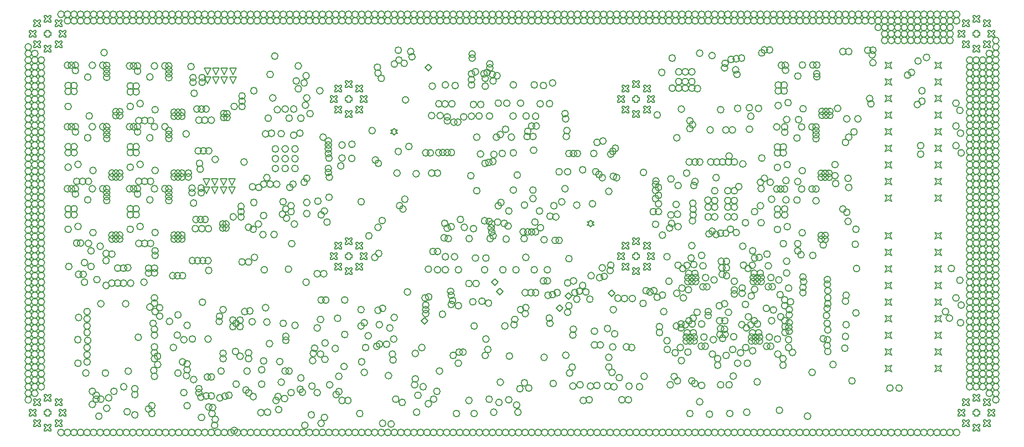
<source format=gbr>
G04*
G04 #@! TF.GenerationSoftware,Altium Limited,Altium Designer,24.9.1 (31)*
G04*
G04 Layer_Color=2752767*
%FSLAX44Y44*%
%MOMM*%
G71*
G04*
G04 #@! TF.SameCoordinates,11843470-2C0B-4DC8-9AB9-1888B6BF92CD*
G04*
G04*
G04 #@! TF.FilePolarity,Positive*
G04*
G01*
G75*
%ADD15C,0.1270*%
%ADD191C,0.1693*%
D15*
X616920Y569000D02*
X622000Y574080D01*
X627080Y569000D01*
X622000Y563920D01*
X616920Y569000D01*
X323000Y544420D02*
X317920Y554580D01*
X328080D01*
X323000Y544420D01*
Y557420D02*
X317920Y567580D01*
X328080D01*
X323000Y557420D01*
X284000Y544420D02*
X278920Y554580D01*
X289080D01*
X284000Y544420D01*
Y557420D02*
X278920Y567580D01*
X289080D01*
X284000Y557420D01*
X297000Y544420D02*
X291920Y554580D01*
X302080D01*
X297000Y544420D01*
Y557420D02*
X291920Y567580D01*
X302080D01*
X297000Y557420D01*
X310000Y544420D02*
X304920Y554580D01*
X315080D01*
X310000Y544420D01*
Y557420D02*
X304920Y567580D01*
X315080D01*
X310000Y557420D01*
X308500Y388420D02*
X303420Y398580D01*
X313580D01*
X308500Y388420D01*
Y375420D02*
X303420Y385580D01*
X313580D01*
X308500Y375420D01*
X295500Y388420D02*
X290420Y398580D01*
X300580D01*
X295500Y388420D01*
Y375420D02*
X290420Y385580D01*
X300580D01*
X295500Y375420D01*
X282500Y388420D02*
X277420Y398580D01*
X287580D01*
X282500Y388420D01*
Y375420D02*
X277420Y385580D01*
X287580D01*
X282500Y375420D01*
X321500Y388420D02*
X316420Y398580D01*
X326580D01*
X321500Y388420D01*
Y375420D02*
X316420Y385580D01*
X326580D01*
X321500Y375420D01*
X610920Y181000D02*
X616000Y186080D01*
X621080Y181000D01*
X616000Y175920D01*
X610920Y181000D01*
X817920Y200000D02*
X823000Y205080D01*
X828080Y200000D01*
X823000Y194920D01*
X817920Y200000D01*
X896920Y223000D02*
X902000Y228080D01*
X907080Y223000D01*
X902000Y217920D01*
X896920Y223000D01*
X830920Y219000D02*
X836000Y224080D01*
X841080Y219000D01*
X836000Y213920D01*
X830920Y219000D01*
X725920Y226000D02*
X731000Y231080D01*
X736080Y226000D01*
X731000Y220920D01*
X725920Y226000D01*
X718920Y240000D02*
X724000Y245080D01*
X729080Y240000D01*
X724000Y234920D01*
X718920Y240000D01*
X1397020Y363320D02*
X1399560Y368400D01*
X1397020Y373480D01*
X1402100Y370940D01*
X1407180Y373480D01*
X1404640Y368400D01*
X1407180Y363320D01*
X1402100Y365860D01*
X1397020Y363320D01*
Y388720D02*
X1399560Y393800D01*
X1397020Y398880D01*
X1402100Y396340D01*
X1407180Y398880D01*
X1404640Y393800D01*
X1407180Y388720D01*
X1402100Y391260D01*
X1397020Y388720D01*
X1320820Y363320D02*
X1323360Y368400D01*
X1320820Y373480D01*
X1325900Y370940D01*
X1330980Y373480D01*
X1328440Y368400D01*
X1330980Y363320D01*
X1325900Y365860D01*
X1320820Y363320D01*
Y388720D02*
X1323360Y393800D01*
X1320820Y398880D01*
X1325900Y396340D01*
X1330980Y398880D01*
X1328440Y393800D01*
X1330980Y388720D01*
X1325900Y391260D01*
X1320820Y388720D01*
X1397020Y414120D02*
X1399560Y419200D01*
X1397020Y424280D01*
X1402100Y421740D01*
X1407180Y424280D01*
X1404640Y419200D01*
X1407180Y414120D01*
X1402100Y416660D01*
X1397020Y414120D01*
X1320820D02*
X1323360Y419200D01*
X1320820Y424280D01*
X1325900Y421740D01*
X1330980Y424280D01*
X1328440Y419200D01*
X1330980Y414120D01*
X1325900Y416660D01*
X1320820Y414120D01*
X1397020Y464920D02*
X1399560Y470000D01*
X1397020Y475080D01*
X1402100Y472540D01*
X1407180Y475080D01*
X1404640Y470000D01*
X1407180Y464920D01*
X1402100Y467460D01*
X1397020Y464920D01*
Y439520D02*
X1399560Y444600D01*
X1397020Y449680D01*
X1402100Y447140D01*
X1407180Y449680D01*
X1404640Y444600D01*
X1407180Y439520D01*
X1402100Y442060D01*
X1397020Y439520D01*
Y515720D02*
X1399560Y520800D01*
X1397020Y525880D01*
X1402100Y523340D01*
X1407180Y525880D01*
X1404640Y520800D01*
X1407180Y515720D01*
X1402100Y518260D01*
X1397020Y515720D01*
X1320820Y566520D02*
X1323360Y571600D01*
X1320820Y576680D01*
X1325900Y574140D01*
X1330980Y576680D01*
X1328440Y571600D01*
X1330980Y566520D01*
X1325900Y569060D01*
X1320820Y566520D01*
X1397020D02*
X1399560Y571600D01*
X1397020Y576680D01*
X1402100Y574140D01*
X1407180Y576680D01*
X1404640Y571600D01*
X1407180Y566520D01*
X1402100Y569060D01*
X1397020Y566520D01*
Y541120D02*
X1399560Y546200D01*
X1397020Y551280D01*
X1402100Y548740D01*
X1407180Y551280D01*
X1404640Y546200D01*
X1407180Y541120D01*
X1402100Y543660D01*
X1397020Y541120D01*
X1320820Y490320D02*
X1323360Y495400D01*
X1320820Y500480D01*
X1325900Y497940D01*
X1330980Y500480D01*
X1328440Y495400D01*
X1330980Y490320D01*
X1325900Y492860D01*
X1320820Y490320D01*
Y464920D02*
X1323360Y470000D01*
X1320820Y475080D01*
X1325900Y472540D01*
X1330980Y475080D01*
X1328440Y470000D01*
X1330980Y464920D01*
X1325900Y467460D01*
X1320820Y464920D01*
Y439520D02*
X1323360Y444600D01*
X1320820Y449680D01*
X1325900Y447140D01*
X1330980Y449680D01*
X1328440Y444600D01*
X1330980Y439520D01*
X1325900Y442060D01*
X1320820Y439520D01*
Y541120D02*
X1323360Y546200D01*
X1320820Y551280D01*
X1325900Y548740D01*
X1330980Y551280D01*
X1328440Y546200D01*
X1330980Y541120D01*
X1325900Y543660D01*
X1320820Y541120D01*
X1397020Y490320D02*
X1399560Y495400D01*
X1397020Y500480D01*
X1402100Y497940D01*
X1407180Y500480D01*
X1404640Y495400D01*
X1407180Y490320D01*
X1402100Y492860D01*
X1397020Y490320D01*
X1320820Y515720D02*
X1323360Y520800D01*
X1320820Y525880D01*
X1325900Y523340D01*
X1330980Y525880D01*
X1328440Y520800D01*
X1330980Y515720D01*
X1325900Y518260D01*
X1320820Y515720D01*
Y281120D02*
X1323360Y286200D01*
X1320820Y291280D01*
X1325900Y288740D01*
X1330980Y291280D01*
X1328440Y286200D01*
X1330980Y281120D01*
X1325900Y283660D01*
X1320820Y281120D01*
Y179520D02*
X1323360Y184600D01*
X1320820Y189680D01*
X1325900Y187140D01*
X1330980Y189680D01*
X1328440Y184600D01*
X1330980Y179520D01*
X1325900Y182060D01*
X1320820Y179520D01*
Y204920D02*
X1323360Y210000D01*
X1320820Y215080D01*
X1325900Y212540D01*
X1330980Y215080D01*
X1328440Y210000D01*
X1330980Y204920D01*
X1325900Y207460D01*
X1320820Y204920D01*
Y230320D02*
X1323360Y235400D01*
X1320820Y240480D01*
X1325900Y237940D01*
X1330980Y240480D01*
X1328440Y235400D01*
X1330980Y230320D01*
X1325900Y232860D01*
X1320820Y230320D01*
X1397020Y281120D02*
X1399560Y286200D01*
X1397020Y291280D01*
X1402100Y288740D01*
X1407180Y291280D01*
X1404640Y286200D01*
X1407180Y281120D01*
X1402100Y283660D01*
X1397020Y281120D01*
Y306520D02*
X1399560Y311600D01*
X1397020Y316680D01*
X1402100Y314140D01*
X1407180Y316680D01*
X1404640Y311600D01*
X1407180Y306520D01*
X1402100Y309060D01*
X1397020Y306520D01*
X1320820D02*
X1323360Y311600D01*
X1320820Y316680D01*
X1325900Y314140D01*
X1330980Y316680D01*
X1328440Y311600D01*
X1330980Y306520D01*
X1325900Y309060D01*
X1320820Y306520D01*
X1397020Y255720D02*
X1399560Y260800D01*
X1397020Y265880D01*
X1402100Y263340D01*
X1407180Y265880D01*
X1404640Y260800D01*
X1407180Y255720D01*
X1402100Y258260D01*
X1397020Y255720D01*
X1320820Y154120D02*
X1323360Y159200D01*
X1320820Y164280D01*
X1325900Y161740D01*
X1330980Y164280D01*
X1328440Y159200D01*
X1330980Y154120D01*
X1325900Y156660D01*
X1320820Y154120D01*
X1397020D02*
X1399560Y159200D01*
X1397020Y164280D01*
X1402100Y161740D01*
X1407180Y164280D01*
X1404640Y159200D01*
X1407180Y154120D01*
X1402100Y156660D01*
X1397020Y154120D01*
X1320820Y128720D02*
X1323360Y133800D01*
X1320820Y138880D01*
X1325900Y136340D01*
X1330980Y138880D01*
X1328440Y133800D01*
X1330980Y128720D01*
X1325900Y131260D01*
X1320820Y128720D01*
Y103320D02*
X1323360Y108400D01*
X1320820Y113480D01*
X1325900Y110940D01*
X1330980Y113480D01*
X1328440Y108400D01*
X1330980Y103320D01*
X1325900Y105860D01*
X1320820Y103320D01*
X1397020Y128720D02*
X1399560Y133800D01*
X1397020Y138880D01*
X1402100Y136340D01*
X1407180Y138880D01*
X1404640Y133800D01*
X1407180Y128720D01*
X1402100Y131260D01*
X1397020Y128720D01*
Y103320D02*
X1399560Y108400D01*
X1397020Y113480D01*
X1402100Y110940D01*
X1407180Y113480D01*
X1404640Y108400D01*
X1407180Y103320D01*
X1402100Y105860D01*
X1397020Y103320D01*
Y179520D02*
X1399560Y184600D01*
X1397020Y189680D01*
X1402100Y187140D01*
X1407180Y189680D01*
X1404640Y184600D01*
X1407180Y179520D01*
X1402100Y182060D01*
X1397020Y179520D01*
Y204920D02*
X1399560Y210000D01*
X1397020Y215080D01*
X1402100Y212540D01*
X1407180Y215080D01*
X1404640Y210000D01*
X1407180Y204920D01*
X1402100Y207460D01*
X1397020Y204920D01*
Y230320D02*
X1399560Y235400D01*
X1397020Y240480D01*
X1402100Y237940D01*
X1407180Y240480D01*
X1404640Y235400D01*
X1407180Y230320D01*
X1402100Y232860D01*
X1397020Y230320D01*
X1320820Y255720D02*
X1323360Y260800D01*
X1320820Y265880D01*
X1325900Y263340D01*
X1330980Y265880D01*
X1328440Y260800D01*
X1330980Y255720D01*
X1325900Y258260D01*
X1320820Y255720D01*
X12060Y614920D02*
X14600D01*
X17140Y617460D01*
X19680Y614920D01*
X22220D01*
Y617460D01*
X19680Y620000D01*
X22220Y622540D01*
Y625080D01*
X19680D01*
X17140Y622540D01*
X14600Y625080D01*
X12060D01*
Y622540D01*
X14600Y620000D01*
X12060Y617460D01*
Y614920D01*
X18756Y598755D02*
X21296D01*
X23836Y601296D01*
X26376Y598755D01*
X28916D01*
Y601296D01*
X26376Y603835D01*
X28916Y606376D01*
Y608915D01*
X26376D01*
X23836Y606376D01*
X21296Y608915D01*
X18756D01*
Y606376D01*
X21296Y603835D01*
X18756Y601296D01*
Y598755D01*
X34920Y592060D02*
X37460D01*
X40000Y594600D01*
X42540Y592060D01*
X45080D01*
Y594600D01*
X42540Y597140D01*
X45080Y599680D01*
Y602220D01*
X42540D01*
X40000Y599680D01*
X37460Y602220D01*
X34920D01*
Y599680D01*
X37460Y597140D01*
X34920Y594600D01*
Y592060D01*
X18756Y631085D02*
X21296D01*
X23836Y633625D01*
X26376Y631085D01*
X28916D01*
Y633625D01*
X26376Y636165D01*
X28916Y638705D01*
Y641245D01*
X26376D01*
X23836Y638705D01*
X21296Y641245D01*
X18756D01*
Y638705D01*
X21296Y636165D01*
X18756Y633625D01*
Y631085D01*
X34920Y637780D02*
X37460D01*
X40000Y640320D01*
X42540Y637780D01*
X45080D01*
Y640320D01*
X42540Y642860D01*
X45080Y645400D01*
Y647940D01*
X42540D01*
X40000Y645400D01*
X37460Y647940D01*
X34920D01*
Y645400D01*
X37460Y642860D01*
X34920Y640320D01*
Y637780D01*
X51084Y598755D02*
X53624D01*
X56164Y601296D01*
X58704Y598755D01*
X61244D01*
Y601296D01*
X58704Y603835D01*
X61244Y606376D01*
Y608915D01*
X58704D01*
X56164Y606376D01*
X53624Y608915D01*
X51084D01*
Y606376D01*
X53624Y603835D01*
X51084Y601296D01*
Y598755D01*
X37460Y617460D02*
Y614920D01*
X42540D01*
Y617460D01*
X45080D01*
Y622540D01*
X42540D01*
Y625080D01*
X37460D01*
Y622540D01*
X34920D01*
Y617460D01*
X37460D01*
X51084Y631085D02*
X53624D01*
X56164Y633625D01*
X58704Y631085D01*
X61244D01*
Y633625D01*
X58704Y636165D01*
X61244Y638705D01*
Y641245D01*
X58704D01*
X56164Y638705D01*
X53624Y641245D01*
X51084D01*
Y638705D01*
X53624Y636165D01*
X51084Y633625D01*
Y631085D01*
X57780Y614920D02*
X60320D01*
X62860Y617460D01*
X65400Y614920D01*
X67940D01*
Y617460D01*
X65400Y620000D01*
X67940Y622540D01*
Y625080D01*
X65400D01*
X62860Y622540D01*
X60320Y625080D01*
X57780D01*
Y622540D01*
X60320Y620000D01*
X57780Y617460D01*
Y614920D01*
X1454920Y592060D02*
X1457460D01*
X1460000Y594600D01*
X1462540Y592060D01*
X1465080D01*
Y594600D01*
X1462540Y597140D01*
X1465080Y599680D01*
Y602220D01*
X1462540D01*
X1460000Y599680D01*
X1457460Y602220D01*
X1454920D01*
Y599680D01*
X1457460Y597140D01*
X1454920Y594600D01*
Y592060D01*
X1471084Y598755D02*
X1473624D01*
X1476164Y601296D01*
X1478704Y598755D01*
X1481244D01*
Y601296D01*
X1478704Y603835D01*
X1481244Y606376D01*
Y608915D01*
X1478704D01*
X1476164Y606376D01*
X1473624Y608915D01*
X1471084D01*
Y606376D01*
X1473624Y603835D01*
X1471084Y601296D01*
Y598755D01*
X1438756D02*
X1441296D01*
X1443836Y601296D01*
X1446376Y598755D01*
X1448916D01*
Y601296D01*
X1446376Y603835D01*
X1448916Y606376D01*
Y608915D01*
X1446376D01*
X1443836Y606376D01*
X1441296Y608915D01*
X1438756D01*
Y606376D01*
X1441296Y603835D01*
X1438756Y601296D01*
Y598755D01*
X1477780Y614920D02*
X1480320D01*
X1482860Y617460D01*
X1485400Y614920D01*
X1487940D01*
Y617460D01*
X1485400Y620000D01*
X1487940Y622540D01*
Y625080D01*
X1485400D01*
X1482860Y622540D01*
X1480320Y625080D01*
X1477780D01*
Y622540D01*
X1480320Y620000D01*
X1477780Y617460D01*
Y614920D01*
X1457460Y617460D02*
Y614920D01*
X1462540D01*
Y617460D01*
X1465080D01*
Y622540D01*
X1462540D01*
Y625080D01*
X1457460D01*
Y622540D01*
X1454920D01*
Y617460D01*
X1457460D01*
X1432060Y614920D02*
X1434600D01*
X1437140Y617460D01*
X1439680Y614920D01*
X1442220D01*
Y617460D01*
X1439680Y620000D01*
X1442220Y622540D01*
Y625080D01*
X1439680D01*
X1437140Y622540D01*
X1434600Y625080D01*
X1432060D01*
Y622540D01*
X1434600Y620000D01*
X1432060Y617460D01*
Y614920D01*
X1471084Y631085D02*
X1473624D01*
X1476164Y633625D01*
X1478704Y631085D01*
X1481244D01*
Y633625D01*
X1478704Y636165D01*
X1481244Y638705D01*
Y641245D01*
X1478704D01*
X1476164Y638705D01*
X1473624Y641245D01*
X1471084D01*
Y638705D01*
X1473624Y636165D01*
X1471084Y633625D01*
Y631085D01*
X1438756D02*
X1441296D01*
X1443836Y633625D01*
X1446376Y631085D01*
X1448916D01*
Y633625D01*
X1446376Y636165D01*
X1448916Y638705D01*
Y641245D01*
X1446376D01*
X1443836Y638705D01*
X1441296Y641245D01*
X1438756D01*
Y638705D01*
X1441296Y636165D01*
X1438756Y633625D01*
Y631085D01*
X1454920Y637780D02*
X1457460D01*
X1460000Y640320D01*
X1462540Y637780D01*
X1465080D01*
Y640320D01*
X1462540Y642860D01*
X1465080Y645400D01*
Y647940D01*
X1462540D01*
X1460000Y645400D01*
X1457460Y647940D01*
X1454920D01*
Y645400D01*
X1457460Y642860D01*
X1454920Y640320D01*
Y637780D01*
X1457460Y37460D02*
Y34920D01*
X1462540D01*
Y37460D01*
X1465080D01*
Y42540D01*
X1462540D01*
Y45080D01*
X1457460D01*
Y42540D01*
X1454920D01*
Y37460D01*
X1457460D01*
X1438756Y18756D02*
X1441296D01*
X1443836Y21296D01*
X1446376Y18756D01*
X1448916D01*
Y21296D01*
X1446376Y23836D01*
X1448916Y26376D01*
Y28916D01*
X1446376D01*
X1443836Y26376D01*
X1441296Y28916D01*
X1438756D01*
Y26376D01*
X1441296Y23836D01*
X1438756Y21296D01*
Y18756D01*
X1432060Y34920D02*
X1434600D01*
X1437140Y37460D01*
X1439680Y34920D01*
X1442220D01*
Y37460D01*
X1439680Y40000D01*
X1442220Y42540D01*
Y45080D01*
X1439680D01*
X1437140Y42540D01*
X1434600Y45080D01*
X1432060D01*
Y42540D01*
X1434600Y40000D01*
X1432060Y37460D01*
Y34920D01*
X1454920Y12060D02*
X1457460D01*
X1460000Y14600D01*
X1462540Y12060D01*
X1465080D01*
Y14600D01*
X1462540Y17140D01*
X1465080Y19680D01*
Y22220D01*
X1462540D01*
X1460000Y19680D01*
X1457460Y22220D01*
X1454920D01*
Y19680D01*
X1457460Y17140D01*
X1454920Y14600D01*
Y12060D01*
X1471084Y51084D02*
X1473624D01*
X1476164Y53624D01*
X1478704Y51084D01*
X1481244D01*
Y53624D01*
X1478704Y56164D01*
X1481244Y58704D01*
Y61244D01*
X1478704D01*
X1476164Y58704D01*
X1473624Y61244D01*
X1471084D01*
Y58704D01*
X1473624Y56164D01*
X1471084Y53624D01*
Y51084D01*
X1438756D02*
X1441296D01*
X1443836Y53624D01*
X1446376Y51084D01*
X1448916D01*
Y53624D01*
X1446376Y56164D01*
X1448916Y58704D01*
Y61244D01*
X1446376D01*
X1443836Y58704D01*
X1441296Y61244D01*
X1438756D01*
Y58704D01*
X1441296Y56164D01*
X1438756Y53624D01*
Y51084D01*
X1454920Y57780D02*
X1457460D01*
X1460000Y60320D01*
X1462540Y57780D01*
X1465080D01*
Y60320D01*
X1462540Y62860D01*
X1465080Y65400D01*
Y67940D01*
X1462540D01*
X1460000Y65400D01*
X1457460Y67940D01*
X1454920D01*
Y65400D01*
X1457460Y62860D01*
X1454920Y60320D01*
Y57780D01*
X1471084Y18756D02*
X1473624D01*
X1476164Y21296D01*
X1478704Y18756D01*
X1481244D01*
Y21296D01*
X1478704Y23836D01*
X1481244Y26376D01*
Y28916D01*
X1478704D01*
X1476164Y26376D01*
X1473624Y28916D01*
X1471084D01*
Y26376D01*
X1473624Y23836D01*
X1471084Y21296D01*
Y18756D01*
X1477780Y34920D02*
X1480320D01*
X1482860Y37460D01*
X1485400Y34920D01*
X1487940D01*
Y37460D01*
X1485400Y40000D01*
X1487940Y42540D01*
Y45080D01*
X1485400D01*
X1482860Y42540D01*
X1480320Y45080D01*
X1477780D01*
Y42540D01*
X1480320Y40000D01*
X1477780Y37460D01*
Y34920D01*
X18756Y18756D02*
X21296D01*
X23836Y21296D01*
X26376Y18756D01*
X28916D01*
Y21296D01*
X26376Y23836D01*
X28916Y26376D01*
Y28916D01*
X26376D01*
X23836Y26376D01*
X21296Y28916D01*
X18756D01*
Y26376D01*
X21296Y23836D01*
X18756Y21296D01*
Y18756D01*
X34920Y12060D02*
X37460D01*
X40000Y14600D01*
X42540Y12060D01*
X45080D01*
Y14600D01*
X42540Y17140D01*
X45080Y19680D01*
Y22220D01*
X42540D01*
X40000Y19680D01*
X37460Y22220D01*
X34920D01*
Y19680D01*
X37460Y17140D01*
X34920Y14600D01*
Y12060D01*
X12060Y34920D02*
X14600D01*
X17140Y37460D01*
X19680Y34920D01*
X22220D01*
Y37460D01*
X19680Y40000D01*
X22220Y42540D01*
Y45080D01*
X19680D01*
X17140Y42540D01*
X14600Y45080D01*
X12060D01*
Y42540D01*
X14600Y40000D01*
X12060Y37460D01*
Y34920D01*
X51084Y18756D02*
X53624D01*
X56164Y21296D01*
X58704Y18756D01*
X61244D01*
Y21296D01*
X58704Y23836D01*
X61244Y26376D01*
Y28916D01*
X58704D01*
X56164Y26376D01*
X53624Y28916D01*
X51084D01*
Y26376D01*
X53624Y23836D01*
X51084Y21296D01*
Y18756D01*
Y51084D02*
X53624D01*
X56164Y53624D01*
X58704Y51084D01*
X61244D01*
Y53624D01*
X58704Y56164D01*
X61244Y58704D01*
Y61244D01*
X58704D01*
X56164Y58704D01*
X53624Y61244D01*
X51084D01*
Y58704D01*
X53624Y56164D01*
X51084Y53624D01*
Y51084D01*
X57780Y34920D02*
X60320D01*
X62860Y37460D01*
X65400Y34920D01*
X67940D01*
Y37460D01*
X65400Y40000D01*
X67940Y42540D01*
Y45080D01*
X65400D01*
X62860Y42540D01*
X60320Y45080D01*
X57780D01*
Y42540D01*
X60320Y40000D01*
X57780Y37460D01*
Y34920D01*
X18756Y51084D02*
X21296D01*
X23836Y53624D01*
X26376Y51084D01*
X28916D01*
Y53624D01*
X26376Y56164D01*
X28916Y58704D01*
Y61244D01*
X26376D01*
X23836Y58704D01*
X21296Y61244D01*
X18756D01*
Y58704D01*
X21296Y56164D01*
X18756Y53624D01*
Y51084D01*
X37460Y37460D02*
Y34920D01*
X42540D01*
Y37460D01*
X45080D01*
Y42540D01*
X42540D01*
Y45080D01*
X37460D01*
Y42540D01*
X34920D01*
Y37460D01*
X37460D01*
X34920Y57780D02*
X37460D01*
X40000Y60320D01*
X42540Y57780D01*
X45080D01*
Y60320D01*
X42540Y62860D01*
X45080Y65400D01*
Y67940D01*
X42540D01*
X40000Y65400D01*
X37460Y67940D01*
X34920D01*
Y65400D01*
X37460Y62860D01*
X34920Y60320D01*
Y57780D01*
X478755Y498756D02*
X481295D01*
X483835Y501296D01*
X486375Y498756D01*
X488915D01*
Y501296D01*
X486375Y503836D01*
X488915Y506376D01*
Y508916D01*
X486375D01*
X483835Y506376D01*
X481295Y508916D01*
X478755D01*
Y506376D01*
X481295Y503836D01*
X478755Y501296D01*
Y498756D01*
X494920Y492060D02*
X497460D01*
X500000Y494600D01*
X502540Y492060D01*
X505080D01*
Y494600D01*
X502540Y497140D01*
X505080Y499680D01*
Y502220D01*
X502540D01*
X500000Y499680D01*
X497460Y502220D01*
X494920D01*
Y499680D01*
X497460Y497140D01*
X494920Y494600D01*
Y492060D01*
X511084Y498756D02*
X513624D01*
X516164Y501296D01*
X518704Y498756D01*
X521244D01*
Y501296D01*
X518704Y503836D01*
X521244Y506376D01*
Y508916D01*
X518704D01*
X516164Y506376D01*
X513624Y508916D01*
X511084D01*
Y506376D01*
X513624Y503836D01*
X511084Y501296D01*
Y498756D01*
X497460Y517460D02*
Y514920D01*
X502540D01*
Y517460D01*
X505080D01*
Y522540D01*
X502540D01*
Y525080D01*
X497460D01*
Y522540D01*
X494920D01*
Y517460D01*
X497460D01*
X472060Y514920D02*
X474600D01*
X477140Y517460D01*
X479680Y514920D01*
X482220D01*
Y517460D01*
X479680Y520000D01*
X482220Y522540D01*
Y525080D01*
X479680D01*
X477140Y522540D01*
X474600Y525080D01*
X472060D01*
Y522540D01*
X474600Y520000D01*
X472060Y517460D01*
Y514920D01*
X517780D02*
X520320D01*
X522860Y517460D01*
X525400Y514920D01*
X527940D01*
Y517460D01*
X525400Y520000D01*
X527940Y522540D01*
Y525080D01*
X525400D01*
X522860Y522540D01*
X520320Y525080D01*
X517780D01*
Y522540D01*
X520320Y520000D01*
X517780Y517460D01*
Y514920D01*
X478755Y531084D02*
X481295D01*
X483835Y533624D01*
X486375Y531084D01*
X488915D01*
Y533624D01*
X486375Y536164D01*
X488915Y538704D01*
Y541244D01*
X486375D01*
X483835Y538704D01*
X481295Y541244D01*
X478755D01*
Y538704D01*
X481295Y536164D01*
X478755Y533624D01*
Y531084D01*
X511084D02*
X513624D01*
X516164Y533624D01*
X518704Y531084D01*
X521244D01*
Y533624D01*
X518704Y536164D01*
X521244Y538704D01*
Y541244D01*
X518704D01*
X516164Y538704D01*
X513624Y541244D01*
X511084D01*
Y538704D01*
X513624Y536164D01*
X511084Y533624D01*
Y531084D01*
X494920Y537780D02*
X497460D01*
X500000Y540320D01*
X502540Y537780D01*
X505080D01*
Y540320D01*
X502540Y542860D01*
X505080Y545400D01*
Y547940D01*
X502540D01*
X500000Y545400D01*
X497460Y547940D01*
X494920D01*
Y545400D01*
X497460Y542860D01*
X494920Y540320D01*
Y537780D01*
X934920Y252060D02*
X937460D01*
X940000Y254600D01*
X942540Y252060D01*
X945080D01*
Y254600D01*
X942540Y257140D01*
X945080Y259680D01*
Y262220D01*
X942540D01*
X940000Y259680D01*
X937460Y262220D01*
X934920D01*
Y259680D01*
X937460Y257140D01*
X934920Y254600D01*
Y252060D01*
X937460Y277460D02*
Y274920D01*
X942540D01*
Y277460D01*
X945080D01*
Y282540D01*
X942540D01*
Y285080D01*
X937460D01*
Y282540D01*
X934920D01*
Y277460D01*
X937460D01*
X918755Y258756D02*
X921295D01*
X923835Y261296D01*
X926375Y258756D01*
X928915D01*
Y261296D01*
X926375Y263836D01*
X928915Y266376D01*
Y268916D01*
X926375D01*
X923835Y266376D01*
X921295Y268916D01*
X918755D01*
Y266376D01*
X921295Y263836D01*
X918755Y261296D01*
Y258756D01*
X951085D02*
X953625D01*
X956165Y261296D01*
X958705Y258756D01*
X961245D01*
Y261296D01*
X958705Y263836D01*
X961245Y266376D01*
Y268916D01*
X958705D01*
X956165Y266376D01*
X953625Y268916D01*
X951085D01*
Y266376D01*
X953625Y263836D01*
X951085Y261296D01*
Y258756D01*
X912060Y274920D02*
X914600D01*
X917140Y277460D01*
X919680Y274920D01*
X922220D01*
Y277460D01*
X919680Y280000D01*
X922220Y282540D01*
Y285080D01*
X919680D01*
X917140Y282540D01*
X914600Y285080D01*
X912060D01*
Y282540D01*
X914600Y280000D01*
X912060Y277460D01*
Y274920D01*
X918755Y291084D02*
X921295D01*
X923835Y293624D01*
X926375Y291084D01*
X928915D01*
Y293624D01*
X926375Y296164D01*
X928915Y298704D01*
Y301244D01*
X926375D01*
X923835Y298704D01*
X921295Y301244D01*
X918755D01*
Y298704D01*
X921295Y296164D01*
X918755Y293624D01*
Y291084D01*
X957780Y274920D02*
X960320D01*
X962860Y277460D01*
X965400Y274920D01*
X967940D01*
Y277460D01*
X965400Y280000D01*
X967940Y282540D01*
Y285080D01*
X965400D01*
X962860Y282540D01*
X960320Y285080D01*
X957780D01*
Y282540D01*
X960320Y280000D01*
X957780Y277460D01*
Y274920D01*
X934920Y297780D02*
X937460D01*
X940000Y300320D01*
X942540Y297780D01*
X945080D01*
Y300320D01*
X942540Y302860D01*
X945080Y305400D01*
Y307940D01*
X942540D01*
X940000Y305400D01*
X937460Y307940D01*
X934920D01*
Y305400D01*
X937460Y302860D01*
X934920Y300320D01*
Y297780D01*
X951085Y291084D02*
X953625D01*
X956165Y293624D01*
X958705Y291084D01*
X961245D01*
Y293624D01*
X958705Y296164D01*
X961245Y298704D01*
Y301244D01*
X958705D01*
X956165Y298704D01*
X953625Y301244D01*
X951085D01*
Y298704D01*
X953625Y296164D01*
X951085Y293624D01*
Y291084D01*
X497460Y277460D02*
Y274920D01*
X502540D01*
Y277460D01*
X505080D01*
Y282540D01*
X502540D01*
Y285080D01*
X497460D01*
Y282540D01*
X494920D01*
Y277460D01*
X497460D01*
X478755Y258756D02*
X481295D01*
X483835Y261296D01*
X486375Y258756D01*
X488915D01*
Y261296D01*
X486375Y263836D01*
X488915Y266376D01*
Y268916D01*
X486375D01*
X483835Y266376D01*
X481295Y268916D01*
X478755D01*
Y266376D01*
X481295Y263836D01*
X478755Y261296D01*
Y258756D01*
X494920Y252060D02*
X497460D01*
X500000Y254600D01*
X502540Y252060D01*
X505080D01*
Y254600D01*
X502540Y257140D01*
X505080Y259680D01*
Y262220D01*
X502540D01*
X500000Y259680D01*
X497460Y262220D01*
X494920D01*
Y259680D01*
X497460Y257140D01*
X494920Y254600D01*
Y252060D01*
X511084Y258756D02*
X513624D01*
X516164Y261296D01*
X518704Y258756D01*
X521244D01*
Y261296D01*
X518704Y263836D01*
X521244Y266376D01*
Y268916D01*
X518704D01*
X516164Y266376D01*
X513624Y268916D01*
X511084D01*
Y266376D01*
X513624Y263836D01*
X511084Y261296D01*
Y258756D01*
X472060Y274920D02*
X474600D01*
X477140Y277460D01*
X479680Y274920D01*
X482220D01*
Y277460D01*
X479680Y280000D01*
X482220Y282540D01*
Y285080D01*
X479680D01*
X477140Y282540D01*
X474600Y285080D01*
X472060D01*
Y282540D01*
X474600Y280000D01*
X472060Y277460D01*
Y274920D01*
X517780D02*
X520320D01*
X522860Y277460D01*
X525400Y274920D01*
X527940D01*
Y277460D01*
X525400Y280000D01*
X527940Y282540D01*
Y285080D01*
X525400D01*
X522860Y282540D01*
X520320Y285080D01*
X517780D01*
Y282540D01*
X520320Y280000D01*
X517780Y277460D01*
Y274920D01*
X478755Y291084D02*
X481295D01*
X483835Y293624D01*
X486375Y291084D01*
X488915D01*
Y293624D01*
X486375Y296164D01*
X488915Y298704D01*
Y301244D01*
X486375D01*
X483835Y298704D01*
X481295Y301244D01*
X478755D01*
Y298704D01*
X481295Y296164D01*
X478755Y293624D01*
Y291084D01*
X511084D02*
X513624D01*
X516164Y293624D01*
X518704Y291084D01*
X521244D01*
Y293624D01*
X518704Y296164D01*
X521244Y298704D01*
Y301244D01*
X518704D01*
X516164Y298704D01*
X513624Y301244D01*
X511084D01*
Y298704D01*
X513624Y296164D01*
X511084Y293624D01*
Y291084D01*
X494920Y297780D02*
X497460D01*
X500000Y300320D01*
X502540Y297780D01*
X505080D01*
Y300320D01*
X502540Y302860D01*
X505080Y305400D01*
Y307940D01*
X502540D01*
X500000Y305400D01*
X497460Y307940D01*
X494920D01*
Y305400D01*
X497460Y302860D01*
X494920Y300320D01*
Y297780D01*
X918755Y498756D02*
X921295D01*
X923835Y501296D01*
X926375Y498756D01*
X928915D01*
Y501296D01*
X926375Y503836D01*
X928915Y506376D01*
Y508916D01*
X926375D01*
X923835Y506376D01*
X921295Y508916D01*
X918755D01*
Y506376D01*
X921295Y503836D01*
X918755Y501296D01*
Y498756D01*
X937460Y517460D02*
Y514920D01*
X942540D01*
Y517460D01*
X945080D01*
Y522540D01*
X942540D01*
Y525080D01*
X937460D01*
Y522540D01*
X934920D01*
Y517460D01*
X937460D01*
X912060Y514920D02*
X914600D01*
X917140Y517460D01*
X919680Y514920D01*
X922220D01*
Y517460D01*
X919680Y520000D01*
X922220Y522540D01*
Y525080D01*
X919680D01*
X917140Y522540D01*
X914600Y525080D01*
X912060D01*
Y522540D01*
X914600Y520000D01*
X912060Y517460D01*
Y514920D01*
X918755Y531084D02*
X921295D01*
X923835Y533624D01*
X926375Y531084D01*
X928915D01*
Y533624D01*
X926375Y536164D01*
X928915Y538704D01*
Y541244D01*
X926375D01*
X923835Y538704D01*
X921295Y541244D01*
X918755D01*
Y538704D01*
X921295Y536164D01*
X918755Y533624D01*
Y531084D01*
X934920Y492060D02*
X937460D01*
X940000Y494600D01*
X942540Y492060D01*
X945080D01*
Y494600D01*
X942540Y497140D01*
X945080Y499680D01*
Y502220D01*
X942540D01*
X940000Y499680D01*
X937460Y502220D01*
X934920D01*
Y499680D01*
X937460Y497140D01*
X934920Y494600D01*
Y492060D01*
X951085Y498756D02*
X953625D01*
X956165Y501296D01*
X958705Y498756D01*
X961245D01*
Y501296D01*
X958705Y503836D01*
X961245Y506376D01*
Y508916D01*
X958705D01*
X956165Y506376D01*
X953625Y508916D01*
X951085D01*
Y506376D01*
X953625Y503836D01*
X951085Y501296D01*
Y498756D01*
Y531084D02*
X953625D01*
X956165Y533624D01*
X958705Y531084D01*
X961245D01*
Y533624D01*
X958705Y536164D01*
X961245Y538704D01*
Y541244D01*
X958705D01*
X956165Y538704D01*
X953625Y541244D01*
X951085D01*
Y538704D01*
X953625Y536164D01*
X951085Y533624D01*
Y531084D01*
X957780Y514920D02*
X960320D01*
X962860Y517460D01*
X965400Y514920D01*
X967940D01*
Y517460D01*
X965400Y520000D01*
X967940Y522540D01*
Y525080D01*
X965400D01*
X962860Y522540D01*
X960320Y525080D01*
X957780D01*
Y522540D01*
X960320Y520000D01*
X957780Y517460D01*
Y514920D01*
X934920Y537780D02*
X937460D01*
X940000Y540320D01*
X942540Y537780D01*
X945080D01*
Y540320D01*
X942540Y542860D01*
X945080Y545400D01*
Y547940D01*
X942540D01*
X940000Y545400D01*
X937460Y547940D01*
X934920D01*
Y545400D01*
X937460Y542860D01*
X934920Y540320D01*
Y537780D01*
X570000Y464920D02*
X572540Y467460D01*
X575080D01*
X572540Y470000D01*
X575080Y472540D01*
X572540D01*
X570000Y475080D01*
X567460Y472540D01*
X564920D01*
X567460Y470000D01*
X564920Y467460D01*
X567460D01*
X570000Y464920D01*
X870000Y324920D02*
X872540Y327460D01*
X875080D01*
X872540Y330000D01*
X875080Y332540D01*
X872540D01*
X870000Y335080D01*
X867460Y332540D01*
X864920D01*
X867460Y330000D01*
X864920Y327460D01*
X867460D01*
X870000Y324920D01*
D191*
X522080Y39000D02*
G03*
X522080Y39000I-5080J0D01*
G01*
X1389080Y584000D02*
G03*
X1389080Y584000I-5080J0D01*
G01*
X1380080Y436000D02*
G03*
X1380080Y436000I-5080J0D01*
G01*
Y449000D02*
G03*
X1380080Y449000I-5080J0D01*
G01*
X1366080Y561000D02*
G03*
X1366080Y561000I-5080J0D01*
G01*
X1360080Y557000D02*
G03*
X1360080Y557000I-5080J0D01*
G01*
X1382080Y517000D02*
G03*
X1382080Y517000I-5080J0D01*
G01*
X1375080Y512000D02*
G03*
X1375080Y512000I-5080J0D01*
G01*
X1382080Y533000D02*
G03*
X1382080Y533000I-5080J0D01*
G01*
X1376080Y578600D02*
G03*
X1376080Y578600I-5080J0D01*
G01*
X1347080Y78000D02*
G03*
X1347080Y78000I-5080J0D01*
G01*
X1333080D02*
G03*
X1333080Y78000I-5080J0D01*
G01*
X339187Y126645D02*
G03*
X339187Y126645I-5080J0D01*
G01*
X332080Y134000D02*
G03*
X332080Y134000I-5080J0D01*
G01*
X1435080Y640000D02*
G03*
X1435080Y640000I-5080J0D01*
G01*
Y650000D02*
G03*
X1435080Y650000I-5080J0D01*
G01*
X1485080Y70000D02*
G03*
X1485080Y70000I-5080J0D01*
G01*
X1455080Y100000D02*
G03*
X1455080Y100000I-5080J0D01*
G01*
Y90000D02*
G03*
X1455080Y90000I-5080J0D01*
G01*
Y120000D02*
G03*
X1455080Y120000I-5080J0D01*
G01*
Y110000D02*
G03*
X1455080Y110000I-5080J0D01*
G01*
Y80000D02*
G03*
X1455080Y80000I-5080J0D01*
G01*
Y150000D02*
G03*
X1455080Y150000I-5080J0D01*
G01*
Y140000D02*
G03*
X1455080Y140000I-5080J0D01*
G01*
Y170000D02*
G03*
X1455080Y170000I-5080J0D01*
G01*
Y160000D02*
G03*
X1455080Y160000I-5080J0D01*
G01*
Y130000D02*
G03*
X1455080Y130000I-5080J0D01*
G01*
Y210000D02*
G03*
X1455080Y210000I-5080J0D01*
G01*
Y200000D02*
G03*
X1455080Y200000I-5080J0D01*
G01*
Y230000D02*
G03*
X1455080Y230000I-5080J0D01*
G01*
Y220000D02*
G03*
X1455080Y220000I-5080J0D01*
G01*
Y180000D02*
G03*
X1455080Y180000I-5080J0D01*
G01*
Y190000D02*
G03*
X1455080Y190000I-5080J0D01*
G01*
Y250000D02*
G03*
X1455080Y250000I-5080J0D01*
G01*
Y240000D02*
G03*
X1455080Y240000I-5080J0D01*
G01*
Y270000D02*
G03*
X1455080Y270000I-5080J0D01*
G01*
Y260000D02*
G03*
X1455080Y260000I-5080J0D01*
G01*
Y290000D02*
G03*
X1455080Y290000I-5080J0D01*
G01*
Y280000D02*
G03*
X1455080Y280000I-5080J0D01*
G01*
Y300000D02*
G03*
X1455080Y300000I-5080J0D01*
G01*
Y320000D02*
G03*
X1455080Y320000I-5080J0D01*
G01*
Y310000D02*
G03*
X1455080Y310000I-5080J0D01*
G01*
Y340000D02*
G03*
X1455080Y340000I-5080J0D01*
G01*
Y330000D02*
G03*
X1455080Y330000I-5080J0D01*
G01*
Y360000D02*
G03*
X1455080Y360000I-5080J0D01*
G01*
Y350000D02*
G03*
X1455080Y350000I-5080J0D01*
G01*
Y380000D02*
G03*
X1455080Y380000I-5080J0D01*
G01*
Y370000D02*
G03*
X1455080Y370000I-5080J0D01*
G01*
Y390000D02*
G03*
X1455080Y390000I-5080J0D01*
G01*
Y400000D02*
G03*
X1455080Y400000I-5080J0D01*
G01*
Y410000D02*
G03*
X1455080Y410000I-5080J0D01*
G01*
Y430000D02*
G03*
X1455080Y430000I-5080J0D01*
G01*
Y420000D02*
G03*
X1455080Y420000I-5080J0D01*
G01*
Y450000D02*
G03*
X1455080Y450000I-5080J0D01*
G01*
Y440000D02*
G03*
X1455080Y440000I-5080J0D01*
G01*
Y470000D02*
G03*
X1455080Y470000I-5080J0D01*
G01*
Y460000D02*
G03*
X1455080Y460000I-5080J0D01*
G01*
Y490000D02*
G03*
X1455080Y490000I-5080J0D01*
G01*
Y480000D02*
G03*
X1455080Y480000I-5080J0D01*
G01*
Y500000D02*
G03*
X1455080Y500000I-5080J0D01*
G01*
Y540000D02*
G03*
X1455080Y540000I-5080J0D01*
G01*
Y530000D02*
G03*
X1455080Y530000I-5080J0D01*
G01*
Y560000D02*
G03*
X1455080Y560000I-5080J0D01*
G01*
Y550000D02*
G03*
X1455080Y550000I-5080J0D01*
G01*
Y520000D02*
G03*
X1455080Y520000I-5080J0D01*
G01*
Y510000D02*
G03*
X1455080Y510000I-5080J0D01*
G01*
Y580000D02*
G03*
X1455080Y580000I-5080J0D01*
G01*
Y570000D02*
G03*
X1455080Y570000I-5080J0D01*
G01*
X1465080Y100000D02*
G03*
X1465080Y100000I-5080J0D01*
G01*
Y90000D02*
G03*
X1465080Y90000I-5080J0D01*
G01*
Y120000D02*
G03*
X1465080Y120000I-5080J0D01*
G01*
Y110000D02*
G03*
X1465080Y110000I-5080J0D01*
G01*
Y80000D02*
G03*
X1465080Y80000I-5080J0D01*
G01*
Y150000D02*
G03*
X1465080Y150000I-5080J0D01*
G01*
Y140000D02*
G03*
X1465080Y140000I-5080J0D01*
G01*
Y170000D02*
G03*
X1465080Y170000I-5080J0D01*
G01*
Y160000D02*
G03*
X1465080Y160000I-5080J0D01*
G01*
Y130000D02*
G03*
X1465080Y130000I-5080J0D01*
G01*
Y210000D02*
G03*
X1465080Y210000I-5080J0D01*
G01*
Y200000D02*
G03*
X1465080Y200000I-5080J0D01*
G01*
Y230000D02*
G03*
X1465080Y230000I-5080J0D01*
G01*
Y220000D02*
G03*
X1465080Y220000I-5080J0D01*
G01*
Y180000D02*
G03*
X1465080Y180000I-5080J0D01*
G01*
Y190000D02*
G03*
X1465080Y190000I-5080J0D01*
G01*
Y250000D02*
G03*
X1465080Y250000I-5080J0D01*
G01*
Y240000D02*
G03*
X1465080Y240000I-5080J0D01*
G01*
Y270000D02*
G03*
X1465080Y270000I-5080J0D01*
G01*
Y260000D02*
G03*
X1465080Y260000I-5080J0D01*
G01*
Y290000D02*
G03*
X1465080Y290000I-5080J0D01*
G01*
Y280000D02*
G03*
X1465080Y280000I-5080J0D01*
G01*
Y300000D02*
G03*
X1465080Y300000I-5080J0D01*
G01*
Y320000D02*
G03*
X1465080Y320000I-5080J0D01*
G01*
Y310000D02*
G03*
X1465080Y310000I-5080J0D01*
G01*
Y340000D02*
G03*
X1465080Y340000I-5080J0D01*
G01*
Y330000D02*
G03*
X1465080Y330000I-5080J0D01*
G01*
Y360000D02*
G03*
X1465080Y360000I-5080J0D01*
G01*
Y350000D02*
G03*
X1465080Y350000I-5080J0D01*
G01*
Y380000D02*
G03*
X1465080Y380000I-5080J0D01*
G01*
Y370000D02*
G03*
X1465080Y370000I-5080J0D01*
G01*
Y390000D02*
G03*
X1465080Y390000I-5080J0D01*
G01*
Y400000D02*
G03*
X1465080Y400000I-5080J0D01*
G01*
Y410000D02*
G03*
X1465080Y410000I-5080J0D01*
G01*
Y430000D02*
G03*
X1465080Y430000I-5080J0D01*
G01*
Y420000D02*
G03*
X1465080Y420000I-5080J0D01*
G01*
Y450000D02*
G03*
X1465080Y450000I-5080J0D01*
G01*
Y440000D02*
G03*
X1465080Y440000I-5080J0D01*
G01*
Y470000D02*
G03*
X1465080Y470000I-5080J0D01*
G01*
Y460000D02*
G03*
X1465080Y460000I-5080J0D01*
G01*
Y490000D02*
G03*
X1465080Y490000I-5080J0D01*
G01*
Y480000D02*
G03*
X1465080Y480000I-5080J0D01*
G01*
Y500000D02*
G03*
X1465080Y500000I-5080J0D01*
G01*
Y540000D02*
G03*
X1465080Y540000I-5080J0D01*
G01*
Y530000D02*
G03*
X1465080Y530000I-5080J0D01*
G01*
Y560000D02*
G03*
X1465080Y560000I-5080J0D01*
G01*
Y550000D02*
G03*
X1465080Y550000I-5080J0D01*
G01*
Y520000D02*
G03*
X1465080Y520000I-5080J0D01*
G01*
Y510000D02*
G03*
X1465080Y510000I-5080J0D01*
G01*
Y580000D02*
G03*
X1465080Y580000I-5080J0D01*
G01*
Y570000D02*
G03*
X1465080Y570000I-5080J0D01*
G01*
X1475080Y100000D02*
G03*
X1475080Y100000I-5080J0D01*
G01*
Y90000D02*
G03*
X1475080Y90000I-5080J0D01*
G01*
Y120000D02*
G03*
X1475080Y120000I-5080J0D01*
G01*
Y110000D02*
G03*
X1475080Y110000I-5080J0D01*
G01*
Y80000D02*
G03*
X1475080Y80000I-5080J0D01*
G01*
Y150000D02*
G03*
X1475080Y150000I-5080J0D01*
G01*
Y140000D02*
G03*
X1475080Y140000I-5080J0D01*
G01*
Y170000D02*
G03*
X1475080Y170000I-5080J0D01*
G01*
Y160000D02*
G03*
X1475080Y160000I-5080J0D01*
G01*
Y130000D02*
G03*
X1475080Y130000I-5080J0D01*
G01*
Y210000D02*
G03*
X1475080Y210000I-5080J0D01*
G01*
Y200000D02*
G03*
X1475080Y200000I-5080J0D01*
G01*
Y230000D02*
G03*
X1475080Y230000I-5080J0D01*
G01*
Y220000D02*
G03*
X1475080Y220000I-5080J0D01*
G01*
Y180000D02*
G03*
X1475080Y180000I-5080J0D01*
G01*
Y190000D02*
G03*
X1475080Y190000I-5080J0D01*
G01*
Y250000D02*
G03*
X1475080Y250000I-5080J0D01*
G01*
Y240000D02*
G03*
X1475080Y240000I-5080J0D01*
G01*
Y270000D02*
G03*
X1475080Y270000I-5080J0D01*
G01*
Y260000D02*
G03*
X1475080Y260000I-5080J0D01*
G01*
Y290000D02*
G03*
X1475080Y290000I-5080J0D01*
G01*
Y280000D02*
G03*
X1475080Y280000I-5080J0D01*
G01*
Y300000D02*
G03*
X1475080Y300000I-5080J0D01*
G01*
Y320000D02*
G03*
X1475080Y320000I-5080J0D01*
G01*
Y310000D02*
G03*
X1475080Y310000I-5080J0D01*
G01*
Y340000D02*
G03*
X1475080Y340000I-5080J0D01*
G01*
Y330000D02*
G03*
X1475080Y330000I-5080J0D01*
G01*
Y360000D02*
G03*
X1475080Y360000I-5080J0D01*
G01*
Y350000D02*
G03*
X1475080Y350000I-5080J0D01*
G01*
Y380000D02*
G03*
X1475080Y380000I-5080J0D01*
G01*
Y370000D02*
G03*
X1475080Y370000I-5080J0D01*
G01*
Y390000D02*
G03*
X1475080Y390000I-5080J0D01*
G01*
Y400000D02*
G03*
X1475080Y400000I-5080J0D01*
G01*
Y410000D02*
G03*
X1475080Y410000I-5080J0D01*
G01*
Y430000D02*
G03*
X1475080Y430000I-5080J0D01*
G01*
Y420000D02*
G03*
X1475080Y420000I-5080J0D01*
G01*
Y450000D02*
G03*
X1475080Y450000I-5080J0D01*
G01*
Y440000D02*
G03*
X1475080Y440000I-5080J0D01*
G01*
Y470000D02*
G03*
X1475080Y470000I-5080J0D01*
G01*
Y460000D02*
G03*
X1475080Y460000I-5080J0D01*
G01*
Y490000D02*
G03*
X1475080Y490000I-5080J0D01*
G01*
Y480000D02*
G03*
X1475080Y480000I-5080J0D01*
G01*
Y500000D02*
G03*
X1475080Y500000I-5080J0D01*
G01*
Y540000D02*
G03*
X1475080Y540000I-5080J0D01*
G01*
Y530000D02*
G03*
X1475080Y530000I-5080J0D01*
G01*
Y560000D02*
G03*
X1475080Y560000I-5080J0D01*
G01*
Y550000D02*
G03*
X1475080Y550000I-5080J0D01*
G01*
Y520000D02*
G03*
X1475080Y520000I-5080J0D01*
G01*
Y510000D02*
G03*
X1475080Y510000I-5080J0D01*
G01*
Y580000D02*
G03*
X1475080Y580000I-5080J0D01*
G01*
Y570000D02*
G03*
X1475080Y570000I-5080J0D01*
G01*
X1485080Y80000D02*
G03*
X1485080Y80000I-5080J0D01*
G01*
Y110000D02*
G03*
X1485080Y110000I-5080J0D01*
G01*
Y100000D02*
G03*
X1485080Y100000I-5080J0D01*
G01*
Y130000D02*
G03*
X1485080Y130000I-5080J0D01*
G01*
Y120000D02*
G03*
X1485080Y120000I-5080J0D01*
G01*
Y90000D02*
G03*
X1485080Y90000I-5080J0D01*
G01*
Y160000D02*
G03*
X1485080Y160000I-5080J0D01*
G01*
Y150000D02*
G03*
X1485080Y150000I-5080J0D01*
G01*
Y180000D02*
G03*
X1485080Y180000I-5080J0D01*
G01*
Y170000D02*
G03*
X1485080Y170000I-5080J0D01*
G01*
Y140000D02*
G03*
X1485080Y140000I-5080J0D01*
G01*
Y220000D02*
G03*
X1485080Y220000I-5080J0D01*
G01*
Y210000D02*
G03*
X1485080Y210000I-5080J0D01*
G01*
Y240000D02*
G03*
X1485080Y240000I-5080J0D01*
G01*
Y230000D02*
G03*
X1485080Y230000I-5080J0D01*
G01*
Y190000D02*
G03*
X1485080Y190000I-5080J0D01*
G01*
Y200000D02*
G03*
X1485080Y200000I-5080J0D01*
G01*
Y260000D02*
G03*
X1485080Y260000I-5080J0D01*
G01*
Y250000D02*
G03*
X1485080Y250000I-5080J0D01*
G01*
Y280000D02*
G03*
X1485080Y280000I-5080J0D01*
G01*
Y270000D02*
G03*
X1485080Y270000I-5080J0D01*
G01*
Y300000D02*
G03*
X1485080Y300000I-5080J0D01*
G01*
Y290000D02*
G03*
X1485080Y290000I-5080J0D01*
G01*
Y310000D02*
G03*
X1485080Y310000I-5080J0D01*
G01*
Y330000D02*
G03*
X1485080Y330000I-5080J0D01*
G01*
Y320000D02*
G03*
X1485080Y320000I-5080J0D01*
G01*
Y350000D02*
G03*
X1485080Y350000I-5080J0D01*
G01*
Y340000D02*
G03*
X1485080Y340000I-5080J0D01*
G01*
Y370000D02*
G03*
X1485080Y370000I-5080J0D01*
G01*
Y360000D02*
G03*
X1485080Y360000I-5080J0D01*
G01*
Y390000D02*
G03*
X1485080Y390000I-5080J0D01*
G01*
Y380000D02*
G03*
X1485080Y380000I-5080J0D01*
G01*
Y400000D02*
G03*
X1485080Y400000I-5080J0D01*
G01*
Y410000D02*
G03*
X1485080Y410000I-5080J0D01*
G01*
Y420000D02*
G03*
X1485080Y420000I-5080J0D01*
G01*
Y440000D02*
G03*
X1485080Y440000I-5080J0D01*
G01*
Y430000D02*
G03*
X1485080Y430000I-5080J0D01*
G01*
Y460000D02*
G03*
X1485080Y460000I-5080J0D01*
G01*
Y450000D02*
G03*
X1485080Y450000I-5080J0D01*
G01*
Y480000D02*
G03*
X1485080Y480000I-5080J0D01*
G01*
Y470000D02*
G03*
X1485080Y470000I-5080J0D01*
G01*
Y500000D02*
G03*
X1485080Y500000I-5080J0D01*
G01*
Y490000D02*
G03*
X1485080Y490000I-5080J0D01*
G01*
Y510000D02*
G03*
X1485080Y510000I-5080J0D01*
G01*
Y550000D02*
G03*
X1485080Y550000I-5080J0D01*
G01*
Y540000D02*
G03*
X1485080Y540000I-5080J0D01*
G01*
Y570000D02*
G03*
X1485080Y570000I-5080J0D01*
G01*
Y560000D02*
G03*
X1485080Y560000I-5080J0D01*
G01*
Y530000D02*
G03*
X1485080Y530000I-5080J0D01*
G01*
Y520000D02*
G03*
X1485080Y520000I-5080J0D01*
G01*
Y590000D02*
G03*
X1485080Y590000I-5080J0D01*
G01*
Y580000D02*
G03*
X1485080Y580000I-5080J0D01*
G01*
X35080Y80000D02*
G03*
X35080Y80000I-5080J0D01*
G01*
Y110000D02*
G03*
X35080Y110000I-5080J0D01*
G01*
Y100000D02*
G03*
X35080Y100000I-5080J0D01*
G01*
Y130000D02*
G03*
X35080Y130000I-5080J0D01*
G01*
Y120000D02*
G03*
X35080Y120000I-5080J0D01*
G01*
Y90000D02*
G03*
X35080Y90000I-5080J0D01*
G01*
Y160000D02*
G03*
X35080Y160000I-5080J0D01*
G01*
Y150000D02*
G03*
X35080Y150000I-5080J0D01*
G01*
Y180000D02*
G03*
X35080Y180000I-5080J0D01*
G01*
Y170000D02*
G03*
X35080Y170000I-5080J0D01*
G01*
Y140000D02*
G03*
X35080Y140000I-5080J0D01*
G01*
Y220000D02*
G03*
X35080Y220000I-5080J0D01*
G01*
Y210000D02*
G03*
X35080Y210000I-5080J0D01*
G01*
Y240000D02*
G03*
X35080Y240000I-5080J0D01*
G01*
Y230000D02*
G03*
X35080Y230000I-5080J0D01*
G01*
Y190000D02*
G03*
X35080Y190000I-5080J0D01*
G01*
Y200000D02*
G03*
X35080Y200000I-5080J0D01*
G01*
Y260000D02*
G03*
X35080Y260000I-5080J0D01*
G01*
Y250000D02*
G03*
X35080Y250000I-5080J0D01*
G01*
Y280000D02*
G03*
X35080Y280000I-5080J0D01*
G01*
Y270000D02*
G03*
X35080Y270000I-5080J0D01*
G01*
Y300000D02*
G03*
X35080Y300000I-5080J0D01*
G01*
Y290000D02*
G03*
X35080Y290000I-5080J0D01*
G01*
Y310000D02*
G03*
X35080Y310000I-5080J0D01*
G01*
Y330000D02*
G03*
X35080Y330000I-5080J0D01*
G01*
Y320000D02*
G03*
X35080Y320000I-5080J0D01*
G01*
Y350000D02*
G03*
X35080Y350000I-5080J0D01*
G01*
Y340000D02*
G03*
X35080Y340000I-5080J0D01*
G01*
Y370000D02*
G03*
X35080Y370000I-5080J0D01*
G01*
Y360000D02*
G03*
X35080Y360000I-5080J0D01*
G01*
Y390000D02*
G03*
X35080Y390000I-5080J0D01*
G01*
Y380000D02*
G03*
X35080Y380000I-5080J0D01*
G01*
Y400000D02*
G03*
X35080Y400000I-5080J0D01*
G01*
Y410000D02*
G03*
X35080Y410000I-5080J0D01*
G01*
Y420000D02*
G03*
X35080Y420000I-5080J0D01*
G01*
Y440000D02*
G03*
X35080Y440000I-5080J0D01*
G01*
Y430000D02*
G03*
X35080Y430000I-5080J0D01*
G01*
Y460000D02*
G03*
X35080Y460000I-5080J0D01*
G01*
Y450000D02*
G03*
X35080Y450000I-5080J0D01*
G01*
Y480000D02*
G03*
X35080Y480000I-5080J0D01*
G01*
Y470000D02*
G03*
X35080Y470000I-5080J0D01*
G01*
Y500000D02*
G03*
X35080Y500000I-5080J0D01*
G01*
Y490000D02*
G03*
X35080Y490000I-5080J0D01*
G01*
Y510000D02*
G03*
X35080Y510000I-5080J0D01*
G01*
Y550000D02*
G03*
X35080Y550000I-5080J0D01*
G01*
Y540000D02*
G03*
X35080Y540000I-5080J0D01*
G01*
Y570000D02*
G03*
X35080Y570000I-5080J0D01*
G01*
Y560000D02*
G03*
X35080Y560000I-5080J0D01*
G01*
Y530000D02*
G03*
X35080Y530000I-5080J0D01*
G01*
Y520000D02*
G03*
X35080Y520000I-5080J0D01*
G01*
Y580000D02*
G03*
X35080Y580000I-5080J0D01*
G01*
X25080Y80000D02*
G03*
X25080Y80000I-5080J0D01*
G01*
Y70000D02*
G03*
X25080Y70000I-5080J0D01*
G01*
Y110000D02*
G03*
X25080Y110000I-5080J0D01*
G01*
Y100000D02*
G03*
X25080Y100000I-5080J0D01*
G01*
Y130000D02*
G03*
X25080Y130000I-5080J0D01*
G01*
Y120000D02*
G03*
X25080Y120000I-5080J0D01*
G01*
Y90000D02*
G03*
X25080Y90000I-5080J0D01*
G01*
Y160000D02*
G03*
X25080Y160000I-5080J0D01*
G01*
Y150000D02*
G03*
X25080Y150000I-5080J0D01*
G01*
Y180000D02*
G03*
X25080Y180000I-5080J0D01*
G01*
Y170000D02*
G03*
X25080Y170000I-5080J0D01*
G01*
Y140000D02*
G03*
X25080Y140000I-5080J0D01*
G01*
Y220000D02*
G03*
X25080Y220000I-5080J0D01*
G01*
Y210000D02*
G03*
X25080Y210000I-5080J0D01*
G01*
Y240000D02*
G03*
X25080Y240000I-5080J0D01*
G01*
Y230000D02*
G03*
X25080Y230000I-5080J0D01*
G01*
Y190000D02*
G03*
X25080Y190000I-5080J0D01*
G01*
Y200000D02*
G03*
X25080Y200000I-5080J0D01*
G01*
Y260000D02*
G03*
X25080Y260000I-5080J0D01*
G01*
Y250000D02*
G03*
X25080Y250000I-5080J0D01*
G01*
Y280000D02*
G03*
X25080Y280000I-5080J0D01*
G01*
Y270000D02*
G03*
X25080Y270000I-5080J0D01*
G01*
Y300000D02*
G03*
X25080Y300000I-5080J0D01*
G01*
Y290000D02*
G03*
X25080Y290000I-5080J0D01*
G01*
Y310000D02*
G03*
X25080Y310000I-5080J0D01*
G01*
Y330000D02*
G03*
X25080Y330000I-5080J0D01*
G01*
Y320000D02*
G03*
X25080Y320000I-5080J0D01*
G01*
Y350000D02*
G03*
X25080Y350000I-5080J0D01*
G01*
Y340000D02*
G03*
X25080Y340000I-5080J0D01*
G01*
Y370000D02*
G03*
X25080Y370000I-5080J0D01*
G01*
Y360000D02*
G03*
X25080Y360000I-5080J0D01*
G01*
Y390000D02*
G03*
X25080Y390000I-5080J0D01*
G01*
Y380000D02*
G03*
X25080Y380000I-5080J0D01*
G01*
Y400000D02*
G03*
X25080Y400000I-5080J0D01*
G01*
Y410000D02*
G03*
X25080Y410000I-5080J0D01*
G01*
Y420000D02*
G03*
X25080Y420000I-5080J0D01*
G01*
Y440000D02*
G03*
X25080Y440000I-5080J0D01*
G01*
Y430000D02*
G03*
X25080Y430000I-5080J0D01*
G01*
Y460000D02*
G03*
X25080Y460000I-5080J0D01*
G01*
Y450000D02*
G03*
X25080Y450000I-5080J0D01*
G01*
Y480000D02*
G03*
X25080Y480000I-5080J0D01*
G01*
Y470000D02*
G03*
X25080Y470000I-5080J0D01*
G01*
Y500000D02*
G03*
X25080Y500000I-5080J0D01*
G01*
Y490000D02*
G03*
X25080Y490000I-5080J0D01*
G01*
Y510000D02*
G03*
X25080Y510000I-5080J0D01*
G01*
Y550000D02*
G03*
X25080Y550000I-5080J0D01*
G01*
Y540000D02*
G03*
X25080Y540000I-5080J0D01*
G01*
Y570000D02*
G03*
X25080Y570000I-5080J0D01*
G01*
Y560000D02*
G03*
X25080Y560000I-5080J0D01*
G01*
Y530000D02*
G03*
X25080Y530000I-5080J0D01*
G01*
Y520000D02*
G03*
X25080Y520000I-5080J0D01*
G01*
Y590000D02*
G03*
X25080Y590000I-5080J0D01*
G01*
Y580000D02*
G03*
X25080Y580000I-5080J0D01*
G01*
X509898Y429446D02*
G03*
X509898Y429446I-5080J0D01*
G01*
X510166Y451119D02*
G03*
X510166Y451119I-5080J0D01*
G01*
X524348Y363086D02*
G03*
X524348Y363086I-5080J0D01*
G01*
X495080Y430000D02*
G03*
X495080Y430000I-5080J0D01*
G01*
Y450000D02*
G03*
X495080Y450000I-5080J0D01*
G01*
X1415080Y610000D02*
G03*
X1415080Y610000I-5080J0D01*
G01*
X1405080D02*
G03*
X1405080Y610000I-5080J0D01*
G01*
X1425080D02*
G03*
X1425080Y610000I-5080J0D01*
G01*
X1325080D02*
G03*
X1325080Y610000I-5080J0D01*
G01*
X1345080D02*
G03*
X1345080Y610000I-5080J0D01*
G01*
X1335080D02*
G03*
X1335080Y610000I-5080J0D01*
G01*
X1375080D02*
G03*
X1375080Y610000I-5080J0D01*
G01*
X1365080D02*
G03*
X1365080Y610000I-5080J0D01*
G01*
X1395080D02*
G03*
X1395080Y610000I-5080J0D01*
G01*
X1385080D02*
G03*
X1385080Y610000I-5080J0D01*
G01*
X1355080D02*
G03*
X1355080Y610000I-5080J0D01*
G01*
X1415080Y620000D02*
G03*
X1415080Y620000I-5080J0D01*
G01*
X1405080D02*
G03*
X1405080Y620000I-5080J0D01*
G01*
X1425080D02*
G03*
X1425080Y620000I-5080J0D01*
G01*
X1325080D02*
G03*
X1325080Y620000I-5080J0D01*
G01*
X1345080D02*
G03*
X1345080Y620000I-5080J0D01*
G01*
X1335080D02*
G03*
X1335080Y620000I-5080J0D01*
G01*
X1375080D02*
G03*
X1375080Y620000I-5080J0D01*
G01*
X1365080D02*
G03*
X1365080Y620000I-5080J0D01*
G01*
X1395080D02*
G03*
X1395080Y620000I-5080J0D01*
G01*
X1385080D02*
G03*
X1385080Y620000I-5080J0D01*
G01*
X1355080D02*
G03*
X1355080Y620000I-5080J0D01*
G01*
Y630000D02*
G03*
X1355080Y630000I-5080J0D01*
G01*
X1385080D02*
G03*
X1385080Y630000I-5080J0D01*
G01*
X1395080D02*
G03*
X1395080Y630000I-5080J0D01*
G01*
X1365080D02*
G03*
X1365080Y630000I-5080J0D01*
G01*
X1375080D02*
G03*
X1375080Y630000I-5080J0D01*
G01*
X1335080D02*
G03*
X1335080Y630000I-5080J0D01*
G01*
X1345080D02*
G03*
X1345080Y630000I-5080J0D01*
G01*
X1325080D02*
G03*
X1325080Y630000I-5080J0D01*
G01*
X1315080D02*
G03*
X1315080Y630000I-5080J0D01*
G01*
X1425080D02*
G03*
X1425080Y630000I-5080J0D01*
G01*
X1405080D02*
G03*
X1405080Y630000I-5080J0D01*
G01*
X1415080D02*
G03*
X1415080Y630000I-5080J0D01*
G01*
X155080Y640000D02*
G03*
X155080Y640000I-5080J0D01*
G01*
X165080D02*
G03*
X165080Y640000I-5080J0D01*
G01*
X85080D02*
G03*
X85080Y640000I-5080J0D01*
G01*
X95080D02*
G03*
X95080Y640000I-5080J0D01*
G01*
X75080D02*
G03*
X75080Y640000I-5080J0D01*
G01*
X135080D02*
G03*
X135080Y640000I-5080J0D01*
G01*
X145080D02*
G03*
X145080Y640000I-5080J0D01*
G01*
X105080D02*
G03*
X105080Y640000I-5080J0D01*
G01*
X125080D02*
G03*
X125080Y640000I-5080J0D01*
G01*
X115080D02*
G03*
X115080Y640000I-5080J0D01*
G01*
X195080D02*
G03*
X195080Y640000I-5080J0D01*
G01*
X175080D02*
G03*
X175080Y640000I-5080J0D01*
G01*
X185080D02*
G03*
X185080Y640000I-5080J0D01*
G01*
X235080D02*
G03*
X235080Y640000I-5080J0D01*
G01*
X205080D02*
G03*
X205080Y640000I-5080J0D01*
G01*
X225080D02*
G03*
X225080Y640000I-5080J0D01*
G01*
X215080D02*
G03*
X215080Y640000I-5080J0D01*
G01*
X265080D02*
G03*
X265080Y640000I-5080J0D01*
G01*
X245080D02*
G03*
X245080Y640000I-5080J0D01*
G01*
X255080D02*
G03*
X255080Y640000I-5080J0D01*
G01*
X305080D02*
G03*
X305080Y640000I-5080J0D01*
G01*
X315080D02*
G03*
X315080Y640000I-5080J0D01*
G01*
X275080D02*
G03*
X275080Y640000I-5080J0D01*
G01*
X295080D02*
G03*
X295080Y640000I-5080J0D01*
G01*
X285080D02*
G03*
X285080Y640000I-5080J0D01*
G01*
X415080D02*
G03*
X415080Y640000I-5080J0D01*
G01*
X425080D02*
G03*
X425080Y640000I-5080J0D01*
G01*
X455080D02*
G03*
X455080Y640000I-5080J0D01*
G01*
X435080D02*
G03*
X435080Y640000I-5080J0D01*
G01*
X445080D02*
G03*
X445080Y640000I-5080J0D01*
G01*
X345080D02*
G03*
X345080Y640000I-5080J0D01*
G01*
X355080D02*
G03*
X355080Y640000I-5080J0D01*
G01*
X325080D02*
G03*
X325080Y640000I-5080J0D01*
G01*
X335080D02*
G03*
X335080Y640000I-5080J0D01*
G01*
X395080D02*
G03*
X395080Y640000I-5080J0D01*
G01*
X405080D02*
G03*
X405080Y640000I-5080J0D01*
G01*
X365080D02*
G03*
X365080Y640000I-5080J0D01*
G01*
X385080D02*
G03*
X385080Y640000I-5080J0D01*
G01*
X375080D02*
G03*
X375080Y640000I-5080J0D01*
G01*
X575080D02*
G03*
X575080Y640000I-5080J0D01*
G01*
X585080D02*
G03*
X585080Y640000I-5080J0D01*
G01*
X555080D02*
G03*
X555080Y640000I-5080J0D01*
G01*
X565080D02*
G03*
X565080Y640000I-5080J0D01*
G01*
X615080D02*
G03*
X615080Y640000I-5080J0D01*
G01*
X625080D02*
G03*
X625080Y640000I-5080J0D01*
G01*
X595080D02*
G03*
X595080Y640000I-5080J0D01*
G01*
X605080D02*
G03*
X605080Y640000I-5080J0D01*
G01*
X485080D02*
G03*
X485080Y640000I-5080J0D01*
G01*
X495080D02*
G03*
X495080Y640000I-5080J0D01*
G01*
X465080D02*
G03*
X465080Y640000I-5080J0D01*
G01*
X475080D02*
G03*
X475080Y640000I-5080J0D01*
G01*
X535080D02*
G03*
X535080Y640000I-5080J0D01*
G01*
X545080D02*
G03*
X545080Y640000I-5080J0D01*
G01*
X505080D02*
G03*
X505080Y640000I-5080J0D01*
G01*
X525080D02*
G03*
X525080Y640000I-5080J0D01*
G01*
X515080D02*
G03*
X515080Y640000I-5080J0D01*
G01*
X635080D02*
G03*
X635080Y640000I-5080J0D01*
G01*
X645080D02*
G03*
X645080Y640000I-5080J0D01*
G01*
X655080D02*
G03*
X655080Y640000I-5080J0D01*
G01*
X675080D02*
G03*
X675080Y640000I-5080J0D01*
G01*
X665080D02*
G03*
X665080Y640000I-5080J0D01*
G01*
X685080D02*
G03*
X685080Y640000I-5080J0D01*
G01*
X695080D02*
G03*
X695080Y640000I-5080J0D01*
G01*
X705080D02*
G03*
X705080Y640000I-5080J0D01*
G01*
X725080D02*
G03*
X725080Y640000I-5080J0D01*
G01*
X715080D02*
G03*
X715080Y640000I-5080J0D01*
G01*
X755080D02*
G03*
X755080Y640000I-5080J0D01*
G01*
X735080D02*
G03*
X735080Y640000I-5080J0D01*
G01*
X745080D02*
G03*
X745080Y640000I-5080J0D01*
G01*
X765080D02*
G03*
X765080Y640000I-5080J0D01*
G01*
X785080D02*
G03*
X785080Y640000I-5080J0D01*
G01*
X775080D02*
G03*
X775080Y640000I-5080J0D01*
G01*
X885080D02*
G03*
X885080Y640000I-5080J0D01*
G01*
X815080D02*
G03*
X815080Y640000I-5080J0D01*
G01*
X825080D02*
G03*
X825080Y640000I-5080J0D01*
G01*
X795080D02*
G03*
X795080Y640000I-5080J0D01*
G01*
X805080D02*
G03*
X805080Y640000I-5080J0D01*
G01*
X865080D02*
G03*
X865080Y640000I-5080J0D01*
G01*
X875080D02*
G03*
X875080Y640000I-5080J0D01*
G01*
X835080D02*
G03*
X835080Y640000I-5080J0D01*
G01*
X855080D02*
G03*
X855080Y640000I-5080J0D01*
G01*
X845080D02*
G03*
X845080Y640000I-5080J0D01*
G01*
X985080D02*
G03*
X985080Y640000I-5080J0D01*
G01*
X995080D02*
G03*
X995080Y640000I-5080J0D01*
G01*
X1005080D02*
G03*
X1005080Y640000I-5080J0D01*
G01*
X1015080D02*
G03*
X1015080Y640000I-5080J0D01*
G01*
X915080D02*
G03*
X915080Y640000I-5080J0D01*
G01*
X925080D02*
G03*
X925080Y640000I-5080J0D01*
G01*
X895080D02*
G03*
X895080Y640000I-5080J0D01*
G01*
X905080D02*
G03*
X905080Y640000I-5080J0D01*
G01*
X965080D02*
G03*
X965080Y640000I-5080J0D01*
G01*
X975080D02*
G03*
X975080Y640000I-5080J0D01*
G01*
X935080D02*
G03*
X935080Y640000I-5080J0D01*
G01*
X955080D02*
G03*
X955080Y640000I-5080J0D01*
G01*
X945080D02*
G03*
X945080Y640000I-5080J0D01*
G01*
X1045080D02*
G03*
X1045080Y640000I-5080J0D01*
G01*
X1025080D02*
G03*
X1025080Y640000I-5080J0D01*
G01*
X1035080D02*
G03*
X1035080Y640000I-5080J0D01*
G01*
X1085080D02*
G03*
X1085080Y640000I-5080J0D01*
G01*
X1055080D02*
G03*
X1055080Y640000I-5080J0D01*
G01*
X1075080D02*
G03*
X1075080Y640000I-5080J0D01*
G01*
X1065080D02*
G03*
X1065080Y640000I-5080J0D01*
G01*
X1185080D02*
G03*
X1185080Y640000I-5080J0D01*
G01*
X1195080D02*
G03*
X1195080Y640000I-5080J0D01*
G01*
X1115080D02*
G03*
X1115080Y640000I-5080J0D01*
G01*
X1125080D02*
G03*
X1125080Y640000I-5080J0D01*
G01*
X1095080D02*
G03*
X1095080Y640000I-5080J0D01*
G01*
X1105080D02*
G03*
X1105080Y640000I-5080J0D01*
G01*
X1165080D02*
G03*
X1165080Y640000I-5080J0D01*
G01*
X1175080D02*
G03*
X1175080Y640000I-5080J0D01*
G01*
X1135080D02*
G03*
X1135080Y640000I-5080J0D01*
G01*
X1155080D02*
G03*
X1155080Y640000I-5080J0D01*
G01*
X1145080D02*
G03*
X1145080Y640000I-5080J0D01*
G01*
X1205080D02*
G03*
X1205080Y640000I-5080J0D01*
G01*
X1215080D02*
G03*
X1215080Y640000I-5080J0D01*
G01*
X1255080D02*
G03*
X1255080Y640000I-5080J0D01*
G01*
X1225080D02*
G03*
X1225080Y640000I-5080J0D01*
G01*
X1245080D02*
G03*
X1245080Y640000I-5080J0D01*
G01*
X1235080D02*
G03*
X1235080Y640000I-5080J0D01*
G01*
X1355080D02*
G03*
X1355080Y640000I-5080J0D01*
G01*
X1385080D02*
G03*
X1385080Y640000I-5080J0D01*
G01*
X1395080D02*
G03*
X1395080Y640000I-5080J0D01*
G01*
X1365080D02*
G03*
X1365080Y640000I-5080J0D01*
G01*
X1375080D02*
G03*
X1375080Y640000I-5080J0D01*
G01*
X1285080D02*
G03*
X1285080Y640000I-5080J0D01*
G01*
X1295080D02*
G03*
X1295080Y640000I-5080J0D01*
G01*
X1265080D02*
G03*
X1265080Y640000I-5080J0D01*
G01*
X1275080D02*
G03*
X1275080Y640000I-5080J0D01*
G01*
X1335080D02*
G03*
X1335080Y640000I-5080J0D01*
G01*
X1345080D02*
G03*
X1345080Y640000I-5080J0D01*
G01*
X1305080D02*
G03*
X1305080Y640000I-5080J0D01*
G01*
X1325080D02*
G03*
X1325080Y640000I-5080J0D01*
G01*
X1315080D02*
G03*
X1315080Y640000I-5080J0D01*
G01*
X1425080D02*
G03*
X1425080Y640000I-5080J0D01*
G01*
X1405080D02*
G03*
X1405080Y640000I-5080J0D01*
G01*
X1415080D02*
G03*
X1415080Y640000I-5080J0D01*
G01*
X776080Y278000D02*
G03*
X776080Y278000I-5080J0D01*
G01*
X715080Y277000D02*
G03*
X715080Y277000I-5080J0D01*
G01*
X699080D02*
G03*
X699080Y277000I-5080J0D01*
G01*
X667080Y279000D02*
G03*
X667080Y279000I-5080J0D01*
G01*
X653080D02*
G03*
X653080Y279000I-5080J0D01*
G01*
X812403Y513227D02*
G03*
X812403Y513227I-5080J0D01*
G01*
X798080Y513000D02*
G03*
X798080Y513000I-5080J0D01*
G01*
X768080Y514000D02*
G03*
X768080Y514000I-5080J0D01*
G01*
X747080Y514000D02*
G03*
X747080Y514000I-5080J0D01*
G01*
X734080D02*
G03*
X734080Y514000I-5080J0D01*
G01*
X707156Y511988D02*
G03*
X707156Y511988I-5080J0D01*
G01*
X696080Y512000D02*
G03*
X696080Y512000I-5080J0D01*
G01*
X652676Y512845D02*
G03*
X652676Y512845I-5080J0D01*
G01*
X663080Y513000D02*
G03*
X663080Y513000I-5080J0D01*
G01*
X643080D02*
G03*
X643080Y513000I-5080J0D01*
G01*
X291080Y49000D02*
G03*
X291080Y49000I-5080J0D01*
G01*
X296080Y39000D02*
G03*
X296080Y39000I-5080J0D01*
G01*
X300080Y21000D02*
G03*
X300080Y21000I-5080J0D01*
G01*
X308080Y63000D02*
G03*
X308080Y63000I-5080J0D01*
G01*
X1034580Y85031D02*
G03*
X1034580Y85031I-5080J0D01*
G01*
X330080Y13000D02*
G03*
X330080Y13000I-5080J0D01*
G01*
X1440080Y503000D02*
G03*
X1440080Y503000I-5080J0D01*
G01*
X1441080Y178000D02*
G03*
X1441080Y178000I-5080J0D01*
G01*
X1442080Y205000D02*
G03*
X1442080Y205000I-5080J0D01*
G01*
X1440080Y243000D02*
G03*
X1440080Y243000I-5080J0D01*
G01*
X1441080Y468000D02*
G03*
X1441080Y468000I-5080J0D01*
G01*
X1442080Y438000D02*
G03*
X1442080Y438000I-5080J0D01*
G01*
X199080Y46000D02*
G03*
X199080Y46000I-5080J0D01*
G01*
X138080Y63000D02*
G03*
X138080Y63000I-5080J0D01*
G01*
X146080Y73000D02*
G03*
X146080Y73000I-5080J0D01*
G01*
X695080Y210000D02*
G03*
X695080Y210000I-5080J0D01*
G01*
X648621Y191000D02*
G03*
X648621Y191000I-5080J0D01*
G01*
X550080Y324000D02*
G03*
X550080Y324000I-5080J0D01*
G01*
X493080Y418000D02*
G03*
X493080Y418000I-5080J0D01*
G01*
X428080Y571000D02*
G03*
X428080Y571000I-5080J0D01*
G01*
X425080Y548000D02*
G03*
X425080Y548000I-5080J0D01*
G01*
X432080Y491000D02*
G03*
X432080Y491000I-5080J0D01*
G01*
X414080D02*
G03*
X414080Y491000I-5080J0D01*
G01*
X382080D02*
G03*
X382080Y491000I-5080J0D01*
G01*
X446080Y498000D02*
G03*
X446080Y498000I-5080J0D01*
G01*
X404773Y363140D02*
G03*
X404773Y363140I-5080J0D01*
G01*
X441080Y362000D02*
G03*
X441080Y362000I-5080J0D01*
G01*
X360080D02*
G03*
X360080Y362000I-5080J0D01*
G01*
X403893Y344078D02*
G03*
X403893Y344078I-5080J0D01*
G01*
X376080Y259000D02*
G03*
X376080Y259000I-5080J0D01*
G01*
X352080Y271000D02*
G03*
X352080Y271000I-5080J0D01*
G01*
X374080Y312850D02*
G03*
X374080Y312850I-5080J0D01*
G01*
X1067209Y400044D02*
G03*
X1067209Y400044I-5080J0D01*
G01*
X1120330Y494000D02*
G03*
X1120330Y494000I-5080J0D01*
G01*
X1118226Y474146D02*
G03*
X1118226Y474146I-5080J0D01*
G01*
X1058180Y473000D02*
G03*
X1058180Y473000I-5080J0D01*
G01*
X977180Y496000D02*
G03*
X977180Y496000I-5080J0D01*
G01*
X956080Y408000D02*
G03*
X956080Y408000I-5080J0D01*
G01*
X971080Y348000D02*
G03*
X971080Y348000I-5080J0D01*
G01*
X881080Y165000D02*
G03*
X881080Y165000I-5080J0D01*
G01*
X1038092Y193975D02*
G03*
X1038092Y193975I-5080J0D01*
G01*
X1166080Y187000D02*
G03*
X1166080Y187000I-5080J0D01*
G01*
X1178080Y231000D02*
G03*
X1178080Y231000I-5080J0D01*
G01*
X1237380Y244000D02*
G03*
X1237380Y244000I-5080J0D01*
G01*
X1282080Y261000D02*
G03*
X1282080Y261000I-5080J0D01*
G01*
X1215080Y281000D02*
G03*
X1215080Y281000I-5080J0D01*
G01*
X1275080Y89000D02*
G03*
X1275080Y89000I-5080J0D01*
G01*
X1214080Y102000D02*
G03*
X1214080Y102000I-5080J0D01*
G01*
X1130080Y87500D02*
G03*
X1130080Y87500I-5080J0D01*
G01*
X1093411Y96305D02*
G03*
X1093411Y96305I-5080J0D01*
G01*
X1003080Y95500D02*
G03*
X1003080Y95500I-5080J0D01*
G01*
X911080Y80000D02*
G03*
X911080Y80000I-5080J0D01*
G01*
X909080Y141000D02*
G03*
X909080Y141000I-5080J0D01*
G01*
X818080Y85000D02*
G03*
X818080Y85000I-5080J0D01*
G01*
X812080Y185000D02*
G03*
X812080Y185000I-5080J0D01*
G01*
X840080Y194000D02*
G03*
X840080Y194000I-5080J0D01*
G01*
X759280Y183000D02*
G03*
X759280Y183000I-5080J0D01*
G01*
X751080Y127000D02*
G03*
X751080Y127000I-5080J0D01*
G01*
X315877Y65564D02*
G03*
X315877Y65564I-5080J0D01*
G01*
X258080Y51000D02*
G03*
X258080Y51000I-5080J0D01*
G01*
X370902Y40398D02*
G03*
X370902Y40398I-5080J0D01*
G01*
X407080Y61930D02*
G03*
X407080Y61930I-5080J0D01*
G01*
X525080Y118200D02*
G03*
X525080Y118200I-5080J0D01*
G01*
X476080Y83000D02*
G03*
X476080Y83000I-5080J0D01*
G01*
X440080Y240000D02*
G03*
X440080Y240000I-5080J0D01*
G01*
X524080Y198000D02*
G03*
X524080Y198000I-5080J0D01*
G01*
X375080Y119500D02*
G03*
X375080Y119500I-5080J0D01*
G01*
X251080Y118000D02*
G03*
X251080Y118000I-5080J0D01*
G01*
X171615Y238465D02*
G03*
X171615Y238465I-5080J0D01*
G01*
X192080Y240000D02*
G03*
X192080Y240000I-5080J0D01*
G01*
X461080Y533000D02*
G03*
X461080Y533000I-5080J0D01*
G01*
X360080D02*
G03*
X360080Y533000I-5080J0D01*
G01*
X441080Y345000D02*
G03*
X441080Y345000I-5080J0D01*
G01*
X367080Y329000D02*
G03*
X367080Y329000I-5080J0D01*
G01*
X1267080Y490000D02*
G03*
X1267080Y490000I-5080J0D01*
G01*
X1306080Y588000D02*
G03*
X1306080Y588000I-5080J0D01*
G01*
X1270080Y593000D02*
G03*
X1270080Y593000I-5080J0D01*
G01*
X167387Y262329D02*
G03*
X167387Y262329I-5080J0D01*
G01*
X399766Y118500D02*
G03*
X399766Y118500I-5080J0D01*
G01*
X566080Y97000D02*
G03*
X566080Y97000I-5080J0D01*
G01*
X498080Y111000D02*
G03*
X498080Y111000I-5080J0D01*
G01*
X574830Y186000D02*
G03*
X574830Y186000I-5080J0D01*
G01*
X574080Y153000D02*
G03*
X574080Y153000I-5080J0D01*
G01*
X469080Y147000D02*
G03*
X469080Y147000I-5080J0D01*
G01*
X457080Y170000D02*
G03*
X457080Y170000I-5080J0D01*
G01*
X1108003Y295077D02*
G03*
X1108003Y295077I-5080J0D01*
G01*
X1030080Y296000D02*
G03*
X1030080Y296000I-5080J0D01*
G01*
X1009080Y325000D02*
G03*
X1009080Y325000I-5080J0D01*
G01*
X1042080Y590500D02*
G03*
X1042080Y590500I-5080J0D01*
G01*
X1020080Y562000D02*
G03*
X1020080Y562000I-5080J0D01*
G01*
X1030080Y537000D02*
G03*
X1030080Y537000I-5080J0D01*
G01*
X1020080D02*
G03*
X1020080Y537000I-5080J0D01*
G01*
X1030080Y547000D02*
G03*
X1030080Y547000I-5080J0D01*
G01*
X1020080Y547000D02*
G03*
X1020080Y547000I-5080J0D01*
G01*
X1010080Y537000D02*
G03*
X1010080Y537000I-5080J0D01*
G01*
Y547000D02*
G03*
X1010080Y547000I-5080J0D01*
G01*
X1030080Y562000D02*
G03*
X1030080Y562000I-5080J0D01*
G01*
X1010080Y562000D02*
G03*
X1010080Y562000I-5080J0D01*
G01*
X1061080Y586800D02*
G03*
X1061080Y586800I-5080J0D01*
G01*
X1000080Y583000D02*
G03*
X1000080Y583000I-5080J0D01*
G01*
X1007080Y461000D02*
G03*
X1007080Y461000I-5080J0D01*
G01*
X1087080Y433000D02*
G03*
X1087080Y433000I-5080J0D01*
G01*
X909980Y198000D02*
G03*
X909980Y198000I-5080J0D01*
G01*
X955509Y207500D02*
G03*
X955509Y207500I-5080J0D01*
G01*
X912080Y161000D02*
G03*
X912080Y161000I-5080J0D01*
G01*
X848080Y159050D02*
G03*
X848080Y159050I-5080J0D01*
G01*
X903080Y110125D02*
G03*
X903080Y110125I-5080J0D01*
G01*
X957080Y96000D02*
G03*
X957080Y96000I-5080J0D01*
G01*
X950080Y80000D02*
G03*
X950080Y80000I-5080J0D01*
G01*
X884880Y82000D02*
G03*
X884880Y82000I-5080J0D01*
G01*
X859080Y83000D02*
G03*
X859080Y83000I-5080J0D01*
G01*
X847080Y110000D02*
G03*
X847080Y110000I-5080J0D01*
G01*
X804080Y125000D02*
G03*
X804080Y125000I-5080J0D01*
G01*
X714080Y128000D02*
G03*
X714080Y128000I-5080J0D01*
G01*
X665080D02*
G03*
X665080Y128000I-5080J0D01*
G01*
X577080Y61000D02*
G03*
X577080Y61000I-5080J0D01*
G01*
X504080Y59000D02*
G03*
X504080Y59000I-5080J0D01*
G01*
X468080Y33000D02*
G03*
X468080Y33000I-5080J0D01*
G01*
X448080Y37000D02*
G03*
X448080Y37000I-5080J0D01*
G01*
X438080Y21000D02*
G03*
X438080Y21000I-5080J0D01*
G01*
X432080Y93500D02*
G03*
X432080Y93500I-5080J0D01*
G01*
X359187Y64893D02*
G03*
X359187Y64893I-5080J0D01*
G01*
X372080Y84000D02*
G03*
X372080Y84000I-5080J0D01*
G01*
X380080Y179000D02*
G03*
X380080Y179000I-5080J0D01*
G01*
X339080Y172000D02*
G03*
X339080Y172000I-5080J0D01*
G01*
X333080Y177000D02*
G03*
X333080Y177000I-5080J0D01*
G01*
X339080Y182000D02*
G03*
X339080Y182000I-5080J0D01*
G01*
X328080Y172000D02*
G03*
X328080Y172000I-5080J0D01*
G01*
Y182000D02*
G03*
X328080Y182000I-5080J0D01*
G01*
X346080Y195000D02*
G03*
X346080Y195000I-5080J0D01*
G01*
X281469Y209389D02*
G03*
X281469Y209389I-5080J0D01*
G01*
X266080Y153000D02*
G03*
X266080Y153000I-5080J0D01*
G01*
X258080Y174000D02*
G03*
X258080Y174000I-5080J0D01*
G01*
X212839Y126654D02*
G03*
X212839Y126654I-5080J0D01*
G01*
X352080Y132000D02*
G03*
X352080Y132000I-5080J0D01*
G01*
X313080Y131000D02*
G03*
X313080Y131000I-5080J0D01*
G01*
X349732Y103902D02*
G03*
X349732Y103902I-5080J0D01*
G01*
X310045Y103965D02*
G03*
X310045Y103965I-5080J0D01*
G01*
X268080Y91000D02*
G03*
X268080Y91000I-5080J0D01*
G01*
X164080Y207000D02*
G03*
X164080Y207000I-5080J0D01*
G01*
X126080D02*
G03*
X126080Y207000I-5080J0D01*
G01*
X134080Y235000D02*
G03*
X134080Y235000I-5080J0D01*
G01*
X101080Y240000D02*
G03*
X101080Y240000I-5080J0D01*
G01*
Y270000D02*
G03*
X101080Y270000I-5080J0D01*
G01*
X260080Y407000D02*
G03*
X260080Y407000I-5080J0D01*
G01*
Y401000D02*
G03*
X260080Y401000I-5080J0D01*
G01*
X76080Y509000D02*
G03*
X76080Y509000I-5080J0D01*
G01*
X633080Y540000D02*
G03*
X633080Y540000I-5080J0D01*
G01*
X531080Y140000D02*
G03*
X531080Y140000I-5080J0D01*
G01*
X352080Y324000D02*
G03*
X352080Y324000I-5080J0D01*
G01*
X267878Y361138D02*
G03*
X267878Y361138I-5080J0D01*
G01*
X268805Y529089D02*
G03*
X268805Y529089I-5080J0D01*
G01*
X131080Y591400D02*
G03*
X131080Y591400I-5080J0D01*
G01*
X125080Y295000D02*
G03*
X125080Y295000I-5080J0D01*
G01*
X301080Y30000D02*
G03*
X301080Y30000I-5080J0D01*
G01*
X280080Y33000D02*
G03*
X280080Y33000I-5080J0D01*
G01*
X95080Y300000D02*
G03*
X95080Y300000I-5080J0D01*
G01*
X89080D02*
G03*
X89080Y300000I-5080J0D01*
G01*
X1175080Y489000D02*
G03*
X1175080Y489000I-5080J0D01*
G01*
X1150080Y393000D02*
G03*
X1150080Y393000I-5080J0D01*
G01*
X1174080Y395653D02*
G03*
X1174080Y395653I-5080J0D01*
G01*
X1170080Y299000D02*
G03*
X1170080Y299000I-5080J0D01*
G01*
X1083080Y262000D02*
G03*
X1083080Y262000I-5080J0D01*
G01*
X1076580Y252000D02*
G03*
X1076580Y252000I-5080J0D01*
G01*
X1083080Y250000D02*
G03*
X1083080Y250000I-5080J0D01*
G01*
X1076080Y262000D02*
G03*
X1076080Y262000I-5080J0D01*
G01*
X1237380Y237000D02*
G03*
X1237380Y237000I-5080J0D01*
G01*
X1197080Y282000D02*
G03*
X1197080Y282000I-5080J0D01*
G01*
X1231080Y297071D02*
G03*
X1231080Y297071I-5080J0D01*
G01*
X996080Y323000D02*
G03*
X996080Y323000I-5080J0D01*
G01*
X1281080Y321000D02*
G03*
X1281080Y321000I-5080J0D01*
G01*
X984080Y561000D02*
G03*
X984080Y561000I-5080J0D01*
G01*
X1074080Y504000D02*
G03*
X1074080Y504000I-5080J0D01*
G01*
X1137080Y430000D02*
G03*
X1137080Y430000I-5080J0D01*
G01*
X717080Y561000D02*
G03*
X717080Y561000I-5080J0D01*
G01*
X375080Y342000D02*
G03*
X375080Y342000I-5080J0D01*
G01*
X237080Y140000D02*
G03*
X237080Y140000I-5080J0D01*
G01*
X1261080Y593000D02*
G03*
X1261080Y593000I-5080J0D01*
G01*
X1307080Y595000D02*
G03*
X1307080Y595000I-5080J0D01*
G01*
X1299080D02*
G03*
X1299080Y595000I-5080J0D01*
G01*
X359080Y321000D02*
G03*
X359080Y321000I-5080J0D01*
G01*
X378080Y467000D02*
G03*
X378080Y467000I-5080J0D01*
G01*
X974580Y328600D02*
G03*
X974580Y328600I-5080J0D01*
G01*
X876080Y250000D02*
G03*
X876080Y250000I-5080J0D01*
G01*
X1253080Y506000D02*
G03*
X1253080Y506000I-5080J0D01*
G01*
X1038712Y536300D02*
G03*
X1038712Y536300I-5080J0D01*
G01*
X277080Y422000D02*
G03*
X277080Y422000I-5080J0D01*
G01*
X256580Y467000D02*
G03*
X256580Y467000I-5080J0D01*
G01*
X278080Y413000D02*
G03*
X278080Y413000I-5080J0D01*
G01*
X1418080Y195000D02*
G03*
X1418080Y195000I-5080J0D01*
G01*
X1434080Y216000D02*
G03*
X1434080Y216000I-5080J0D01*
G01*
Y479000D02*
G03*
X1434080Y479000I-5080J0D01*
G01*
X1424080Y185000D02*
G03*
X1424080Y185000I-5080J0D01*
G01*
X1427080Y261000D02*
G03*
X1427080Y261000I-5080J0D01*
G01*
X1434080Y449000D02*
G03*
X1434080Y449000I-5080J0D01*
G01*
Y514000D02*
G03*
X1434080Y514000I-5080J0D01*
G01*
X1415080Y650000D02*
G03*
X1415080Y650000I-5080J0D01*
G01*
X1405080D02*
G03*
X1405080Y650000I-5080J0D01*
G01*
X1425080D02*
G03*
X1425080Y650000I-5080J0D01*
G01*
X1495080Y610000D02*
G03*
X1495080Y610000I-5080J0D01*
G01*
Y590000D02*
G03*
X1495080Y590000I-5080J0D01*
G01*
Y600000D02*
G03*
X1495080Y600000I-5080J0D01*
G01*
X1315080Y650000D02*
G03*
X1315080Y650000I-5080J0D01*
G01*
X1325080D02*
G03*
X1325080Y650000I-5080J0D01*
G01*
X1305080D02*
G03*
X1305080Y650000I-5080J0D01*
G01*
X1345080D02*
G03*
X1345080Y650000I-5080J0D01*
G01*
X1335080D02*
G03*
X1335080Y650000I-5080J0D01*
G01*
X1275080D02*
G03*
X1275080Y650000I-5080J0D01*
G01*
X1265080D02*
G03*
X1265080Y650000I-5080J0D01*
G01*
X1295080D02*
G03*
X1295080Y650000I-5080J0D01*
G01*
X1285080D02*
G03*
X1285080Y650000I-5080J0D01*
G01*
X1375080D02*
G03*
X1375080Y650000I-5080J0D01*
G01*
X1365080D02*
G03*
X1365080Y650000I-5080J0D01*
G01*
X1395080D02*
G03*
X1395080Y650000I-5080J0D01*
G01*
X1385080D02*
G03*
X1385080Y650000I-5080J0D01*
G01*
X1355080D02*
G03*
X1355080Y650000I-5080J0D01*
G01*
X1495080Y540000D02*
G03*
X1495080Y540000I-5080J0D01*
G01*
Y530000D02*
G03*
X1495080Y530000I-5080J0D01*
G01*
Y550000D02*
G03*
X1495080Y550000I-5080J0D01*
G01*
Y510000D02*
G03*
X1495080Y510000I-5080J0D01*
G01*
Y520000D02*
G03*
X1495080Y520000I-5080J0D01*
G01*
Y570000D02*
G03*
X1495080Y570000I-5080J0D01*
G01*
Y580000D02*
G03*
X1495080Y580000I-5080J0D01*
G01*
Y560000D02*
G03*
X1495080Y560000I-5080J0D01*
G01*
Y480000D02*
G03*
X1495080Y480000I-5080J0D01*
G01*
Y490000D02*
G03*
X1495080Y490000I-5080J0D01*
G01*
Y460000D02*
G03*
X1495080Y460000I-5080J0D01*
G01*
Y470000D02*
G03*
X1495080Y470000I-5080J0D01*
G01*
Y500000D02*
G03*
X1495080Y500000I-5080J0D01*
G01*
X1302080Y521000D02*
G03*
X1302080Y521000I-5080J0D01*
G01*
X1235080Y650000D02*
G03*
X1235080Y650000I-5080J0D01*
G01*
X1245080D02*
G03*
X1245080Y650000I-5080J0D01*
G01*
X1225080D02*
G03*
X1225080Y650000I-5080J0D01*
G01*
X1255080D02*
G03*
X1255080Y650000I-5080J0D01*
G01*
X1215080D02*
G03*
X1215080Y650000I-5080J0D01*
G01*
X1205080D02*
G03*
X1205080Y650000I-5080J0D01*
G01*
X1221250Y554412D02*
G03*
X1221250Y554412I-5080J0D01*
G01*
Y572412D02*
G03*
X1221250Y572412I-5080J0D01*
G01*
X1215250D02*
G03*
X1215250Y572412I-5080J0D01*
G01*
X1199261D02*
G03*
X1199261Y572412I-5080J0D01*
G01*
X1221080Y559000D02*
G03*
X1221080Y559000I-5080J0D01*
G01*
X1145080Y650000D02*
G03*
X1145080Y650000I-5080J0D01*
G01*
X1155080D02*
G03*
X1155080Y650000I-5080J0D01*
G01*
X1135080D02*
G03*
X1135080Y650000I-5080J0D01*
G01*
X1175080D02*
G03*
X1175080Y650000I-5080J0D01*
G01*
X1165080D02*
G03*
X1165080Y650000I-5080J0D01*
G01*
X1105080D02*
G03*
X1105080Y650000I-5080J0D01*
G01*
X1095080D02*
G03*
X1095080Y650000I-5080J0D01*
G01*
X1125080D02*
G03*
X1125080Y650000I-5080J0D01*
G01*
X1115080D02*
G03*
X1115080Y650000I-5080J0D01*
G01*
X1195080D02*
G03*
X1195080Y650000I-5080J0D01*
G01*
X1185080D02*
G03*
X1185080Y650000I-5080J0D01*
G01*
X1193330Y488759D02*
G03*
X1193330Y488759I-5080J0D01*
G01*
X1220000Y465653D02*
G03*
X1220000Y465653I-5080J0D01*
G01*
Y471653D02*
G03*
X1220000Y471653I-5080J0D01*
G01*
Y459653D02*
G03*
X1220000Y459653I-5080J0D01*
G01*
X1214000Y477653D02*
G03*
X1214000Y477653I-5080J0D01*
G01*
X1198011D02*
G03*
X1198011Y477653I-5080J0D01*
G01*
X1220000D02*
G03*
X1220000Y477653I-5080J0D01*
G01*
X1162250Y510412D02*
G03*
X1162250Y510412I-5080J0D01*
G01*
X1495080Y450000D02*
G03*
X1495080Y450000I-5080J0D01*
G01*
Y440000D02*
G03*
X1495080Y440000I-5080J0D01*
G01*
Y410000D02*
G03*
X1495080Y410000I-5080J0D01*
G01*
Y420000D02*
G03*
X1495080Y420000I-5080J0D01*
G01*
Y390000D02*
G03*
X1495080Y390000I-5080J0D01*
G01*
Y400000D02*
G03*
X1495080Y400000I-5080J0D01*
G01*
Y430000D02*
G03*
X1495080Y430000I-5080J0D01*
G01*
X1198021Y382653D02*
G03*
X1198021Y382653I-5080J0D01*
G01*
X1220011D02*
G03*
X1220011Y382653I-5080J0D01*
G01*
X1214011D02*
G03*
X1214011Y382653I-5080J0D01*
G01*
X1161000Y415653D02*
G03*
X1161000Y415653I-5080J0D01*
G01*
X1192080Y394000D02*
G03*
X1192080Y394000I-5080J0D01*
G01*
X1495080Y380000D02*
G03*
X1495080Y380000I-5080J0D01*
G01*
Y370000D02*
G03*
X1495080Y370000I-5080J0D01*
G01*
Y360000D02*
G03*
X1495080Y360000I-5080J0D01*
G01*
X1220011Y364653D02*
G03*
X1220011Y364653I-5080J0D01*
G01*
X1495080Y300000D02*
G03*
X1495080Y300000I-5080J0D01*
G01*
Y310000D02*
G03*
X1495080Y310000I-5080J0D01*
G01*
Y280000D02*
G03*
X1495080Y280000I-5080J0D01*
G01*
Y290000D02*
G03*
X1495080Y290000I-5080J0D01*
G01*
Y340000D02*
G03*
X1495080Y340000I-5080J0D01*
G01*
Y350000D02*
G03*
X1495080Y350000I-5080J0D01*
G01*
Y320000D02*
G03*
X1495080Y320000I-5080J0D01*
G01*
Y330000D02*
G03*
X1495080Y330000I-5080J0D01*
G01*
X1161011Y320653D02*
G03*
X1161011Y320653I-5080J0D01*
G01*
X1192091Y299000D02*
G03*
X1192091Y299000I-5080J0D01*
G01*
X1141080Y399000D02*
G03*
X1141080Y399000I-5080J0D01*
G01*
X1135080Y393000D02*
G03*
X1135080Y393000I-5080J0D01*
G01*
X1108080Y421000D02*
G03*
X1108080Y421000I-5080J0D01*
G01*
X1136080Y383200D02*
G03*
X1136080Y383200I-5080J0D01*
G01*
X1135080Y357000D02*
G03*
X1135080Y357000I-5080J0D01*
G01*
X1136080Y331000D02*
G03*
X1136080Y331000I-5080J0D01*
G01*
X1095080Y380000D02*
G03*
X1095080Y380000I-5080J0D01*
G01*
Y355000D02*
G03*
X1095080Y355000I-5080J0D01*
G01*
Y365000D02*
G03*
X1095080Y365000I-5080J0D01*
G01*
Y340000D02*
G03*
X1095080Y340000I-5080J0D01*
G01*
X1065080Y650000D02*
G03*
X1065080Y650000I-5080J0D01*
G01*
X1075080D02*
G03*
X1075080Y650000I-5080J0D01*
G01*
X1055080D02*
G03*
X1055080Y650000I-5080J0D01*
G01*
X1085080D02*
G03*
X1085080Y650000I-5080J0D01*
G01*
X1035080D02*
G03*
X1035080Y650000I-5080J0D01*
G01*
X1025080D02*
G03*
X1025080Y650000I-5080J0D01*
G01*
X1045080D02*
G03*
X1045080Y650000I-5080J0D01*
G01*
X945080D02*
G03*
X945080Y650000I-5080J0D01*
G01*
X955080D02*
G03*
X955080Y650000I-5080J0D01*
G01*
X935080D02*
G03*
X935080Y650000I-5080J0D01*
G01*
X975080D02*
G03*
X975080Y650000I-5080J0D01*
G01*
X965080D02*
G03*
X965080Y650000I-5080J0D01*
G01*
X905080D02*
G03*
X905080Y650000I-5080J0D01*
G01*
X895080D02*
G03*
X895080Y650000I-5080J0D01*
G01*
X925080D02*
G03*
X925080Y650000I-5080J0D01*
G01*
X915080D02*
G03*
X915080Y650000I-5080J0D01*
G01*
X1015080D02*
G03*
X1015080Y650000I-5080J0D01*
G01*
X1005080D02*
G03*
X1005080Y650000I-5080J0D01*
G01*
X995080D02*
G03*
X995080Y650000I-5080J0D01*
G01*
X985080D02*
G03*
X985080Y650000I-5080J0D01*
G01*
X1022080Y407000D02*
G03*
X1022080Y407000I-5080J0D01*
G01*
X845080Y650000D02*
G03*
X845080Y650000I-5080J0D01*
G01*
X855080D02*
G03*
X855080Y650000I-5080J0D01*
G01*
X835080D02*
G03*
X835080Y650000I-5080J0D01*
G01*
X875080D02*
G03*
X875080Y650000I-5080J0D01*
G01*
X865080D02*
G03*
X865080Y650000I-5080J0D01*
G01*
X805080D02*
G03*
X805080Y650000I-5080J0D01*
G01*
X795080D02*
G03*
X795080Y650000I-5080J0D01*
G01*
X825080D02*
G03*
X825080Y650000I-5080J0D01*
G01*
X815080D02*
G03*
X815080Y650000I-5080J0D01*
G01*
X885080D02*
G03*
X885080Y650000I-5080J0D01*
G01*
X775080D02*
G03*
X775080Y650000I-5080J0D01*
G01*
X785080D02*
G03*
X785080Y650000I-5080J0D01*
G01*
X765080D02*
G03*
X765080Y650000I-5080J0D01*
G01*
X745080D02*
G03*
X745080Y650000I-5080J0D01*
G01*
X735080D02*
G03*
X735080Y650000I-5080J0D01*
G01*
X755080D02*
G03*
X755080Y650000I-5080J0D01*
G01*
X885080Y454000D02*
G03*
X885080Y454000I-5080J0D01*
G01*
X776620Y494300D02*
G03*
X776620Y494300I-5080J0D01*
G01*
X756620D02*
G03*
X756620Y494300I-5080J0D01*
G01*
X788080Y442000D02*
G03*
X788080Y442000I-5080J0D01*
G01*
X1065080Y380000D02*
G03*
X1065080Y380000I-5080J0D01*
G01*
X1085080D02*
G03*
X1085080Y380000I-5080J0D01*
G01*
Y365000D02*
G03*
X1085080Y365000I-5080J0D01*
G01*
X1065080D02*
G03*
X1065080Y365000I-5080J0D01*
G01*
X1085080Y355000D02*
G03*
X1085080Y355000I-5080J0D01*
G01*
X1065080D02*
G03*
X1065080Y355000I-5080J0D01*
G01*
X1054687Y365584D02*
G03*
X1054687Y365584I-5080J0D01*
G01*
X1055080Y355000D02*
G03*
X1055080Y355000I-5080J0D01*
G01*
X998080Y398000D02*
G03*
X998080Y398000I-5080J0D01*
G01*
X1009080Y388000D02*
G03*
X1009080Y388000I-5080J0D01*
G01*
X1006080Y359000D02*
G03*
X1006080Y359000I-5080J0D01*
G01*
X1085080Y340000D02*
G03*
X1085080Y340000I-5080J0D01*
G01*
X1065080D02*
G03*
X1065080Y340000I-5080J0D01*
G01*
X1055080D02*
G03*
X1055080Y340000I-5080J0D01*
G01*
X992080Y279000D02*
G03*
X992080Y279000I-5080J0D01*
G01*
X854080Y358000D02*
G03*
X854080Y358000I-5080J0D01*
G01*
X787080Y381000D02*
G03*
X787080Y381000I-5080J0D01*
G01*
X774080Y358000D02*
G03*
X774080Y358000I-5080J0D01*
G01*
X822080Y340000D02*
G03*
X822080Y340000I-5080J0D01*
G01*
X798510Y323430D02*
G03*
X798510Y323430I-5080J0D01*
G01*
X790080Y332000D02*
G03*
X790080Y332000I-5080J0D01*
G01*
X1495080Y270000D02*
G03*
X1495080Y270000I-5080J0D01*
G01*
Y260000D02*
G03*
X1495080Y260000I-5080J0D01*
G01*
Y250000D02*
G03*
X1495080Y250000I-5080J0D01*
G01*
Y240000D02*
G03*
X1495080Y240000I-5080J0D01*
G01*
X1175080Y272100D02*
G03*
X1175080Y272100I-5080J0D01*
G01*
Y254100D02*
G03*
X1175080Y254100I-5080J0D01*
G01*
X1130080Y247100D02*
G03*
X1130080Y247100I-5080J0D01*
G01*
X1147080Y233100D02*
G03*
X1147080Y233100I-5080J0D01*
G01*
X1153080D02*
G03*
X1153080Y233100I-5080J0D01*
G01*
X1136080Y247100D02*
G03*
X1136080Y247100I-5080J0D01*
G01*
X1130080Y241100D02*
G03*
X1130080Y241100I-5080J0D01*
G01*
X1136080D02*
G03*
X1136080Y241100I-5080J0D01*
G01*
X1495080Y220000D02*
G03*
X1495080Y220000I-5080J0D01*
G01*
Y210000D02*
G03*
X1495080Y210000I-5080J0D01*
G01*
Y230000D02*
G03*
X1495080Y230000I-5080J0D01*
G01*
Y190000D02*
G03*
X1495080Y190000I-5080J0D01*
G01*
Y200000D02*
G03*
X1495080Y200000I-5080J0D01*
G01*
Y180000D02*
G03*
X1495080Y180000I-5080J0D01*
G01*
Y170000D02*
G03*
X1495080Y170000I-5080J0D01*
G01*
X1172579Y181000D02*
G03*
X1172579Y181000I-5080J0D01*
G01*
Y163000D02*
G03*
X1172579Y163000I-5080J0D01*
G01*
X1165080Y221000D02*
G03*
X1165080Y221000I-5080J0D01*
G01*
X1172080Y213000D02*
G03*
X1172080Y213000I-5080J0D01*
G01*
Y204100D02*
G03*
X1172080Y204100I-5080J0D01*
G01*
X1116080Y261100D02*
G03*
X1116080Y261100I-5080J0D01*
G01*
X1124080Y241100D02*
G03*
X1124080Y241100I-5080J0D01*
G01*
Y247100D02*
G03*
X1124080Y247100I-5080J0D01*
G01*
X1107080Y231100D02*
G03*
X1107080Y231100I-5080J0D01*
G01*
X1095080Y228100D02*
G03*
X1095080Y228100I-5080J0D01*
G01*
X1083080Y272100D02*
G03*
X1083080Y272100I-5080J0D01*
G01*
X1075080Y272000D02*
G03*
X1075080Y272000I-5080J0D01*
G01*
X1107080Y223100D02*
G03*
X1107080Y223100I-5080J0D01*
G01*
X1095080Y222000D02*
G03*
X1095080Y222000I-5080J0D01*
G01*
X1113579Y170000D02*
G03*
X1113579Y170000I-5080J0D01*
G01*
X1072080Y204000D02*
G03*
X1072080Y204000I-5080J0D01*
G01*
X1080579Y181000D02*
G03*
X1080579Y181000I-5080J0D01*
G01*
X1072579D02*
G03*
X1072579Y181000I-5080J0D01*
G01*
X1080080Y168000D02*
G03*
X1080080Y168000I-5080J0D01*
G01*
X1495080Y110000D02*
G03*
X1495080Y110000I-5080J0D01*
G01*
Y100000D02*
G03*
X1495080Y100000I-5080J0D01*
G01*
Y120000D02*
G03*
X1495080Y120000I-5080J0D01*
G01*
Y80000D02*
G03*
X1495080Y80000I-5080J0D01*
G01*
Y90000D02*
G03*
X1495080Y90000I-5080J0D01*
G01*
Y150000D02*
G03*
X1495080Y150000I-5080J0D01*
G01*
Y160000D02*
G03*
X1495080Y160000I-5080J0D01*
G01*
Y130000D02*
G03*
X1495080Y130000I-5080J0D01*
G01*
Y140000D02*
G03*
X1495080Y140000I-5080J0D01*
G01*
Y60000D02*
G03*
X1495080Y60000I-5080J0D01*
G01*
Y70000D02*
G03*
X1495080Y70000I-5080J0D01*
G01*
X1365080Y10000D02*
G03*
X1365080Y10000I-5080J0D01*
G01*
X1355080D02*
G03*
X1355080Y10000I-5080J0D01*
G01*
X1325080D02*
G03*
X1325080Y10000I-5080J0D01*
G01*
X1315080D02*
G03*
X1315080Y10000I-5080J0D01*
G01*
X1345080D02*
G03*
X1345080Y10000I-5080J0D01*
G01*
X1335080D02*
G03*
X1335080Y10000I-5080J0D01*
G01*
X1415080D02*
G03*
X1415080Y10000I-5080J0D01*
G01*
X1405080D02*
G03*
X1405080Y10000I-5080J0D01*
G01*
X1435080D02*
G03*
X1435080Y10000I-5080J0D01*
G01*
X1425080D02*
G03*
X1425080Y10000I-5080J0D01*
G01*
X1375080D02*
G03*
X1375080Y10000I-5080J0D01*
G01*
X1395080D02*
G03*
X1395080Y10000I-5080J0D01*
G01*
X1385080D02*
G03*
X1385080Y10000I-5080J0D01*
G01*
X1225080D02*
G03*
X1225080Y10000I-5080J0D01*
G01*
X1195080D02*
G03*
X1195080Y10000I-5080J0D01*
G01*
X1185080D02*
G03*
X1185080Y10000I-5080J0D01*
G01*
X1215080D02*
G03*
X1215080Y10000I-5080J0D01*
G01*
X1205080D02*
G03*
X1205080Y10000I-5080J0D01*
G01*
X1285080D02*
G03*
X1285080Y10000I-5080J0D01*
G01*
X1275080D02*
G03*
X1275080Y10000I-5080J0D01*
G01*
X1305080D02*
G03*
X1305080Y10000I-5080J0D01*
G01*
X1295080D02*
G03*
X1295080Y10000I-5080J0D01*
G01*
X1245080D02*
G03*
X1245080Y10000I-5080J0D01*
G01*
X1235080D02*
G03*
X1235080Y10000I-5080J0D01*
G01*
X1265080D02*
G03*
X1265080Y10000I-5080J0D01*
G01*
X1255080D02*
G03*
X1255080Y10000I-5080J0D01*
G01*
X1133579Y156000D02*
G03*
X1133579Y156000I-5080J0D01*
G01*
X1127579Y150000D02*
G03*
X1127579Y150000I-5080J0D01*
G01*
Y156000D02*
G03*
X1127579Y156000I-5080J0D01*
G01*
X1133579Y150000D02*
G03*
X1133579Y150000I-5080J0D01*
G01*
X1121579D02*
G03*
X1121579Y150000I-5080J0D01*
G01*
Y156000D02*
G03*
X1121579Y156000I-5080J0D01*
G01*
X1150579Y142000D02*
G03*
X1150579Y142000I-5080J0D01*
G01*
X1161579Y130000D02*
G03*
X1161579Y130000I-5080J0D01*
G01*
X1144579Y142000D02*
G03*
X1144579Y142000I-5080J0D01*
G01*
X1073080Y160000D02*
G03*
X1073080Y160000I-5080J0D01*
G01*
X1112579Y140000D02*
G03*
X1112579Y140000I-5080J0D01*
G01*
X1092579Y137000D02*
G03*
X1092579Y137000I-5080J0D01*
G01*
X1104579Y132000D02*
G03*
X1104579Y132000I-5080J0D01*
G01*
X1082579Y128000D02*
G03*
X1082579Y128000I-5080J0D01*
G01*
X1069579Y123000D02*
G03*
X1069579Y123000I-5080J0D01*
G01*
X1169579Y113000D02*
G03*
X1169579Y113000I-5080J0D01*
G01*
Y123000D02*
G03*
X1169579Y123000I-5080J0D01*
G01*
X1155080Y10000D02*
G03*
X1155080Y10000I-5080J0D01*
G01*
X1145080D02*
G03*
X1145080Y10000I-5080J0D01*
G01*
X1175080D02*
G03*
X1175080Y10000I-5080J0D01*
G01*
X1165080D02*
G03*
X1165080Y10000I-5080J0D01*
G01*
X1069579Y113000D02*
G03*
X1069579Y113000I-5080J0D01*
G01*
X1115080Y10000D02*
G03*
X1115080Y10000I-5080J0D01*
G01*
X1135080D02*
G03*
X1135080Y10000I-5080J0D01*
G01*
X1125080D02*
G03*
X1125080Y10000I-5080J0D01*
G01*
X1085080D02*
G03*
X1085080Y10000I-5080J0D01*
G01*
X1075080D02*
G03*
X1075080Y10000I-5080J0D01*
G01*
X1105080D02*
G03*
X1105080Y10000I-5080J0D01*
G01*
X1095080D02*
G03*
X1095080Y10000I-5080J0D01*
G01*
X1030080Y247000D02*
G03*
X1030080Y247000I-5080J0D01*
G01*
X1036080D02*
G03*
X1036080Y247000I-5080J0D01*
G01*
X1024080Y241000D02*
G03*
X1024080Y241000I-5080J0D01*
G01*
X1030080D02*
G03*
X1030080Y241000I-5080J0D01*
G01*
X1024080Y247000D02*
G03*
X1024080Y247000I-5080J0D01*
G01*
X1053080Y233000D02*
G03*
X1053080Y233000I-5080J0D01*
G01*
X1047080D02*
G03*
X1047080Y233000I-5080J0D01*
G01*
X1036080Y241000D02*
G03*
X1036080Y241000I-5080J0D01*
G01*
X1016080Y261000D02*
G03*
X1016080Y261000I-5080J0D01*
G01*
X1015080Y231000D02*
G03*
X1015080Y231000I-5080J0D01*
G01*
X1007080Y223000D02*
G03*
X1007080Y223000I-5080J0D01*
G01*
X1013579Y170000D02*
G03*
X1013579Y170000I-5080J0D01*
G01*
X1033579Y156000D02*
G03*
X1033579Y156000I-5080J0D01*
G01*
X1027579Y150000D02*
G03*
X1027579Y150000I-5080J0D01*
G01*
X1033579D02*
G03*
X1033579Y150000I-5080J0D01*
G01*
X1027579Y156000D02*
G03*
X1027579Y156000I-5080J0D01*
G01*
X1021579D02*
G03*
X1021579Y156000I-5080J0D01*
G01*
Y150000D02*
G03*
X1021579Y150000I-5080J0D01*
G01*
X985080Y220300D02*
G03*
X985080Y220300I-5080J0D01*
G01*
X980579Y172000D02*
G03*
X980579Y172000I-5080J0D01*
G01*
X809080Y259000D02*
G03*
X809080Y259000I-5080J0D01*
G01*
X789080D02*
G03*
X789080Y259000I-5080J0D01*
G01*
X761080D02*
G03*
X761080Y259000I-5080J0D01*
G01*
X741080D02*
G03*
X741080Y259000I-5080J0D01*
G01*
X1044579Y142000D02*
G03*
X1044579Y142000I-5080J0D01*
G01*
X1050579D02*
G03*
X1050579Y142000I-5080J0D01*
G01*
X1061579Y130000D02*
G03*
X1061579Y130000I-5080J0D01*
G01*
X1012579Y140000D02*
G03*
X1012579Y140000I-5080J0D01*
G01*
X1004579Y132000D02*
G03*
X1004579Y132000I-5080J0D01*
G01*
X992579Y137000D02*
G03*
X992579Y137000I-5080J0D01*
G01*
X995080Y10000D02*
G03*
X995080Y10000I-5080J0D01*
G01*
X985080D02*
G03*
X985080Y10000I-5080J0D01*
G01*
X975080D02*
G03*
X975080Y10000I-5080J0D01*
G01*
X1045080D02*
G03*
X1045080Y10000I-5080J0D01*
G01*
X1035080D02*
G03*
X1035080Y10000I-5080J0D01*
G01*
X1065080D02*
G03*
X1065080Y10000I-5080J0D01*
G01*
X1055080D02*
G03*
X1055080Y10000I-5080J0D01*
G01*
X1005080D02*
G03*
X1005080Y10000I-5080J0D01*
G01*
X1025080D02*
G03*
X1025080Y10000I-5080J0D01*
G01*
X1015080D02*
G03*
X1015080Y10000I-5080J0D01*
G01*
X965080D02*
G03*
X965080Y10000I-5080J0D01*
G01*
X955080D02*
G03*
X955080Y10000I-5080J0D01*
G01*
X925080D02*
G03*
X925080Y10000I-5080J0D01*
G01*
X915080D02*
G03*
X915080Y10000I-5080J0D01*
G01*
X945080D02*
G03*
X945080Y10000I-5080J0D01*
G01*
X935080D02*
G03*
X935080Y10000I-5080J0D01*
G01*
X885080D02*
G03*
X885080Y10000I-5080J0D01*
G01*
X875080D02*
G03*
X875080Y10000I-5080J0D01*
G01*
X905080D02*
G03*
X905080Y10000I-5080J0D01*
G01*
X895080D02*
G03*
X895080Y10000I-5080J0D01*
G01*
X845080D02*
G03*
X845080Y10000I-5080J0D01*
G01*
X865080D02*
G03*
X865080Y10000I-5080J0D01*
G01*
X855080D02*
G03*
X855080Y10000I-5080J0D01*
G01*
X735080D02*
G03*
X735080Y10000I-5080J0D01*
G01*
X755080D02*
G03*
X755080Y10000I-5080J0D01*
G01*
X745080D02*
G03*
X745080Y10000I-5080J0D01*
G01*
X815080D02*
G03*
X815080Y10000I-5080J0D01*
G01*
X805080D02*
G03*
X805080Y10000I-5080J0D01*
G01*
X835080D02*
G03*
X835080Y10000I-5080J0D01*
G01*
X825080D02*
G03*
X825080Y10000I-5080J0D01*
G01*
X775080D02*
G03*
X775080Y10000I-5080J0D01*
G01*
X765080D02*
G03*
X765080Y10000I-5080J0D01*
G01*
X795080D02*
G03*
X795080Y10000I-5080J0D01*
G01*
X785080D02*
G03*
X785080Y10000I-5080J0D01*
G01*
X715080Y650000D02*
G03*
X715080Y650000I-5080J0D01*
G01*
X725080D02*
G03*
X725080Y650000I-5080J0D01*
G01*
X705080D02*
G03*
X705080Y650000I-5080J0D01*
G01*
X695080D02*
G03*
X695080Y650000I-5080J0D01*
G01*
X685080D02*
G03*
X685080Y650000I-5080J0D01*
G01*
X665080D02*
G03*
X665080Y650000I-5080J0D01*
G01*
X675080D02*
G03*
X675080Y650000I-5080J0D01*
G01*
X655080D02*
G03*
X655080Y650000I-5080J0D01*
G01*
X645080D02*
G03*
X645080Y650000I-5080J0D01*
G01*
X635080D02*
G03*
X635080Y650000I-5080J0D01*
G01*
X720620Y494300D02*
G03*
X720620Y494300I-5080J0D01*
G01*
X704620D02*
G03*
X704620Y494300I-5080J0D01*
G01*
X693080Y494000D02*
G03*
X693080Y494000I-5080J0D01*
G01*
X681080Y493000D02*
G03*
X681080Y493000I-5080J0D01*
G01*
X645080Y495000D02*
G03*
X645080Y495000I-5080J0D01*
G01*
X632080D02*
G03*
X632080Y495000I-5080J0D01*
G01*
X656080Y487000D02*
G03*
X656080Y487000I-5080J0D01*
G01*
Y493000D02*
G03*
X656080Y493000I-5080J0D01*
G01*
X515080Y650000D02*
G03*
X515080Y650000I-5080J0D01*
G01*
X525080D02*
G03*
X525080Y650000I-5080J0D01*
G01*
X505080D02*
G03*
X505080Y650000I-5080J0D01*
G01*
X545080D02*
G03*
X545080Y650000I-5080J0D01*
G01*
X535080D02*
G03*
X535080Y650000I-5080J0D01*
G01*
X475080D02*
G03*
X475080Y650000I-5080J0D01*
G01*
X465080D02*
G03*
X465080Y650000I-5080J0D01*
G01*
X495080D02*
G03*
X495080Y650000I-5080J0D01*
G01*
X485080D02*
G03*
X485080Y650000I-5080J0D01*
G01*
X605080D02*
G03*
X605080Y650000I-5080J0D01*
G01*
X595080D02*
G03*
X595080Y650000I-5080J0D01*
G01*
X625080D02*
G03*
X625080Y650000I-5080J0D01*
G01*
X615080D02*
G03*
X615080Y650000I-5080J0D01*
G01*
X565080D02*
G03*
X565080Y650000I-5080J0D01*
G01*
X555080D02*
G03*
X555080Y650000I-5080J0D01*
G01*
X585080D02*
G03*
X585080Y650000I-5080J0D01*
G01*
X575080D02*
G03*
X575080Y650000I-5080J0D01*
G01*
X375080D02*
G03*
X375080Y650000I-5080J0D01*
G01*
X385080D02*
G03*
X385080Y650000I-5080J0D01*
G01*
X365080D02*
G03*
X365080Y650000I-5080J0D01*
G01*
X405080D02*
G03*
X405080Y650000I-5080J0D01*
G01*
X395080D02*
G03*
X395080Y650000I-5080J0D01*
G01*
X335080D02*
G03*
X335080Y650000I-5080J0D01*
G01*
X325080D02*
G03*
X325080Y650000I-5080J0D01*
G01*
X355080D02*
G03*
X355080Y650000I-5080J0D01*
G01*
X345080D02*
G03*
X345080Y650000I-5080J0D01*
G01*
X445080D02*
G03*
X445080Y650000I-5080J0D01*
G01*
X435080D02*
G03*
X435080Y650000I-5080J0D01*
G01*
X455080D02*
G03*
X455080Y650000I-5080J0D01*
G01*
X425080D02*
G03*
X425080Y650000I-5080J0D01*
G01*
X415080D02*
G03*
X415080Y650000I-5080J0D01*
G01*
X701080Y462000D02*
G03*
X701080Y462000I-5080J0D01*
G01*
X466080D02*
G03*
X466080Y462000I-5080J0D01*
G01*
X581080Y440000D02*
G03*
X581080Y440000I-5080J0D01*
G01*
X692080Y403000D02*
G03*
X692080Y403000I-5080J0D01*
G01*
X579080Y407000D02*
G03*
X579080Y407000I-5080J0D01*
G01*
X437080Y393000D02*
G03*
X437080Y393000I-5080J0D01*
G01*
X475080Y370000D02*
G03*
X475080Y370000I-5080J0D01*
G01*
X421080Y465000D02*
G03*
X421080Y465000I-5080J0D01*
G01*
X423080Y444000D02*
G03*
X423080Y444000I-5080J0D01*
G01*
Y414000D02*
G03*
X423080Y414000I-5080J0D01*
G01*
Y429000D02*
G03*
X423080Y429000I-5080J0D01*
G01*
X408080Y444000D02*
G03*
X408080Y444000I-5080J0D01*
G01*
X393080Y429000D02*
G03*
X393080Y429000I-5080J0D01*
G01*
X408080D02*
G03*
X408080Y429000I-5080J0D01*
G01*
X393080Y414000D02*
G03*
X393080Y414000I-5080J0D01*
G01*
Y444000D02*
G03*
X393080Y444000I-5080J0D01*
G01*
X408080Y414000D02*
G03*
X408080Y414000I-5080J0D01*
G01*
X285080Y650000D02*
G03*
X285080Y650000I-5080J0D01*
G01*
X295080D02*
G03*
X295080Y650000I-5080J0D01*
G01*
X275080D02*
G03*
X275080Y650000I-5080J0D01*
G01*
X315080D02*
G03*
X315080Y650000I-5080J0D01*
G01*
X305080D02*
G03*
X305080Y650000I-5080J0D01*
G01*
X255080D02*
G03*
X255080Y650000I-5080J0D01*
G01*
X245080D02*
G03*
X245080Y650000I-5080J0D01*
G01*
X265080D02*
G03*
X265080Y650000I-5080J0D01*
G01*
X281080Y546000D02*
G03*
X281080Y546000I-5080J0D01*
G01*
Y553000D02*
G03*
X281080Y553000I-5080J0D01*
G01*
X267080Y546000D02*
G03*
X267080Y546000I-5080J0D01*
G01*
Y553000D02*
G03*
X267080Y553000I-5080J0D01*
G01*
X215080Y650000D02*
G03*
X215080Y650000I-5080J0D01*
G01*
X225080D02*
G03*
X225080Y650000I-5080J0D01*
G01*
X205080D02*
G03*
X205080Y650000I-5080J0D01*
G01*
X235080D02*
G03*
X235080Y650000I-5080J0D01*
G01*
X185080D02*
G03*
X185080Y650000I-5080J0D01*
G01*
X175080D02*
G03*
X175080Y650000I-5080J0D01*
G01*
X195080D02*
G03*
X195080Y650000I-5080J0D01*
G01*
X230080Y565000D02*
G03*
X230080Y565000I-5080J0D01*
G01*
Y571000D02*
G03*
X230080Y571000I-5080J0D01*
G01*
Y553000D02*
G03*
X230080Y553000I-5080J0D01*
G01*
Y559000D02*
G03*
X230080Y559000I-5080J0D01*
G01*
X224080Y571000D02*
G03*
X224080Y571000I-5080J0D01*
G01*
X208091Y570999D02*
G03*
X208091Y570999I-5080J0D01*
G01*
X287080Y505000D02*
G03*
X287080Y505000I-5080J0D01*
G01*
X285080Y488000D02*
G03*
X285080Y488000I-5080J0D01*
G01*
X295080D02*
G03*
X295080Y488000I-5080J0D01*
G01*
X280080Y505000D02*
G03*
X280080Y505000I-5080J0D01*
G01*
X273080D02*
G03*
X273080Y505000I-5080J0D01*
G01*
X276080Y488000D02*
G03*
X276080Y488000I-5080J0D01*
G01*
X171080Y509000D02*
G03*
X171080Y509000I-5080J0D01*
G01*
X202160Y487347D02*
G03*
X202160Y487347I-5080J0D01*
G01*
X115080Y650000D02*
G03*
X115080Y650000I-5080J0D01*
G01*
X125080D02*
G03*
X125080Y650000I-5080J0D01*
G01*
X105080D02*
G03*
X105080Y650000I-5080J0D01*
G01*
X145080D02*
G03*
X145080Y650000I-5080J0D01*
G01*
X135080D02*
G03*
X135080Y650000I-5080J0D01*
G01*
X75080D02*
G03*
X75080Y650000I-5080J0D01*
G01*
X65080D02*
G03*
X65080Y650000I-5080J0D01*
G01*
X95080D02*
G03*
X95080Y650000I-5080J0D01*
G01*
X85080D02*
G03*
X85080Y650000I-5080J0D01*
G01*
X165080D02*
G03*
X165080Y650000I-5080J0D01*
G01*
X155080D02*
G03*
X155080Y650000I-5080J0D01*
G01*
X113080Y572000D02*
G03*
X113080Y572000I-5080J0D01*
G01*
X15080Y600000D02*
G03*
X15080Y600000I-5080J0D01*
G01*
Y580000D02*
G03*
X15080Y580000I-5080J0D01*
G01*
Y590000D02*
G03*
X15080Y590000I-5080J0D01*
G01*
X135011Y565653D02*
G03*
X135011Y565653I-5080J0D01*
G01*
Y559653D02*
G03*
X135011Y559653I-5080J0D01*
G01*
Y571653D02*
G03*
X135011Y571653I-5080J0D01*
G01*
Y553653D02*
G03*
X135011Y553653I-5080J0D01*
G01*
X129080Y572000D02*
G03*
X129080Y572000I-5080J0D01*
G01*
X15080Y520000D02*
G03*
X15080Y520000I-5080J0D01*
G01*
Y530000D02*
G03*
X15080Y530000I-5080J0D01*
G01*
Y560000D02*
G03*
X15080Y560000I-5080J0D01*
G01*
Y570000D02*
G03*
X15080Y570000I-5080J0D01*
G01*
Y540000D02*
G03*
X15080Y540000I-5080J0D01*
G01*
Y550000D02*
G03*
X15080Y550000I-5080J0D01*
G01*
X108374Y494442D02*
G03*
X108374Y494442I-5080J0D01*
G01*
X15080Y510000D02*
G03*
X15080Y510000I-5080J0D01*
G01*
Y490000D02*
G03*
X15080Y490000I-5080J0D01*
G01*
Y500000D02*
G03*
X15080Y500000I-5080J0D01*
G01*
X230080Y460000D02*
G03*
X230080Y460000I-5080J0D01*
G01*
X301080Y428000D02*
G03*
X301080Y428000I-5080J0D01*
G01*
X224080Y478000D02*
G03*
X224080Y478000I-5080J0D01*
G01*
X208091D02*
G03*
X208091Y478000I-5080J0D01*
G01*
X230080Y466000D02*
G03*
X230080Y466000I-5080J0D01*
G01*
Y472000D02*
G03*
X230080Y472000I-5080J0D01*
G01*
X279580Y384000D02*
G03*
X279580Y384000I-5080J0D01*
G01*
X265580D02*
G03*
X265580Y384000I-5080J0D01*
G01*
X279580Y377000D02*
G03*
X279580Y377000I-5080J0D01*
G01*
X265580D02*
G03*
X265580Y377000I-5080J0D01*
G01*
X208091Y383000D02*
G03*
X208091Y383000I-5080J0D01*
G01*
X224080D02*
G03*
X224080Y383000I-5080J0D01*
G01*
X202160Y394347D02*
G03*
X202160Y394347I-5080J0D01*
G01*
X230080Y371000D02*
G03*
X230080Y371000I-5080J0D01*
G01*
Y377000D02*
G03*
X230080Y377000I-5080J0D01*
G01*
Y365000D02*
G03*
X230080Y365000I-5080J0D01*
G01*
Y383000D02*
G03*
X230080Y383000I-5080J0D01*
G01*
X135080Y478000D02*
G03*
X135080Y478000I-5080J0D01*
G01*
Y472000D02*
G03*
X135080Y472000I-5080J0D01*
G01*
X129080Y478000D02*
G03*
X129080Y478000I-5080J0D01*
G01*
X135080Y466000D02*
G03*
X135080Y466000I-5080J0D01*
G01*
X113091Y478000D02*
G03*
X113091Y478000I-5080J0D01*
G01*
X171080Y416000D02*
G03*
X171080Y416000I-5080J0D01*
G01*
X135080Y460000D02*
G03*
X135080Y460000I-5080J0D01*
G01*
X15080Y470000D02*
G03*
X15080Y470000I-5080J0D01*
G01*
Y480000D02*
G03*
X15080Y480000I-5080J0D01*
G01*
Y450000D02*
G03*
X15080Y450000I-5080J0D01*
G01*
Y460000D02*
G03*
X15080Y460000I-5080J0D01*
G01*
X76080Y416000D02*
G03*
X76080Y416000I-5080J0D01*
G01*
X15080Y430000D02*
G03*
X15080Y430000I-5080J0D01*
G01*
Y440000D02*
G03*
X15080Y440000I-5080J0D01*
G01*
Y420000D02*
G03*
X15080Y420000I-5080J0D01*
G01*
X129080Y383000D02*
G03*
X129080Y383000I-5080J0D01*
G01*
X113091D02*
G03*
X113091Y383000I-5080J0D01*
G01*
X135080Y371000D02*
G03*
X135080Y371000I-5080J0D01*
G01*
Y377000D02*
G03*
X135080Y377000I-5080J0D01*
G01*
Y365000D02*
G03*
X135080Y365000I-5080J0D01*
G01*
Y383000D02*
G03*
X135080Y383000I-5080J0D01*
G01*
X107160Y394347D02*
G03*
X107160Y394347I-5080J0D01*
G01*
X15080Y410000D02*
G03*
X15080Y410000I-5080J0D01*
G01*
Y400000D02*
G03*
X15080Y400000I-5080J0D01*
G01*
Y380000D02*
G03*
X15080Y380000I-5080J0D01*
G01*
Y390000D02*
G03*
X15080Y390000I-5080J0D01*
G01*
Y360000D02*
G03*
X15080Y360000I-5080J0D01*
G01*
Y370000D02*
G03*
X15080Y370000I-5080J0D01*
G01*
X713080Y259000D02*
G03*
X713080Y259000I-5080J0D01*
G01*
X641080D02*
G03*
X641080Y259000I-5080J0D01*
G01*
X673080D02*
G03*
X673080Y259000I-5080J0D01*
G01*
X653080D02*
G03*
X653080Y259000I-5080J0D01*
G01*
X499080Y160000D02*
G03*
X499080Y160000I-5080J0D01*
G01*
X468080Y349000D02*
G03*
X468080Y349000I-5080J0D01*
G01*
X462080Y183000D02*
G03*
X462080Y183000I-5080J0D01*
G01*
X423080Y174000D02*
G03*
X423080Y174000I-5080J0D01*
G01*
X572080Y130000D02*
G03*
X572080Y130000I-5080J0D01*
G01*
X625080Y10000D02*
G03*
X625080Y10000I-5080J0D01*
G01*
X645080D02*
G03*
X645080Y10000I-5080J0D01*
G01*
X635080D02*
G03*
X635080Y10000I-5080J0D01*
G01*
X595080D02*
G03*
X595080Y10000I-5080J0D01*
G01*
X615080D02*
G03*
X615080Y10000I-5080J0D01*
G01*
X605080D02*
G03*
X605080Y10000I-5080J0D01*
G01*
X705080D02*
G03*
X705080Y10000I-5080J0D01*
G01*
X695080D02*
G03*
X695080Y10000I-5080J0D01*
G01*
X725080D02*
G03*
X725080Y10000I-5080J0D01*
G01*
X715080D02*
G03*
X715080Y10000I-5080J0D01*
G01*
X665080D02*
G03*
X665080Y10000I-5080J0D01*
G01*
X655080D02*
G03*
X655080Y10000I-5080J0D01*
G01*
X685080D02*
G03*
X685080Y10000I-5080J0D01*
G01*
X675080D02*
G03*
X675080Y10000I-5080J0D01*
G01*
X505080D02*
G03*
X505080Y10000I-5080J0D01*
G01*
X495080D02*
G03*
X495080Y10000I-5080J0D01*
G01*
X485080D02*
G03*
X485080Y10000I-5080J0D01*
G01*
X565080D02*
G03*
X565080Y10000I-5080J0D01*
G01*
X555080D02*
G03*
X555080Y10000I-5080J0D01*
G01*
X585080D02*
G03*
X585080Y10000I-5080J0D01*
G01*
X575080D02*
G03*
X575080Y10000I-5080J0D01*
G01*
X525080D02*
G03*
X525080Y10000I-5080J0D01*
G01*
X515080D02*
G03*
X515080Y10000I-5080J0D01*
G01*
X545080D02*
G03*
X545080Y10000I-5080J0D01*
G01*
X535080D02*
G03*
X535080Y10000I-5080J0D01*
G01*
X398080Y45000D02*
G03*
X398080Y45000I-5080J0D01*
G01*
X395080Y10000D02*
G03*
X395080Y10000I-5080J0D01*
G01*
X455080D02*
G03*
X455080Y10000I-5080J0D01*
G01*
X445080D02*
G03*
X445080Y10000I-5080J0D01*
G01*
X475080D02*
G03*
X475080Y10000I-5080J0D01*
G01*
X465080D02*
G03*
X465080Y10000I-5080J0D01*
G01*
X415080D02*
G03*
X415080Y10000I-5080J0D01*
G01*
X405080D02*
G03*
X405080Y10000I-5080J0D01*
G01*
X435080D02*
G03*
X435080Y10000I-5080J0D01*
G01*
X425080D02*
G03*
X425080Y10000I-5080J0D01*
G01*
X305080D02*
G03*
X305080Y10000I-5080J0D01*
G01*
X295080D02*
G03*
X295080Y10000I-5080J0D01*
G01*
X365080D02*
G03*
X365080Y10000I-5080J0D01*
G01*
X355080D02*
G03*
X355080Y10000I-5080J0D01*
G01*
X385080D02*
G03*
X385080Y10000I-5080J0D01*
G01*
X375080D02*
G03*
X375080Y10000I-5080J0D01*
G01*
X325080D02*
G03*
X325080Y10000I-5080J0D01*
G01*
X315080D02*
G03*
X315080Y10000I-5080J0D01*
G01*
X345080D02*
G03*
X345080Y10000I-5080J0D01*
G01*
X335080D02*
G03*
X335080Y10000I-5080J0D01*
G01*
X285580Y336000D02*
G03*
X285580Y336000I-5080J0D01*
G01*
X280580Y322000D02*
G03*
X280580Y322000I-5080J0D01*
G01*
X278580Y336000D02*
G03*
X278580Y336000I-5080J0D01*
G01*
X290580Y322000D02*
G03*
X290580Y322000I-5080J0D01*
G01*
X271580Y336000D02*
G03*
X271580Y336000I-5080J0D01*
G01*
X270580Y322000D02*
G03*
X270580Y322000I-5080J0D01*
G01*
X209080Y288000D02*
G03*
X209080Y288000I-5080J0D01*
G01*
X202160Y299347D02*
G03*
X202160Y299347I-5080J0D01*
G01*
X251080Y250000D02*
G03*
X251080Y250000I-5080J0D01*
G01*
X243080D02*
G03*
X243080Y250000I-5080J0D01*
G01*
X236080D02*
G03*
X236080Y250000I-5080J0D01*
G01*
X209080Y281000D02*
G03*
X209080Y281000I-5080J0D01*
G01*
X171080Y321000D02*
G03*
X171080Y321000I-5080J0D01*
G01*
X107160Y299347D02*
G03*
X107160Y299347I-5080J0D01*
G01*
X134080Y284000D02*
G03*
X134080Y284000I-5080J0D01*
G01*
X111080Y288000D02*
G03*
X111080Y288000I-5080J0D01*
G01*
X76080Y321000D02*
G03*
X76080Y321000I-5080J0D01*
G01*
X15080Y340000D02*
G03*
X15080Y340000I-5080J0D01*
G01*
Y350000D02*
G03*
X15080Y350000I-5080J0D01*
G01*
Y320000D02*
G03*
X15080Y320000I-5080J0D01*
G01*
Y330000D02*
G03*
X15080Y330000I-5080J0D01*
G01*
Y310000D02*
G03*
X15080Y310000I-5080J0D01*
G01*
Y290000D02*
G03*
X15080Y290000I-5080J0D01*
G01*
Y300000D02*
G03*
X15080Y300000I-5080J0D01*
G01*
Y270000D02*
G03*
X15080Y270000I-5080J0D01*
G01*
Y280000D02*
G03*
X15080Y280000I-5080J0D01*
G01*
Y250000D02*
G03*
X15080Y250000I-5080J0D01*
G01*
Y260000D02*
G03*
X15080Y260000I-5080J0D01*
G01*
Y200000D02*
G03*
X15080Y200000I-5080J0D01*
G01*
X92080Y186000D02*
G03*
X92080Y186000I-5080J0D01*
G01*
X15080Y190000D02*
G03*
X15080Y190000I-5080J0D01*
G01*
Y230000D02*
G03*
X15080Y230000I-5080J0D01*
G01*
Y240000D02*
G03*
X15080Y240000I-5080J0D01*
G01*
Y210000D02*
G03*
X15080Y210000I-5080J0D01*
G01*
Y220000D02*
G03*
X15080Y220000I-5080J0D01*
G01*
X231080Y180000D02*
G03*
X231080Y180000I-5080J0D01*
G01*
X183346Y155734D02*
G03*
X183346Y155734I-5080J0D01*
G01*
X225080Y10000D02*
G03*
X225080Y10000I-5080J0D01*
G01*
X215080D02*
G03*
X215080Y10000I-5080J0D01*
G01*
X285080D02*
G03*
X285080Y10000I-5080J0D01*
G01*
X275080D02*
G03*
X275080Y10000I-5080J0D01*
G01*
X245080D02*
G03*
X245080Y10000I-5080J0D01*
G01*
X235080D02*
G03*
X235080Y10000I-5080J0D01*
G01*
X265080D02*
G03*
X265080Y10000I-5080J0D01*
G01*
X255080D02*
G03*
X255080Y10000I-5080J0D01*
G01*
X167980Y103900D02*
G03*
X167980Y103900I-5080J0D01*
G01*
X205080Y10000D02*
G03*
X205080Y10000I-5080J0D01*
G01*
X195080D02*
G03*
X195080Y10000I-5080J0D01*
G01*
X165080D02*
G03*
X165080Y10000I-5080J0D01*
G01*
X185080D02*
G03*
X185080Y10000I-5080J0D01*
G01*
X175080D02*
G03*
X175080Y10000I-5080J0D01*
G01*
X105080Y173000D02*
G03*
X105080Y173000I-5080J0D01*
G01*
X91080Y116000D02*
G03*
X91080Y116000I-5080J0D01*
G01*
X90830Y152000D02*
G03*
X90830Y152000I-5080J0D01*
G01*
X15080Y140000D02*
G03*
X15080Y140000I-5080J0D01*
G01*
Y170000D02*
G03*
X15080Y170000I-5080J0D01*
G01*
Y180000D02*
G03*
X15080Y180000I-5080J0D01*
G01*
Y150000D02*
G03*
X15080Y150000I-5080J0D01*
G01*
Y160000D02*
G03*
X15080Y160000I-5080J0D01*
G01*
Y90000D02*
G03*
X15080Y90000I-5080J0D01*
G01*
Y120000D02*
G03*
X15080Y120000I-5080J0D01*
G01*
Y130000D02*
G03*
X15080Y130000I-5080J0D01*
G01*
Y100000D02*
G03*
X15080Y100000I-5080J0D01*
G01*
Y110000D02*
G03*
X15080Y110000I-5080J0D01*
G01*
X75080Y10000D02*
G03*
X75080Y10000I-5080J0D01*
G01*
X135080D02*
G03*
X135080Y10000I-5080J0D01*
G01*
X125080D02*
G03*
X125080Y10000I-5080J0D01*
G01*
X155080D02*
G03*
X155080Y10000I-5080J0D01*
G01*
X145080D02*
G03*
X145080Y10000I-5080J0D01*
G01*
X95080D02*
G03*
X95080Y10000I-5080J0D01*
G01*
X85080D02*
G03*
X85080Y10000I-5080J0D01*
G01*
X115080D02*
G03*
X115080Y10000I-5080J0D01*
G01*
X105080D02*
G03*
X105080Y10000I-5080J0D01*
G01*
X15080Y70000D02*
G03*
X15080Y70000I-5080J0D01*
G01*
Y80000D02*
G03*
X15080Y80000I-5080J0D01*
G01*
X65080Y10000D02*
G03*
X65080Y10000I-5080J0D01*
G01*
X15080Y60000D02*
G03*
X15080Y60000I-5080J0D01*
G01*
X1284080Y490000D02*
G03*
X1284080Y490000I-5080J0D01*
G01*
X1278080Y470000D02*
G03*
X1278080Y470000I-5080J0D01*
G01*
X1063080Y152000D02*
G03*
X1063080Y152000I-5080J0D01*
G01*
X1115080Y116000D02*
G03*
X1115080Y116000I-5080J0D01*
G01*
X1077080Y154000D02*
G03*
X1077080Y154000I-5080J0D01*
G01*
X1161080Y153000D02*
G03*
X1161080Y153000I-5080J0D01*
G01*
X992080Y150500D02*
G03*
X992080Y150500I-5080J0D01*
G01*
X1163080Y243500D02*
G03*
X1163080Y243500I-5080J0D01*
G01*
X1095080Y241500D02*
G03*
X1095080Y241500I-5080J0D01*
G01*
X1064080Y243500D02*
G03*
X1064080Y243500I-5080J0D01*
G01*
X995080Y241500D02*
G03*
X995080Y241500I-5080J0D01*
G01*
X744080Y173000D02*
G03*
X744080Y173000I-5080J0D01*
G01*
X697080D02*
G03*
X697080Y173000I-5080J0D01*
G01*
X750080Y60000D02*
G03*
X750080Y60000I-5080J0D01*
G01*
X720080Y61000D02*
G03*
X720080Y61000I-5080J0D01*
G01*
X689080Y59000D02*
G03*
X689080Y59000I-5080J0D01*
G01*
X901080Y169000D02*
G03*
X901080Y169000I-5080J0D01*
G01*
X848801Y168050D02*
G03*
X848801Y168050I-5080J0D01*
G01*
X934080Y81000D02*
G03*
X934080Y81000I-5080J0D01*
G01*
X901080D02*
G03*
X901080Y81000I-5080J0D01*
G01*
X875080D02*
G03*
X875080Y81000I-5080J0D01*
G01*
X848080D02*
G03*
X848080Y81000I-5080J0D01*
G01*
X903080Y125000D02*
G03*
X903080Y125000I-5080J0D01*
G01*
X837365Y128267D02*
G03*
X837365Y128267I-5080J0D01*
G01*
X213080Y114000D02*
G03*
X213080Y114000I-5080J0D01*
G01*
X333080Y84000D02*
G03*
X333080Y84000I-5080J0D01*
G01*
X253080Y152000D02*
G03*
X253080Y152000I-5080J0D01*
G01*
X372080Y106000D02*
G03*
X372080Y106000I-5080J0D01*
G01*
X570080Y23000D02*
G03*
X570080Y23000I-5080J0D01*
G01*
X997080Y83000D02*
G03*
X997080Y83000I-5080J0D01*
G01*
X1207080Y35000D02*
G03*
X1207080Y35000I-5080J0D01*
G01*
X1114080Y41000D02*
G03*
X1114080Y41000I-5080J0D01*
G01*
X1088080Y39000D02*
G03*
X1088080Y39000I-5080J0D01*
G01*
X1057080Y38000D02*
G03*
X1057080Y38000I-5080J0D01*
G01*
X1027080Y39000D02*
G03*
X1027080Y39000I-5080J0D01*
G01*
X764080Y41000D02*
G03*
X764080Y41000I-5080J0D01*
G01*
X762080Y52000D02*
G03*
X762080Y52000I-5080J0D01*
G01*
X727080Y41000D02*
G03*
X727080Y41000I-5080J0D01*
G01*
X697080Y39000D02*
G03*
X697080Y39000I-5080J0D01*
G01*
X670080D02*
G03*
X670080Y39000I-5080J0D01*
G01*
X1132080Y506000D02*
G03*
X1132080Y506000I-5080J0D01*
G01*
X787080Y368000D02*
G03*
X787080Y368000I-5080J0D01*
G01*
X813080Y177000D02*
G03*
X813080Y177000I-5080J0D01*
G01*
X775280Y192000D02*
G03*
X775280Y192000I-5080J0D01*
G01*
X758080Y175000D02*
G03*
X758080Y175000I-5080J0D01*
G01*
X641080Y287000D02*
G03*
X641080Y287000I-5080J0D01*
G01*
X439080Y511000D02*
G03*
X439080Y511000I-5080J0D01*
G01*
X396080Y504000D02*
G03*
X396080Y504000I-5080J0D01*
G01*
X207080Y105000D02*
G03*
X207080Y105000I-5080J0D01*
G01*
X208080Y141000D02*
G03*
X208080Y141000I-5080J0D01*
G01*
X206080Y177000D02*
G03*
X206080Y177000I-5080J0D01*
G01*
X178080Y77000D02*
G03*
X178080Y77000I-5080J0D01*
G01*
Y68000D02*
G03*
X178080Y68000I-5080J0D01*
G01*
X111080Y264000D02*
G03*
X111080Y264000I-5080J0D01*
G01*
X77080D02*
G03*
X77080Y264000I-5080J0D01*
G01*
X134080Y273000D02*
G03*
X134080Y273000I-5080J0D01*
G01*
X1147080Y265000D02*
G03*
X1147080Y265000I-5080J0D01*
G01*
X1047080D02*
G03*
X1047080Y265000I-5080J0D01*
G01*
X1045080Y176000D02*
G03*
X1045080Y176000I-5080J0D01*
G01*
X1152080Y181000D02*
G03*
X1152080Y181000I-5080J0D01*
G01*
X1178399Y171250D02*
G03*
X1178399Y171250I-5080J0D01*
G01*
X1184080Y132500D02*
G03*
X1184080Y132500I-5080J0D01*
G01*
X1237580Y152000D02*
G03*
X1237580Y152000I-5080J0D01*
G01*
X529080Y178000D02*
G03*
X529080Y178000I-5080J0D01*
G01*
X568080Y170000D02*
G03*
X568080Y170000I-5080J0D01*
G01*
X430542Y468102D02*
G03*
X430542Y468102I-5080J0D01*
G01*
X441080Y399000D02*
G03*
X441080Y399000I-5080J0D01*
G01*
X143080Y283000D02*
G03*
X143080Y283000I-5080J0D01*
G01*
X345080Y424000D02*
G03*
X345080Y424000I-5080J0D01*
G01*
X536080Y311000D02*
G03*
X536080Y311000I-5080J0D01*
G01*
X556440Y334250D02*
G03*
X556440Y334250I-5080J0D01*
G01*
X458080Y364000D02*
G03*
X458080Y364000I-5080J0D01*
G01*
X472080Y332000D02*
G03*
X472080Y332000I-5080J0D01*
G01*
X391080Y313000D02*
G03*
X391080Y313000I-5080J0D01*
G01*
X342080Y271000D02*
G03*
X342080Y271000I-5080J0D01*
G01*
X413080Y260000D02*
G03*
X413080Y260000I-5080J0D01*
G01*
X499080Y212750D02*
G03*
X499080Y212750I-5080J0D01*
G01*
X470080D02*
G03*
X470080Y212750I-5080J0D01*
G01*
X463080D02*
G03*
X463080Y212750I-5080J0D01*
G01*
X573080Y121000D02*
G03*
X573080Y121000I-5080J0D01*
G01*
X468830Y122000D02*
G03*
X468830Y122000I-5080J0D01*
G01*
X484668Y138462D02*
G03*
X484668Y138462I-5080J0D01*
G01*
X495080Y59000D02*
G03*
X495080Y59000I-5080J0D01*
G01*
X417080Y71000D02*
G03*
X417080Y71000I-5080J0D01*
G01*
X166295Y41785D02*
G03*
X166295Y41785I-5080J0D01*
G01*
X354080Y196000D02*
G03*
X354080Y196000I-5080J0D01*
G01*
X313080Y198000D02*
G03*
X313080Y198000I-5080J0D01*
G01*
X291080Y258000D02*
G03*
X291080Y258000I-5080J0D01*
G01*
X381080Y41000D02*
G03*
X381080Y41000I-5080J0D01*
G01*
X99080Y252000D02*
G03*
X99080Y252000I-5080J0D01*
G01*
X92080D02*
G03*
X92080Y252000I-5080J0D01*
G01*
X120080Y244000D02*
G03*
X120080Y244000I-5080J0D01*
G01*
X754080Y462000D02*
G03*
X754080Y462000I-5080J0D01*
G01*
X740080Y437000D02*
G03*
X740080Y437000I-5080J0D01*
G01*
X731080Y462000D02*
G03*
X731080Y462000I-5080J0D01*
G01*
X714080Y552000D02*
G03*
X714080Y552000I-5080J0D01*
G01*
X712080Y559000D02*
G03*
X712080Y559000I-5080J0D01*
G01*
X182091Y383000D02*
G03*
X182091Y383000I-5080J0D01*
G01*
X264080Y570000D02*
G03*
X264080Y570000I-5080J0D01*
G01*
X89160Y394347D02*
G03*
X89160Y394347I-5080J0D01*
G01*
X126080Y61000D02*
G03*
X126080Y61000I-5080J0D01*
G01*
X119080D02*
G03*
X119080Y61000I-5080J0D01*
G01*
Y67000D02*
G03*
X119080Y67000I-5080J0D01*
G01*
X208160Y254347D02*
G03*
X208160Y254347I-5080J0D01*
G01*
X199080Y254000D02*
G03*
X199080Y254000I-5080J0D01*
G01*
X208160Y261347D02*
G03*
X208160Y261347I-5080J0D01*
G01*
X199160D02*
G03*
X199160Y261347I-5080J0D01*
G01*
X283080Y441000D02*
G03*
X283080Y441000I-5080J0D01*
G01*
X291080Y441000D02*
G03*
X291080Y441000I-5080J0D01*
G01*
X275080Y441000D02*
G03*
X275080Y441000I-5080J0D01*
G01*
X290080Y273000D02*
G03*
X290080Y273000I-5080J0D01*
G01*
X282080Y273000D02*
G03*
X282080Y273000I-5080J0D01*
G01*
X274080D02*
G03*
X274080Y273000I-5080J0D01*
G01*
X266080Y273000D02*
G03*
X266080Y273000I-5080J0D01*
G01*
X1166021Y382653D02*
G03*
X1166021Y382653I-5080J0D01*
G01*
X1172021D02*
G03*
X1172021Y382653I-5080J0D01*
G01*
X1149080Y595500D02*
G03*
X1149080Y595500I-5080J0D01*
G01*
X1173080Y572000D02*
G03*
X1173080Y572000I-5080J0D01*
G01*
X1167080D02*
G03*
X1167080Y572000I-5080J0D01*
G01*
X1172080Y352000D02*
G03*
X1172080Y352000I-5080J0D01*
G01*
Y343000D02*
G03*
X1172080Y343000I-5080J0D01*
G01*
X1174080Y366000D02*
G03*
X1174080Y366000I-5080J0D01*
G01*
X1152080Y367000D02*
G03*
X1152080Y367000I-5080J0D01*
G01*
X1161080Y343000D02*
G03*
X1161080Y343000I-5080J0D01*
G01*
X1161080Y352000D02*
G03*
X1161080Y352000I-5080J0D01*
G01*
X1161069Y438000D02*
G03*
X1161069Y438000I-5080J0D01*
G01*
X1170069D02*
G03*
X1170069Y438000I-5080J0D01*
G01*
X1161069Y447000D02*
G03*
X1161069Y447000I-5080J0D01*
G01*
X1170069D02*
G03*
X1170069Y447000I-5080J0D01*
G01*
X1162319Y532759D02*
G03*
X1162319Y532759I-5080J0D01*
G01*
X1171319D02*
G03*
X1171319Y532759I-5080J0D01*
G01*
X1162319Y541759D02*
G03*
X1162319Y541759I-5080J0D01*
G01*
X1171319D02*
G03*
X1171319Y541759I-5080J0D01*
G01*
X171149Y531347D02*
G03*
X171149Y531347I-5080J0D01*
G01*
X180149D02*
G03*
X180149Y531347I-5080J0D01*
G01*
X171149Y540347D02*
G03*
X171149Y540347I-5080J0D01*
G01*
X180149D02*
G03*
X180149Y540347I-5080J0D01*
G01*
X171149Y438347D02*
G03*
X171149Y438347I-5080J0D01*
G01*
X180149D02*
G03*
X180149Y438347I-5080J0D01*
G01*
X171149Y447347D02*
G03*
X171149Y447347I-5080J0D01*
G01*
X180149D02*
G03*
X180149Y447347I-5080J0D01*
G01*
X171149Y343347D02*
G03*
X171149Y343347I-5080J0D01*
G01*
X180149D02*
G03*
X180149Y343347I-5080J0D01*
G01*
X171149Y352347D02*
G03*
X171149Y352347I-5080J0D01*
G01*
X180149D02*
G03*
X180149Y352347I-5080J0D01*
G01*
X76149Y343347D02*
G03*
X76149Y343347I-5080J0D01*
G01*
X85149D02*
G03*
X85149Y343347I-5080J0D01*
G01*
X76149Y352347D02*
G03*
X76149Y352347I-5080J0D01*
G01*
X85149D02*
G03*
X85149Y352347I-5080J0D01*
G01*
X76149Y438347D02*
G03*
X76149Y438347I-5080J0D01*
G01*
X85149D02*
G03*
X85149Y438347I-5080J0D01*
G01*
X76149Y447347D02*
G03*
X76149Y447347I-5080J0D01*
G01*
X85149D02*
G03*
X85149Y447347I-5080J0D01*
G01*
X85080Y541000D02*
G03*
X85080Y541000I-5080J0D01*
G01*
X76080D02*
G03*
X76080Y541000I-5080J0D01*
G01*
X85080Y532000D02*
G03*
X85080Y532000I-5080J0D01*
G01*
X76080D02*
G03*
X76080Y532000I-5080J0D01*
G01*
X1164080Y44000D02*
G03*
X1164080Y44000I-5080J0D01*
G01*
X1042080Y57000D02*
G03*
X1042080Y57000I-5080J0D01*
G01*
X486080Y68000D02*
G03*
X486080Y68000I-5080J0D01*
G01*
X490323Y72600D02*
G03*
X490323Y72600I-5080J0D01*
G01*
X378080Y201000D02*
G03*
X378080Y201000I-5080J0D01*
G01*
X418080Y299000D02*
G03*
X418080Y299000I-5080J0D01*
G01*
X417080Y348000D02*
G03*
X417080Y348000I-5080J0D01*
G01*
X463080Y343000D02*
G03*
X463080Y343000I-5080J0D01*
G01*
X410080Y338000D02*
G03*
X410080Y338000I-5080J0D01*
G01*
X422080Y329000D02*
G03*
X422080Y329000I-5080J0D01*
G01*
X475580Y400679D02*
G03*
X475580Y400679I-5080J0D01*
G01*
X421080Y505000D02*
G03*
X421080Y505000I-5080J0D01*
G01*
X623080Y192000D02*
G03*
X623080Y192000I-5080J0D01*
G01*
X827080Y304000D02*
G03*
X827080Y304000I-5080J0D01*
G01*
X821080D02*
G03*
X821080Y304000I-5080J0D01*
G01*
X1000080Y537000D02*
G03*
X1000080Y537000I-5080J0D01*
G01*
X1118080Y507000D02*
G03*
X1118080Y507000I-5080J0D01*
G01*
X1089187Y321107D02*
G03*
X1089187Y321107I-5080J0D01*
G01*
X893080Y262000D02*
G03*
X893080Y262000I-5080J0D01*
G01*
X1100080Y506000D02*
G03*
X1100080Y506000I-5080J0D01*
G01*
X1092080Y473000D02*
G03*
X1092080Y473000I-5080J0D01*
G01*
X1112080Y206000D02*
G03*
X1112080Y206000I-5080J0D01*
G01*
X1133080Y278000D02*
G03*
X1133080Y278000I-5080J0D01*
G01*
X1126080Y277000D02*
G03*
X1126080Y277000I-5080J0D01*
G01*
X1100080Y116000D02*
G03*
X1100080Y116000I-5080J0D01*
G01*
X1087080Y83000D02*
G03*
X1087080Y83000I-5080J0D01*
G01*
X1074080D02*
G03*
X1074080Y83000I-5080J0D01*
G01*
X1154864Y197534D02*
G03*
X1154864Y197534I-5080J0D01*
G01*
X1086080Y194000D02*
G03*
X1086080Y194000I-5080J0D01*
G01*
X1045080Y82000D02*
G03*
X1045080Y82000I-5080J0D01*
G01*
X1144080Y200000D02*
G03*
X1144080Y200000I-5080J0D01*
G01*
X1137080Y591000D02*
G03*
X1137080Y591000I-5080J0D01*
G01*
X1141080Y595500D02*
G03*
X1141080Y595500I-5080J0D01*
G01*
X1192080Y288000D02*
G03*
X1192080Y288000I-5080J0D01*
G01*
X401974Y467265D02*
G03*
X401974Y467265I-5080J0D01*
G01*
X387080Y467879D02*
G03*
X387080Y467879I-5080J0D01*
G01*
X600080Y593000D02*
G03*
X600080Y593000I-5080J0D01*
G01*
X602080Y585000D02*
G03*
X602080Y585000I-5080J0D01*
G01*
X590080Y575000D02*
G03*
X590080Y575000I-5080J0D01*
G01*
X549080Y569000D02*
G03*
X549080Y569000I-5080J0D01*
G01*
X581080Y595000D02*
G03*
X581080Y595000I-5080J0D01*
G01*
X575080Y574000D02*
G03*
X575080Y574000I-5080J0D01*
G01*
X582080Y580000D02*
G03*
X582080Y580000I-5080J0D01*
G01*
X541080Y472000D02*
G03*
X541080Y472000I-5080J0D01*
G01*
X555080Y552000D02*
G03*
X555080Y552000I-5080J0D01*
G01*
X550080Y560000D02*
G03*
X550080Y560000I-5080J0D01*
G01*
X546080Y427000D02*
G03*
X546080Y427000I-5080J0D01*
G01*
X550580Y422000D02*
G03*
X550580Y422000I-5080J0D01*
G01*
X592080Y519000D02*
G03*
X592080Y519000I-5080J0D01*
G01*
X408080Y505000D02*
G03*
X408080Y505000I-5080J0D01*
G01*
X392080Y586000D02*
G03*
X392080Y586000I-5080J0D01*
G01*
X437080Y545000D02*
G03*
X437080Y545000I-5080J0D01*
G01*
X428080Y536000D02*
G03*
X428080Y536000I-5080J0D01*
G01*
X836080Y498000D02*
G03*
X836080Y498000I-5080J0D01*
G01*
X838080Y463000D02*
G03*
X838080Y463000I-5080J0D01*
G01*
X839080Y472000D02*
G03*
X839080Y472000I-5080J0D01*
G01*
X837080Y490000D02*
G03*
X837080Y490000I-5080J0D01*
G01*
X842080Y276000D02*
G03*
X842080Y276000I-5080J0D01*
G01*
X475080Y430000D02*
G03*
X475080Y430000I-5080J0D01*
G01*
X474080Y437000D02*
G03*
X474080Y437000I-5080J0D01*
G01*
X720080Y333000D02*
G03*
X720080Y333000I-5080J0D01*
G01*
X713080Y334000D02*
G03*
X713080Y334000I-5080J0D01*
G01*
X733080Y332000D02*
G03*
X733080Y332000I-5080J0D01*
G01*
X583080Y357000D02*
G03*
X583080Y357000I-5080J0D01*
G01*
X591080Y367000D02*
G03*
X591080Y367000I-5080J0D01*
G01*
X1126080Y348000D02*
G03*
X1126080Y348000I-5080J0D01*
G01*
X1035080Y394000D02*
G03*
X1035080Y394000I-5080J0D01*
G01*
X1098080Y316000D02*
G03*
X1098080Y316000I-5080J0D01*
G01*
X974580Y368000D02*
G03*
X974580Y368000I-5080J0D01*
G01*
Y380500D02*
G03*
X974580Y380500I-5080J0D01*
G01*
Y389724D02*
G03*
X974580Y389724I-5080J0D01*
G01*
X975080Y395000D02*
G03*
X975080Y395000I-5080J0D01*
G01*
X903080Y379000D02*
G03*
X903080Y379000I-5080J0D01*
G01*
X1045080Y281000D02*
G03*
X1045080Y281000I-5080J0D01*
G01*
X1145080Y283000D02*
G03*
X1145080Y283000I-5080J0D01*
G01*
X535080Y158000D02*
G03*
X535080Y158000I-5080J0D01*
G01*
X524080Y173000D02*
G03*
X524080Y173000I-5080J0D01*
G01*
X552080Y175000D02*
G03*
X552080Y175000I-5080J0D01*
G01*
X287080Y66000D02*
G03*
X287080Y66000I-5080J0D01*
G01*
X295080D02*
G03*
X295080Y66000I-5080J0D01*
G01*
X297080Y48000D02*
G03*
X297080Y48000I-5080J0D01*
G01*
X279080Y64000D02*
G03*
X279080Y64000I-5080J0D01*
G01*
X450080Y120000D02*
G03*
X450080Y120000I-5080J0D01*
G01*
X451080Y131000D02*
G03*
X451080Y131000I-5080J0D01*
G01*
X457080Y71000D02*
G03*
X457080Y71000I-5080J0D01*
G01*
X490080Y96000D02*
G03*
X490080Y96000I-5080J0D01*
G01*
X397080Y65000D02*
G03*
X397080Y65000I-5080J0D01*
G01*
X394080Y59000D02*
G03*
X394080Y59000I-5080J0D01*
G01*
X434439Y71600D02*
G03*
X434439Y71600I-5080J0D01*
G01*
X431080Y76000D02*
G03*
X431080Y76000I-5080J0D01*
G01*
X449080Y81000D02*
G03*
X449080Y81000I-5080J0D01*
G01*
X462080Y130000D02*
G03*
X462080Y130000I-5080J0D01*
G01*
X627080Y260000D02*
G03*
X627080Y260000I-5080J0D01*
G01*
X709080Y211000D02*
G03*
X709080Y211000I-5080J0D01*
G01*
X672945Y116000D02*
G03*
X672945Y116000I-5080J0D01*
G01*
X640080Y73000D02*
G03*
X640080Y73000I-5080J0D01*
G01*
X253080Y71000D02*
G03*
X253080Y71000I-5080J0D01*
G01*
X644080Y104000D02*
G03*
X644080Y104000I-5080J0D01*
G01*
X674080Y133000D02*
G03*
X674080Y133000I-5080J0D01*
G01*
X680080D02*
G03*
X680080Y133000I-5080J0D01*
G01*
X810080Y220000D02*
G03*
X810080Y220000I-5080J0D01*
G01*
X840080Y239000D02*
G03*
X840080Y239000I-5080J0D01*
G01*
X775080Y224000D02*
G03*
X775080Y224000I-5080J0D01*
G01*
X791080D02*
G03*
X791080Y224000I-5080J0D01*
G01*
X784080D02*
G03*
X784080Y224000I-5080J0D01*
G01*
X851080D02*
G03*
X851080Y224000I-5080J0D01*
G01*
X1014080Y120000D02*
G03*
X1014080Y120000I-5080J0D01*
G01*
X1121080Y219000D02*
G03*
X1121080Y219000I-5080J0D01*
G01*
X1017092Y215975D02*
G03*
X1017092Y215975I-5080J0D01*
G01*
X930080Y141000D02*
G03*
X930080Y141000I-5080J0D01*
G01*
X966080Y225000D02*
G03*
X966080Y225000I-5080J0D01*
G01*
X972080Y227000D02*
G03*
X972080Y227000I-5080J0D01*
G01*
X960080D02*
G03*
X960080Y227000I-5080J0D01*
G01*
X881080Y144000D02*
G03*
X881080Y144000I-5080J0D01*
G01*
X938080Y140000D02*
G03*
X938080Y140000I-5080J0D01*
G01*
X890080Y144000D02*
G03*
X890080Y144000I-5080J0D01*
G01*
X864080Y59000D02*
G03*
X864080Y59000I-5080J0D01*
G01*
X750122Y349000D02*
G03*
X750122Y349000I-5080J0D01*
G01*
X734080Y357000D02*
G03*
X734080Y357000I-5080J0D01*
G01*
X738080Y362000D02*
G03*
X738080Y362000I-5080J0D01*
G01*
X652080Y330000D02*
G03*
X652080Y330000I-5080J0D01*
G01*
X655909Y322535D02*
G03*
X655909Y322535I-5080J0D01*
G01*
X831080Y363000D02*
G03*
X831080Y363000I-5080J0D01*
G01*
X673080Y204000D02*
G03*
X673080Y204000I-5080J0D01*
G01*
X719080Y208000D02*
G03*
X719080Y208000I-5080J0D01*
G01*
X863080Y412000D02*
G03*
X863080Y412000I-5080J0D01*
G01*
X878080Y360000D02*
G03*
X878080Y360000I-5080J0D01*
G01*
X836080Y383000D02*
G03*
X836080Y383000I-5080J0D01*
G01*
X894077Y456039D02*
G03*
X894077Y456039I-5080J0D01*
G01*
X819080Y357000D02*
G03*
X819080Y357000I-5080J0D01*
G01*
X634080Y287000D02*
G03*
X634080Y287000I-5080J0D01*
G01*
X979080Y385000D02*
G03*
X979080Y385000I-5080J0D01*
G01*
Y360000D02*
G03*
X979080Y360000I-5080J0D01*
G01*
Y348000D02*
G03*
X979080Y348000I-5080J0D01*
G01*
Y373000D02*
G03*
X979080Y373000I-5080J0D01*
G01*
X617080Y140000D02*
G03*
X617080Y140000I-5080J0D01*
G01*
X627080Y54000D02*
G03*
X627080Y54000I-5080J0D01*
G01*
X619080Y80000D02*
G03*
X619080Y80000I-5080J0D01*
G01*
X606080Y83000D02*
G03*
X606080Y83000I-5080J0D01*
G01*
X607080Y92000D02*
G03*
X607080Y92000I-5080J0D01*
G01*
X1074080Y169000D02*
G03*
X1074080Y169000I-5080J0D01*
G01*
X987080Y195000D02*
G03*
X987080Y195000I-5080J0D01*
G01*
X817080Y221000D02*
G03*
X817080Y221000I-5080J0D01*
G01*
X917080Y215500D02*
G03*
X917080Y215500I-5080J0D01*
G01*
X488195Y184750D02*
G03*
X488195Y184750I-5080J0D01*
G01*
X597330Y447750D02*
G03*
X597330Y447750I-5080J0D01*
G01*
X608440Y406000D02*
G03*
X608440Y406000I-5080J0D01*
G01*
X706830Y436250D02*
G03*
X706830Y436250I-5080J0D01*
G01*
X787080Y463000D02*
G03*
X787080Y463000I-5080J0D01*
G01*
X880080Y437000D02*
G03*
X880080Y437000I-5080J0D01*
G01*
X998080Y343000D02*
G03*
X998080Y343000I-5080J0D01*
G01*
X1026080Y424000D02*
G03*
X1026080Y424000I-5080J0D01*
G01*
X1033080Y388000D02*
G03*
X1033080Y388000I-5080J0D01*
G01*
X701080Y380000D02*
G03*
X701080Y380000I-5080J0D01*
G01*
X1059080Y424000D02*
G03*
X1059080Y424000I-5080J0D01*
G01*
X474080Y408000D02*
G03*
X474080Y408000I-5080J0D01*
G01*
X1304080Y513000D02*
G03*
X1304080Y513000I-5080J0D01*
G01*
X1236080Y189000D02*
G03*
X1236080Y189000I-5080J0D01*
G01*
X804080Y305000D02*
G03*
X804080Y305000I-5080J0D01*
G01*
X746080Y306000D02*
G03*
X746080Y306000I-5080J0D01*
G01*
X668080Y541000D02*
G03*
X668080Y541000I-5080J0D01*
G01*
X653080Y542000D02*
G03*
X653080Y542000I-5080J0D01*
G01*
X693080D02*
G03*
X693080Y542000I-5080J0D01*
G01*
X757080D02*
G03*
X757080Y542000I-5080J0D01*
G01*
X789080D02*
G03*
X789080Y542000I-5080J0D01*
G01*
X726080Y548000D02*
G03*
X726080Y548000I-5080J0D01*
G01*
X184160Y299347D02*
G03*
X184160Y299347I-5080J0D01*
G01*
X193160Y394347D02*
G03*
X193160Y394347I-5080J0D01*
G01*
Y487347D02*
G03*
X193160Y487347I-5080J0D01*
G01*
X773540Y306700D02*
G03*
X773540Y306700I-5080J0D01*
G01*
X721540D02*
G03*
X721540Y306700I-5080J0D01*
G01*
X689540D02*
G03*
X689540Y306700I-5080J0D01*
G01*
X657540D02*
G03*
X657540Y306700I-5080J0D01*
G01*
X75091Y478000D02*
G03*
X75091Y478000I-5080J0D01*
G01*
X81091D02*
G03*
X81091Y478000I-5080J0D01*
G01*
X87091D02*
G03*
X87091Y478000I-5080J0D01*
G01*
X87253Y470000D02*
G03*
X87253Y470000I-5080J0D01*
G01*
X143080Y401000D02*
G03*
X143080Y401000I-5080J0D01*
G01*
Y407000D02*
G03*
X143080Y407000I-5080J0D01*
G01*
X149080D02*
G03*
X149080Y407000I-5080J0D01*
G01*
Y401000D02*
G03*
X149080Y401000I-5080J0D01*
G01*
X155080D02*
G03*
X155080Y401000I-5080J0D01*
G01*
Y407000D02*
G03*
X155080Y407000I-5080J0D01*
G01*
X863080Y235000D02*
G03*
X863080Y235000I-5080J0D01*
G01*
X868080Y225000D02*
G03*
X868080Y225000I-5080J0D01*
G01*
X858080Y226203D02*
G03*
X858080Y226203I-5080J0D01*
G01*
X849080Y242000D02*
G03*
X849080Y242000I-5080J0D01*
G01*
X767080Y77000D02*
G03*
X767080Y77000I-5080J0D01*
G01*
X735080Y56000D02*
G03*
X735080Y56000I-5080J0D01*
G01*
X737080Y87000D02*
G03*
X737080Y87000I-5080J0D01*
G01*
X774080Y86000D02*
G03*
X774080Y86000I-5080J0D01*
G01*
X780676Y78000D02*
G03*
X780676Y78000I-5080J0D01*
G01*
X1061330Y318000D02*
G03*
X1061330Y318000I-5080J0D01*
G01*
X1123080Y288000D02*
G03*
X1123080Y288000I-5080J0D01*
G01*
X1074080Y315000D02*
G03*
X1074080Y315000I-5080J0D01*
G01*
X1082080D02*
G03*
X1082080Y315000I-5080J0D01*
G01*
X1094109Y156595D02*
G03*
X1094109Y156595I-5080J0D01*
G01*
X842080Y204000D02*
G03*
X842080Y204000I-5080J0D01*
G01*
X824080Y224000D02*
G03*
X824080Y224000I-5080J0D01*
G01*
X204080Y51000D02*
G03*
X204080Y51000I-5080J0D01*
G01*
X113080Y53000D02*
G03*
X113080Y53000I-5080J0D01*
G01*
X123080Y35000D02*
G03*
X123080Y35000I-5080J0D01*
G01*
X204080Y39000D02*
G03*
X204080Y39000I-5080J0D01*
G01*
X635080Y61000D02*
G03*
X635080Y61000I-5080J0D01*
G01*
X724080Y317000D02*
G03*
X724080Y317000I-5080J0D01*
G01*
X178080Y37000D02*
G03*
X178080Y37000I-5080J0D01*
G01*
X696080Y322000D02*
G03*
X696080Y322000I-5080J0D01*
G01*
X1086080Y424000D02*
G03*
X1086080Y424000I-5080J0D01*
G01*
X743080Y330000D02*
G03*
X743080Y330000I-5080J0D01*
G01*
X474080Y444000D02*
G03*
X474080Y444000I-5080J0D01*
G01*
X1095080Y424000D02*
G03*
X1095080Y424000I-5080J0D01*
G01*
X896080Y249000D02*
G03*
X896080Y249000I-5080J0D01*
G01*
X749080Y326000D02*
G03*
X749080Y326000I-5080J0D01*
G01*
X1077080Y424000D02*
G03*
X1077080Y424000I-5080J0D01*
G01*
X889080Y247000D02*
G03*
X889080Y247000I-5080J0D01*
G01*
X927080Y215000D02*
G03*
X927080Y215000I-5080J0D01*
G01*
X908080Y102000D02*
G03*
X908080Y102000I-5080J0D01*
G01*
X1031080Y334000D02*
G03*
X1031080Y334000I-5080J0D01*
G01*
X1031580Y360810D02*
G03*
X1031580Y360810I-5080J0D01*
G01*
X843080Y101050D02*
G03*
X843080Y101050I-5080J0D01*
G01*
X1032080Y343000D02*
G03*
X1032080Y343000I-5080J0D01*
G01*
X1056330Y314000D02*
G03*
X1056330Y314000I-5080J0D01*
G01*
X854080Y214000D02*
G03*
X854080Y214000I-5080J0D01*
G01*
X985080Y312000D02*
G03*
X985080Y312000I-5080J0D01*
G01*
X919080Y94000D02*
G03*
X919080Y94000I-5080J0D01*
G01*
X1067080Y313000D02*
G03*
X1067080Y313000I-5080J0D01*
G01*
X1032080Y351500D02*
G03*
X1032080Y351500I-5080J0D01*
G01*
X551080Y284000D02*
G03*
X551080Y284000I-5080J0D01*
G01*
X791080Y494000D02*
G03*
X791080Y494000I-5080J0D01*
G01*
Y317000D02*
G03*
X791080Y317000I-5080J0D01*
G01*
X785080D02*
G03*
X785080Y317000I-5080J0D01*
G01*
X779080D02*
G03*
X779080Y317000I-5080J0D01*
G01*
X772080D02*
G03*
X772080Y317000I-5080J0D01*
G01*
X874080Y214000D02*
G03*
X874080Y214000I-5080J0D01*
G01*
X873080Y60000D02*
G03*
X873080Y60000I-5080J0D01*
G01*
X939080Y215000D02*
G03*
X939080Y215000I-5080J0D01*
G01*
X933080Y60000D02*
G03*
X933080Y60000I-5080J0D01*
G01*
X529080Y102000D02*
G03*
X529080Y102000I-5080J0D01*
G01*
X718080Y137000D02*
G03*
X718080Y137000I-5080J0D01*
G01*
X715080Y153000D02*
G03*
X715080Y153000I-5080J0D01*
G01*
X737080Y466000D02*
G03*
X737080Y466000I-5080J0D01*
G01*
X348080Y75000D02*
G03*
X348080Y75000I-5080J0D01*
G01*
X352323Y70757D02*
G03*
X352323Y70757I-5080J0D01*
G01*
X322080Y67000D02*
G03*
X322080Y67000I-5080J0D01*
G01*
X170091Y478000D02*
G03*
X170091Y478000I-5080J0D01*
G01*
X176091D02*
G03*
X176091Y478000I-5080J0D01*
G01*
X182091D02*
G03*
X182091Y478000I-5080J0D01*
G01*
X182253Y470000D02*
G03*
X182253Y470000I-5080J0D01*
G01*
X238080Y401000D02*
G03*
X238080Y401000I-5080J0D01*
G01*
Y407000D02*
G03*
X238080Y407000I-5080J0D01*
G01*
X244080D02*
G03*
X244080Y407000I-5080J0D01*
G01*
Y401000D02*
G03*
X244080Y401000I-5080J0D01*
G01*
X250080D02*
G03*
X250080Y401000I-5080J0D01*
G01*
Y407000D02*
G03*
X250080Y407000I-5080J0D01*
G01*
X87253Y375000D02*
G03*
X87253Y375000I-5080J0D01*
G01*
X143080Y306000D02*
G03*
X143080Y306000I-5080J0D01*
G01*
Y312000D02*
G03*
X143080Y312000I-5080J0D01*
G01*
X149080D02*
G03*
X149080Y312000I-5080J0D01*
G01*
Y306000D02*
G03*
X149080Y306000I-5080J0D01*
G01*
X155080D02*
G03*
X155080Y306000I-5080J0D01*
G01*
Y312000D02*
G03*
X155080Y312000I-5080J0D01*
G01*
X75091Y383000D02*
G03*
X75091Y383000I-5080J0D01*
G01*
X81091D02*
G03*
X81091Y383000I-5080J0D01*
G01*
X87091D02*
G03*
X87091Y383000I-5080J0D01*
G01*
X106080Y151000D02*
G03*
X106080Y151000I-5080J0D01*
G01*
X103080Y101000D02*
G03*
X103080Y101000I-5080J0D01*
G01*
X216080Y188000D02*
G03*
X216080Y188000I-5080J0D01*
G01*
X201011Y366069D02*
G03*
X201011Y366069I-5080J0D01*
G01*
X367705Y385000D02*
G03*
X367705Y385000I-5080J0D01*
G01*
X385080Y390000D02*
G03*
X385080Y390000I-5080J0D01*
G01*
X106011Y366069D02*
G03*
X106011Y366069I-5080J0D01*
G01*
Y461069D02*
G03*
X106011Y461069I-5080J0D01*
G01*
X358080Y386000D02*
G03*
X358080Y386000I-5080J0D01*
G01*
X380080Y400000D02*
G03*
X380080Y400000I-5080J0D01*
G01*
X106080Y554000D02*
G03*
X106080Y554000I-5080J0D01*
G01*
X75091Y572000D02*
G03*
X75091Y572000I-5080J0D01*
G01*
X81091D02*
G03*
X81091Y572000I-5080J0D01*
G01*
X87091D02*
G03*
X87091Y572000I-5080J0D01*
G01*
X87253Y564000D02*
G03*
X87253Y564000I-5080J0D01*
G01*
X149080Y501000D02*
G03*
X149080Y501000I-5080J0D01*
G01*
Y495000D02*
G03*
X149080Y495000I-5080J0D01*
G01*
X155080D02*
G03*
X155080Y495000I-5080J0D01*
G01*
Y501000D02*
G03*
X155080Y501000I-5080J0D01*
G01*
X312580Y323000D02*
G03*
X312580Y323000I-5080J0D01*
G01*
Y329000D02*
G03*
X312580Y329000I-5080J0D01*
G01*
X317580D02*
G03*
X317580Y329000I-5080J0D01*
G01*
Y323000D02*
G03*
X317580Y323000I-5080J0D01*
G01*
X314080Y498000D02*
G03*
X314080Y498000I-5080J0D01*
G01*
Y492000D02*
G03*
X314080Y492000I-5080J0D01*
G01*
X319080Y498000D02*
G03*
X319080Y498000I-5080J0D01*
G01*
Y492000D02*
G03*
X319080Y492000I-5080J0D01*
G01*
X417080Y357000D02*
G03*
X417080Y357000I-5080J0D01*
G01*
X409080Y352000D02*
G03*
X409080Y352000I-5080J0D01*
G01*
X328580Y340000D02*
G03*
X328580Y340000I-5080J0D01*
G01*
X340580D02*
G03*
X340580Y340000I-5080J0D01*
G01*
Y348000D02*
G03*
X340580Y348000I-5080J0D01*
G01*
Y356000D02*
G03*
X340580Y356000I-5080J0D01*
G01*
X330080Y509000D02*
G03*
X330080Y509000I-5080J0D01*
G01*
X342080D02*
G03*
X342080Y509000I-5080J0D01*
G01*
Y525000D02*
G03*
X342080Y525000I-5080J0D01*
G01*
Y517000D02*
G03*
X342080Y517000I-5080J0D01*
G01*
X385080Y558000D02*
G03*
X385080Y558000I-5080J0D01*
G01*
X440080Y556000D02*
G03*
X440080Y556000I-5080J0D01*
G01*
X389080Y522000D02*
G03*
X389080Y522000I-5080J0D01*
G01*
X441080D02*
G03*
X441080Y522000I-5080J0D01*
G01*
X557080Y200000D02*
G03*
X557080Y200000I-5080J0D01*
G01*
X550080Y197000D02*
G03*
X550080Y197000I-5080J0D01*
G01*
X91149Y325347D02*
G03*
X91149Y325347I-5080J0D01*
G01*
X114080Y316000D02*
G03*
X114080Y316000I-5080J0D01*
G01*
X186149Y325347D02*
G03*
X186149Y325347I-5080J0D01*
G01*
X209080Y316000D02*
G03*
X209080Y316000I-5080J0D01*
G01*
X91149Y420347D02*
G03*
X91149Y420347I-5080J0D01*
G01*
X114080Y411000D02*
G03*
X114080Y411000I-5080J0D01*
G01*
X151830Y261500D02*
G03*
X151830Y261500I-5080J0D01*
G01*
X745080Y474000D02*
G03*
X745080Y474000I-5080J0D01*
G01*
X208080Y216000D02*
G03*
X208080Y216000I-5080J0D01*
G01*
Y159000D02*
G03*
X208080Y159000I-5080J0D01*
G01*
X209080Y195000D02*
G03*
X209080Y195000I-5080J0D01*
G01*
X208080Y132000D02*
G03*
X208080Y132000I-5080J0D01*
G01*
X201080Y202000D02*
G03*
X201080Y202000I-5080J0D01*
G01*
X216080Y201000D02*
G03*
X216080Y201000I-5080J0D01*
G01*
X208080Y168000D02*
G03*
X208080Y168000I-5080J0D01*
G01*
Y123000D02*
G03*
X208080Y123000I-5080J0D01*
G01*
Y96000D02*
G03*
X208080Y96000I-5080J0D01*
G01*
Y208000D02*
G03*
X208080Y208000I-5080J0D01*
G01*
X133080Y101000D02*
G03*
X133080Y101000I-5080J0D01*
G01*
X623080Y438000D02*
G03*
X623080Y438000I-5080J0D01*
G01*
X727330Y435500D02*
G03*
X727330Y435500I-5080J0D01*
G01*
X402080Y87000D02*
G03*
X402080Y87000I-5080J0D01*
G01*
X405080Y177000D02*
G03*
X405080Y177000I-5080J0D01*
G01*
X384080Y146000D02*
G03*
X384080Y146000I-5080J0D01*
G01*
X352080Y123000D02*
G03*
X352080Y123000I-5080J0D01*
G01*
X244080Y101000D02*
G03*
X244080Y101000I-5080J0D01*
G01*
X313080Y123000D02*
G03*
X313080Y123000I-5080J0D01*
G01*
X170091Y570999D02*
G03*
X170091Y570999I-5080J0D01*
G01*
X176091D02*
G03*
X176091Y570999I-5080J0D01*
G01*
X182091D02*
G03*
X182091Y570999I-5080J0D01*
G01*
X182253Y562999D02*
G03*
X182253Y562999I-5080J0D01*
G01*
X238080Y500000D02*
G03*
X238080Y500000I-5080J0D01*
G01*
Y494000D02*
G03*
X238080Y494000I-5080J0D01*
G01*
X244080D02*
G03*
X244080Y494000I-5080J0D01*
G01*
Y500000D02*
G03*
X244080Y500000I-5080J0D01*
G01*
X250080Y494000D02*
G03*
X250080Y494000I-5080J0D01*
G01*
Y500000D02*
G03*
X250080Y500000I-5080J0D01*
G01*
X186149Y513348D02*
G03*
X186149Y513348I-5080J0D01*
G01*
X209080Y504000D02*
G03*
X209080Y504000I-5080J0D01*
G01*
X1082080Y473000D02*
G03*
X1082080Y473000I-5080J0D01*
G01*
X457080Y253000D02*
G03*
X457080Y253000I-5080J0D01*
G01*
X662080Y206000D02*
G03*
X662080Y206000I-5080J0D01*
G01*
X467080Y253000D02*
G03*
X467080Y253000I-5080J0D01*
G01*
X664080Y212000D02*
G03*
X664080Y212000I-5080J0D01*
G01*
X395080Y390000D02*
G03*
X395080Y390000I-5080J0D01*
G01*
X201011Y554069D02*
G03*
X201011Y554069I-5080J0D01*
G01*
X375080Y390000D02*
G03*
X375080Y390000I-5080J0D01*
G01*
X201011Y461069D02*
G03*
X201011Y461069I-5080J0D01*
G01*
X186149Y420347D02*
G03*
X186149Y420347I-5080J0D01*
G01*
X209080Y411000D02*
G03*
X209080Y411000I-5080J0D01*
G01*
X160830Y261500D02*
G03*
X160830Y261500I-5080J0D01*
G01*
X238080Y312000D02*
G03*
X238080Y312000I-5080J0D01*
G01*
Y306000D02*
G03*
X238080Y306000I-5080J0D01*
G01*
X244080D02*
G03*
X244080Y306000I-5080J0D01*
G01*
Y312000D02*
G03*
X244080Y312000I-5080J0D01*
G01*
X170091Y383000D02*
G03*
X170091Y383000I-5080J0D01*
G01*
X176091D02*
G03*
X176091Y383000I-5080J0D01*
G01*
X182253Y375000D02*
G03*
X182253Y375000I-5080J0D01*
G01*
X250080Y306000D02*
G03*
X250080Y306000I-5080J0D01*
G01*
Y312000D02*
G03*
X250080Y312000I-5080J0D01*
G01*
X797080Y349000D02*
G03*
X797080Y349000I-5080J0D01*
G01*
X1112080Y331000D02*
G03*
X1112080Y331000I-5080J0D01*
G01*
X1101830Y386300D02*
G03*
X1101830Y386300I-5080J0D01*
G01*
X763080Y404000D02*
G03*
X763080Y404000I-5080J0D01*
G01*
X1270080Y385000D02*
G03*
X1270080Y385000I-5080J0D01*
G01*
X757080Y381000D02*
G03*
X757080Y381000I-5080J0D01*
G01*
X1261080Y352000D02*
G03*
X1261080Y352000I-5080J0D01*
G01*
X840080Y409000D02*
G03*
X840080Y409000I-5080J0D01*
G01*
X1269080Y399000D02*
G03*
X1269080Y399000I-5080J0D01*
G01*
X725830Y424750D02*
G03*
X725830Y424750I-5080J0D01*
G01*
X1249080Y420000D02*
G03*
X1249080Y420000I-5080J0D01*
G01*
X184160Y487347D02*
G03*
X184160Y487347I-5080J0D01*
G01*
X661080Y226000D02*
G03*
X661080Y226000I-5080J0D01*
G01*
X545080Y278000D02*
G03*
X545080Y278000I-5080J0D01*
G01*
X193160Y299347D02*
G03*
X193160Y299347I-5080J0D01*
G01*
X98160Y394347D02*
G03*
X98160Y394347I-5080J0D01*
G01*
X184160D02*
G03*
X184160Y394347I-5080J0D01*
G01*
X714080Y540000D02*
G03*
X714080Y540000I-5080J0D01*
G01*
X609080Y41000D02*
G03*
X609080Y41000I-5080J0D01*
G01*
X587080Y56000D02*
G03*
X587080Y56000I-5080J0D01*
G01*
X409080Y151100D02*
G03*
X409080Y151100I-5080J0D01*
G01*
Y157100D02*
G03*
X409080Y157100I-5080J0D01*
G01*
X407980Y104000D02*
G03*
X407980Y104000I-5080J0D01*
G01*
X413980D02*
G03*
X413980Y104000I-5080J0D01*
G01*
X295080Y95000D02*
G03*
X295080Y95000I-5080J0D01*
G01*
X289080D02*
G03*
X289080Y95000I-5080J0D01*
G01*
X244080Y190000D02*
G03*
X244080Y190000I-5080J0D01*
G01*
X243080Y159000D02*
G03*
X243080Y159000I-5080J0D01*
G01*
X803080Y541000D02*
G03*
X803080Y541000I-5080J0D01*
G01*
X1265080Y454000D02*
G03*
X1265080Y454000I-5080J0D01*
G01*
X1281080Y193000D02*
G03*
X1281080Y193000I-5080J0D01*
G01*
X1266080Y175000D02*
G03*
X1266080Y175000I-5080J0D01*
G01*
X1265080Y157000D02*
G03*
X1265080Y157000I-5080J0D01*
G01*
X1181080Y210000D02*
G03*
X1181080Y210000I-5080J0D01*
G01*
X1179080Y198000D02*
G03*
X1179080Y198000I-5080J0D01*
G01*
Y190000D02*
G03*
X1179080Y190000I-5080J0D01*
G01*
Y178000D02*
G03*
X1179080Y178000I-5080J0D01*
G01*
Y165000D02*
G03*
X1179080Y165000I-5080J0D01*
G01*
X1178080Y152000D02*
G03*
X1178080Y152000I-5080J0D01*
G01*
Y140000D02*
G03*
X1178080Y140000I-5080J0D01*
G01*
X1238080Y227000D02*
G03*
X1238080Y227000I-5080J0D01*
G01*
X1238080Y216250D02*
G03*
X1238080Y216250I-5080J0D01*
G01*
X1238080Y207000D02*
G03*
X1238080Y207000I-5080J0D01*
G01*
X1237080Y200000D02*
G03*
X1237080Y200000I-5080J0D01*
G01*
Y177000D02*
G03*
X1237080Y177000I-5080J0D01*
G01*
X1238080Y167000D02*
G03*
X1238080Y167000I-5080J0D01*
G01*
X1237080Y143000D02*
G03*
X1237080Y143000I-5080J0D01*
G01*
X105080Y118000D02*
G03*
X105080Y118000I-5080J0D01*
G01*
Y129000D02*
G03*
X105080Y129000I-5080J0D01*
G01*
Y140000D02*
G03*
X105080Y140000I-5080J0D01*
G01*
Y163000D02*
G03*
X105080Y163000I-5080J0D01*
G01*
Y184000D02*
G03*
X105080Y184000I-5080J0D01*
G01*
Y195000D02*
G03*
X105080Y195000I-5080J0D01*
G01*
X611080Y67000D02*
G03*
X611080Y67000I-5080J0D01*
G01*
X161080Y80000D02*
G03*
X161080Y80000I-5080J0D01*
G01*
X719580Y423500D02*
G03*
X719580Y423500I-5080J0D01*
G01*
X713743Y421912D02*
G03*
X713743Y421912I-5080J0D01*
G01*
X1250080Y391000D02*
G03*
X1250080Y391000I-5080J0D01*
G01*
X1200080Y224000D02*
G03*
X1200080Y224000I-5080J0D01*
G01*
X622080Y216000D02*
G03*
X622080Y216000I-5080J0D01*
G01*
X142830Y238500D02*
G03*
X142830Y238500I-5080J0D01*
G01*
X151830Y238696D02*
G03*
X151830Y238696I-5080J0D01*
G01*
X627621Y217460D02*
G03*
X627621Y217460I-5080J0D01*
G01*
X723080Y323000D02*
G03*
X723080Y323000I-5080J0D01*
G01*
X1266080Y220000D02*
G03*
X1266080Y220000I-5080J0D01*
G01*
X1269080Y333000D02*
G03*
X1269080Y333000I-5080J0D01*
G01*
X726080Y311000D02*
G03*
X726080Y311000I-5080J0D01*
G01*
X1280080Y298000D02*
G03*
X1280080Y298000I-5080J0D01*
G01*
X1027080Y487000D02*
G03*
X1027080Y487000I-5080J0D01*
G01*
X999080Y330000D02*
G03*
X999080Y330000I-5080J0D01*
G01*
X724080Y329000D02*
G03*
X724080Y329000I-5080J0D01*
G01*
X1008080Y344000D02*
G03*
X1008080Y344000I-5080J0D01*
G01*
X1031080Y481000D02*
G03*
X1031080Y481000I-5080J0D01*
G01*
X1265080Y211000D02*
G03*
X1265080Y211000I-5080J0D01*
G01*
X1267080Y347000D02*
G03*
X1267080Y347000I-5080J0D01*
G01*
X651080Y308000D02*
G03*
X651080Y308000I-5080J0D01*
G01*
X813083Y340998D02*
G03*
X813083Y340998I-5080J0D01*
G01*
X276080Y71000D02*
G03*
X276080Y71000I-5080J0D01*
G01*
X276080Y77000D02*
G03*
X276080Y77000I-5080J0D01*
G01*
X662080Y325000D02*
G03*
X662080Y325000I-5080J0D01*
G01*
X361080Y278000D02*
G03*
X361080Y278000I-5080J0D01*
G01*
X662080Y220000D02*
G03*
X662080Y220000I-5080J0D01*
G01*
X595080Y225000D02*
G03*
X595080Y225000I-5080J0D01*
G01*
X160830Y238500D02*
G03*
X160830Y238500I-5080J0D01*
G01*
X1014080Y505000D02*
G03*
X1014080Y505000I-5080J0D01*
G01*
X1027080Y475000D02*
G03*
X1027080Y475000I-5080J0D01*
G01*
X893080Y400000D02*
G03*
X893080Y400000I-5080J0D01*
G01*
X913080Y445000D02*
G03*
X913080Y445000I-5080J0D01*
G01*
X909260Y440240D02*
G03*
X909260Y440240I-5080J0D01*
G01*
X888080Y405000D02*
G03*
X888080Y405000I-5080J0D01*
G01*
X883080Y409000D02*
G03*
X883080Y409000I-5080J0D01*
G01*
X693080Y550000D02*
G03*
X693080Y550000I-5080J0D01*
G01*
X1106080Y583000D02*
G03*
X1106080Y583000I-5080J0D01*
G01*
X693080Y559000D02*
G03*
X693080Y559000I-5080J0D01*
G01*
X1098080Y582000D02*
G03*
X1098080Y582000I-5080J0D01*
G01*
X699080Y562000D02*
G03*
X699080Y562000I-5080J0D01*
G01*
X1099080Y558000D02*
G03*
X1099080Y558000I-5080J0D01*
G01*
X732080Y556000D02*
G03*
X732080Y556000I-5080J0D01*
G01*
X1081080Y575000D02*
G03*
X1081080Y575000I-5080J0D01*
G01*
X915080Y400000D02*
G03*
X915080Y400000I-5080J0D01*
G01*
X906080Y436000D02*
G03*
X906080Y436000I-5080J0D01*
G01*
X420080Y390000D02*
G03*
X420080Y390000I-5080J0D01*
G01*
X1307080Y576000D02*
G03*
X1307080Y576000I-5080J0D01*
G01*
X792080Y479000D02*
G03*
X792080Y479000I-5080J0D01*
G01*
X642830Y438250D02*
G03*
X642830Y438250I-5080J0D01*
G01*
X649171Y438518D02*
G03*
X649171Y438518I-5080J0D01*
G01*
X655830Y438500D02*
G03*
X655830Y438500I-5080J0D01*
G01*
X662330Y438422D02*
G03*
X662330Y438422I-5080J0D01*
G01*
X842080Y437000D02*
G03*
X842080Y437000I-5080J0D01*
G01*
X849080D02*
G03*
X849080Y437000I-5080J0D01*
G01*
X855080D02*
G03*
X855080Y437000I-5080J0D01*
G01*
X778080Y463000D02*
G03*
X778080Y463000I-5080J0D01*
G01*
X453080Y139000D02*
G03*
X453080Y139000I-5080J0D01*
G01*
X607080Y131000D02*
G03*
X607080Y131000I-5080J0D01*
G01*
X257080Y97000D02*
G03*
X257080Y97000I-5080J0D01*
G01*
X290080Y153000D02*
G03*
X290080Y153000I-5080J0D01*
G01*
X258080Y106000D02*
G03*
X258080Y106000I-5080J0D01*
G01*
Y115000D02*
G03*
X258080Y115000I-5080J0D01*
G01*
X357580Y179500D02*
G03*
X357580Y179500I-5080J0D01*
G01*
X623080Y198000D02*
G03*
X623080Y198000I-5080J0D01*
G01*
X307080Y180000D02*
G03*
X307080Y180000I-5080J0D01*
G01*
X307580Y187710D02*
G03*
X307580Y187710I-5080J0D01*
G01*
X623080Y205000D02*
G03*
X623080Y205000I-5080J0D01*
G01*
X817080Y545000D02*
G03*
X817080Y545000I-5080J0D01*
G01*
X1270080Y462000D02*
G03*
X1270080Y462000I-5080J0D01*
G01*
X1264080Y139000D02*
G03*
X1264080Y139000I-5080J0D01*
G01*
X135080Y47000D02*
G03*
X135080Y47000I-5080J0D01*
G01*
X113080Y73000D02*
G03*
X113080Y73000I-5080J0D01*
G01*
X910080Y402000D02*
G03*
X910080Y402000I-5080J0D01*
G01*
X630080Y438000D02*
G03*
X630080Y438000I-5080J0D01*
G01*
X1229250Y495412D02*
G03*
X1229250Y495412I-5080J0D01*
G01*
Y501412D02*
G03*
X1229250Y501412I-5080J0D01*
G01*
X1235250Y495412D02*
G03*
X1235250Y495412I-5080J0D01*
G01*
Y501412D02*
G03*
X1235250Y501412I-5080J0D01*
G01*
X1241250Y495412D02*
G03*
X1241250Y495412I-5080J0D01*
G01*
Y501412D02*
G03*
X1241250Y501412I-5080J0D01*
G01*
X1173423Y564412D02*
G03*
X1173423Y564412I-5080J0D01*
G01*
X474080Y450000D02*
G03*
X474080Y450000I-5080J0D01*
G01*
X827080Y409000D02*
G03*
X827080Y409000I-5080J0D01*
G01*
X474080Y456000D02*
G03*
X474080Y456000I-5080J0D01*
G01*
Y414000D02*
G03*
X474080Y414000I-5080J0D01*
G01*
X1042080Y424000D02*
G03*
X1042080Y424000I-5080J0D01*
G01*
X641080Y407000D02*
G03*
X641080Y407000I-5080J0D01*
G01*
X1035080Y424000D02*
G03*
X1035080Y424000I-5080J0D01*
G01*
X632080Y407000D02*
G03*
X632080Y407000I-5080J0D01*
G01*
X1068080Y424000D02*
G03*
X1068080Y424000I-5080J0D01*
G01*
X1192181Y555481D02*
G03*
X1192181Y555481I-5080J0D01*
G01*
X415080Y385000D02*
G03*
X415080Y385000I-5080J0D01*
G01*
X700080Y238000D02*
G03*
X700080Y238000I-5080J0D01*
G01*
X689080D02*
G03*
X689080Y238000I-5080J0D01*
G01*
X563080Y145000D02*
G03*
X563080Y145000I-5080J0D01*
G01*
X548080Y142000D02*
G03*
X548080Y142000I-5080J0D01*
G01*
X776080Y201000D02*
G03*
X776080Y201000I-5080J0D01*
G01*
X768080Y198000D02*
G03*
X768080Y198000I-5080J0D01*
G01*
X1200250Y505412D02*
G03*
X1200250Y505412I-5080J0D01*
G01*
X1177319Y514759D02*
G03*
X1177319Y514759I-5080J0D01*
G01*
X785080Y479000D02*
G03*
X785080Y479000I-5080J0D01*
G01*
X779080Y471000D02*
G03*
X779080Y471000I-5080J0D01*
G01*
X666080Y485000D02*
G03*
X666080Y485000I-5080J0D01*
G01*
X672080D02*
G03*
X672080Y485000I-5080J0D01*
G01*
X694080Y589000D02*
G03*
X694080Y589000I-5080J0D01*
G01*
Y583000D02*
G03*
X694080Y583000I-5080J0D01*
G01*
X721080Y574000D02*
G03*
X721080Y574000I-5080J0D01*
G01*
Y568000D02*
G03*
X721080Y568000I-5080J0D01*
G01*
X552320Y145180D02*
G03*
X552320Y145180I-5080J0D01*
G01*
X588080Y352000D02*
G03*
X588080Y352000I-5080J0D01*
G01*
X1228011Y305653D02*
G03*
X1228011Y305653I-5080J0D01*
G01*
Y311653D02*
G03*
X1228011Y311653I-5080J0D01*
G01*
X1234011D02*
G03*
X1234011Y311653I-5080J0D01*
G01*
Y305653D02*
G03*
X1234011Y305653I-5080J0D01*
G01*
X1160021Y382653D02*
G03*
X1160021Y382653I-5080J0D01*
G01*
X1240000Y406653D02*
G03*
X1240000Y406653I-5080J0D01*
G01*
Y400653D02*
G03*
X1240000Y400653I-5080J0D01*
G01*
X1234000D02*
G03*
X1234000Y400653I-5080J0D01*
G01*
Y406653D02*
G03*
X1234000Y406653I-5080J0D01*
G01*
X1228000D02*
G03*
X1228000Y406653I-5080J0D01*
G01*
Y400653D02*
G03*
X1228000Y400653I-5080J0D01*
G01*
X1172173Y469653D02*
G03*
X1172173Y469653I-5080J0D01*
G01*
X1172011Y477653D02*
G03*
X1172011Y477653I-5080J0D01*
G01*
X1160011D02*
G03*
X1160011Y477653I-5080J0D01*
G01*
X1190942Y365722D02*
G03*
X1190942Y365722I-5080J0D01*
G01*
X1190931Y460722D02*
G03*
X1190931Y460722I-5080J0D01*
G01*
X1199000Y410653D02*
G03*
X1199000Y410653I-5080J0D01*
G01*
X1176069Y420000D02*
G03*
X1176069Y420000I-5080J0D01*
G01*
X1199011Y315653D02*
G03*
X1199011Y315653I-5080J0D01*
G01*
X1176080Y325000D02*
G03*
X1176080Y325000I-5080J0D01*
G01*
X1090080Y581000D02*
G03*
X1090080Y581000I-5080J0D01*
G01*
X725080Y558000D02*
G03*
X725080Y558000I-5080J0D01*
G01*
X1080080Y568000D02*
G03*
X1080080Y568000I-5080J0D01*
G01*
X757080Y438000D02*
G03*
X757080Y438000I-5080J0D01*
G01*
X557080Y24000D02*
G03*
X557080Y24000I-5080J0D01*
G01*
X463080D02*
G03*
X463080Y24000I-5080J0D01*
G01*
X676080Y336000D02*
G03*
X676080Y336000I-5080J0D01*
G01*
X682080Y324000D02*
G03*
X682080Y324000I-5080J0D01*
G01*
X905080Y258000D02*
G03*
X905080Y258000I-5080J0D01*
G01*
X906080Y266000D02*
G03*
X906080Y266000I-5080J0D01*
G01*
X1097080Y565000D02*
G03*
X1097080Y565000I-5080J0D01*
G01*
X803080Y242000D02*
G03*
X803080Y242000I-5080J0D01*
G01*
X809080D02*
G03*
X809080Y242000I-5080J0D01*
G01*
X1029080Y277000D02*
G03*
X1029080Y277000I-5080J0D01*
G01*
X1034831Y253503D02*
G03*
X1034831Y253503I-5080J0D01*
G01*
X1134831Y253603D02*
G03*
X1134831Y253603I-5080J0D01*
G01*
X1051080Y247000D02*
G03*
X1051080Y247000I-5080J0D01*
G01*
X1151080Y247100D02*
G03*
X1151080Y247100I-5080J0D01*
G01*
X1022581Y265731D02*
G03*
X1022581Y265731I-5080J0D01*
G01*
X1122581Y265831D02*
G03*
X1122581Y265831I-5080J0D01*
G01*
X1033080Y267000D02*
G03*
X1033080Y267000I-5080J0D01*
G01*
X1009080Y266000D02*
G03*
X1009080Y266000I-5080J0D01*
G01*
X1025331Y253503D02*
G03*
X1025331Y253503I-5080J0D01*
G01*
X1125331Y253603D02*
G03*
X1125331Y253603I-5080J0D01*
G01*
X1109080Y266100D02*
G03*
X1109080Y266100I-5080J0D01*
G01*
X1126080Y229071D02*
G03*
X1126080Y229071I-5080J0D01*
G01*
X1032330Y162502D02*
G03*
X1032330Y162502I-5080J0D01*
G01*
X1132330D02*
G03*
X1132330Y162502I-5080J0D01*
G01*
X1013579Y176000D02*
G03*
X1013579Y176000I-5080J0D01*
G01*
X1116579Y187000D02*
G03*
X1116579Y187000I-5080J0D01*
G01*
X1048579Y156000D02*
G03*
X1048579Y156000I-5080J0D01*
G01*
X1148579D02*
G03*
X1148579Y156000I-5080J0D01*
G01*
X1172579Y172000D02*
G03*
X1172579Y172000I-5080J0D01*
G01*
X1020080Y174730D02*
G03*
X1020080Y174730I-5080J0D01*
G01*
X1120080D02*
G03*
X1120080Y174730I-5080J0D01*
G01*
X1025579Y181000D02*
G03*
X1025579Y181000I-5080J0D01*
G01*
X1125579D02*
G03*
X1125579Y181000I-5080J0D01*
G01*
X1030579Y176000D02*
G03*
X1030579Y176000I-5080J0D01*
G01*
X1130579D02*
G03*
X1130579Y176000I-5080J0D01*
G01*
X1122830Y162502D02*
G03*
X1122830Y162502I-5080J0D01*
G01*
X1106579Y175000D02*
G03*
X1106579Y175000I-5080J0D01*
G01*
X980579Y163000D02*
G03*
X980579Y163000I-5080J0D01*
G01*
X1022830Y162502D02*
G03*
X1022830Y162502I-5080J0D01*
G01*
X1006579Y173000D02*
G03*
X1006579Y173000I-5080J0D01*
G01*
X1081080Y160000D02*
G03*
X1081080Y160000I-5080J0D01*
G01*
X1123080Y135000D02*
G03*
X1123080Y135000I-5080J0D01*
G01*
X1024080Y133000D02*
G03*
X1024080Y133000I-5080J0D01*
G01*
X977080Y217000D02*
G03*
X977080Y217000I-5080J0D01*
G01*
X1024873Y228449D02*
G03*
X1024873Y228449I-5080J0D01*
G01*
X1080080Y207000D02*
G03*
X1080080Y207000I-5080J0D01*
G01*
X1200080Y232000D02*
G03*
X1200080Y232000I-5080J0D01*
G01*
X1201080Y241000D02*
G03*
X1201080Y241000I-5080J0D01*
G01*
X1200080Y248000D02*
G03*
X1200080Y248000I-5080J0D01*
G01*
X1231180Y153400D02*
G03*
X1231180Y153400I-5080J0D01*
G01*
X1249080Y403000D02*
G03*
X1249080Y403000I-5080J0D01*
G01*
X1246080Y114000D02*
G03*
X1246080Y114000I-5080J0D01*
G01*
X1238080Y134000D02*
G03*
X1238080Y134000I-5080J0D01*
G01*
X923080Y60000D02*
G03*
X923080Y60000I-5080J0D01*
G01*
X1032080Y185000D02*
G03*
X1032080Y185000I-5080J0D01*
G01*
X1008080Y89000D02*
G03*
X1008080Y89000I-5080J0D01*
G01*
X1055080Y195000D02*
G03*
X1055080Y195000I-5080J0D01*
G01*
Y189000D02*
G03*
X1055080Y189000I-5080J0D01*
G01*
X1030080Y89000D02*
G03*
X1030080Y89000I-5080J0D01*
G01*
M02*

</source>
